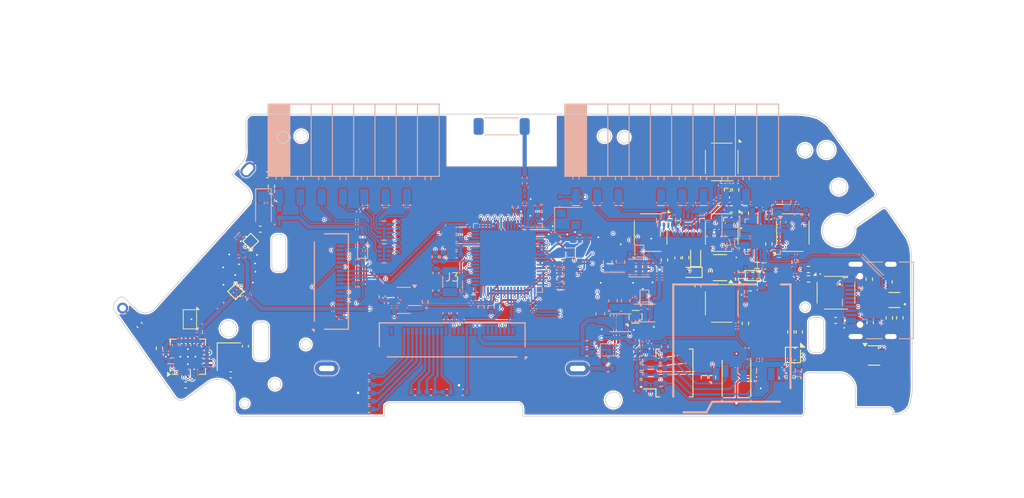
<source format=kicad_pcb>
(kicad_pcb (version 20240108) (generator "pcbnew") (generator_version "8.0")
  (layers (0 "F.Cu" mixed) (1 "In1.Cu" power) (2 "In2.Cu" mixed) (3 "In3.Cu" signal) (4 "In4.Cu" signal) (31 "B.Cu" mixed) (34 "B.Paste" user) (35 "F.Paste" user) (36 "B.SilkS" user "B.Silkscreen") (37 "F.SilkS" user "F.Silkscreen") (38 "B.Mask" user) (39 "F.Mask" user) (44 "Edge.Cuts" user))
  (net 0 "")
  (net 2 "Net-(AE1-FEED)")
  (net 3 "GND")
  (net 4 "+3.3V")
  (net 5 "Net-(U1-VFBSMPS)")
  (net 6 "Net-(U1-VREF+)")
  (net 7 "Net-(FL1-IN)")
  (net 8 "Net-(U1-RF1)")
  (net 9 "Net-(U1-PC14)")
  (net 10 "Net-(U1-PC15)")
  (net 11 "Net-(U3-BTST)")
  (net 12 "SW")
  (net 13 "VSYS")
  (net 14 "Net-(U2-VDD)")
  (net 15 "VUSB")
  (net 16 "Net-(U3-PMID)")
  (net 17 "BAT")
  (net 18 "Net-(U3-REGN)")
  (net 19 "+3.3V_EXT")
  (net 20 "+3.3V_LDO")
  (net 21 "Net-(U7-FB)")
  (net 22 "Net-(U8-DCOUPL)")
  (net 23 "Net-(C47-Pad2)")
  (net 24 "Net-(U8-RF_N)")
  (net 25 "Net-(U8-RF_P)")
  (net 26 "Net-(C49-Pad2)")
  (net 27 "Net-(C50-Pad2)")
  (net 28 "Net-(C51-Pad2)")
  (net 29 "Net-(U8-XOSC_Q1)")
  (net 30 "Net-(U8-XOSC_Q2)")
  (net 31 "Net-(C56-Pad1)")
  (net 32 "Net-(C57-Pad1)")
  (net 33 "Net-(U10-RFIN)")
  (net 34 "Net-(C59-Pad2)")
  (net 35 "Net-(C60-Pad2)")
  (net 36 "Net-(C61-Pad2)")
  (net 37 "Net-(C62-Pad2)")
  (net 38 "Net-(AE2-A)")
  (net 39 "Net-(C64-Pad2)")
  (net 40 "Net-(U10-RF3)")
  (net 41 "Net-(D7-K)")
  (net 42 "Net-(D9-K)")
  (net 43 "Net-(J2-Pin_17)")
  (net 44 "Net-(J2-Pin_19)")
  (net 45 "Net-(J2-Pin_18)")
  (net 46 "Net-(J2-Pin_20)")
  (net 47 "Net-(J2-Pin_22)")
  (net 48 "Net-(J2-Pin_21)")
  (net 49 "Net-(J2-Pin_23)")
  (net 50 "Net-(J2-Pin_24)")
  (net 51 "Net-(J2-Pin_25)")
  (net 52 "Net-(J2-Pin_26)")
  (net 53 "Net-(J2-Pin_27)")
  (net 54 "Net-(J7-Pin_1)")
  (net 55 "VBUS")
  (net 56 "Net-(D1-A1)")
  (net 57 "/Buttons/BACK")
  (net 58 "Net-(D3-A1)")
  (net 59 "/Buttons/LEFT")
  (net 60 "Net-(D5-A1)")
  (net 61 "Net-(D6-A1)")
  (net 62 "Net-(D8-K)")
  (net 63 "Net-(D8-A)")
  (net 64 "Net-(D10-BK)")
  (net 65 "Net-(D10-RK)")
  (net 66 "Net-(D10-GK)")
  (net 67 "/MCU/SD_CS")
  (net 68 "/LCD/SPI_D_MOSI")
  (net 69 "/LCD/SPI_D_SCK")
  (net 70 "/MCU/SPI_D_MISO")
  (net 71 "/MCU/SD_CD")
  (net 72 "Net-(D16-A1)")
  (net 73 "Net-(D17-K)")
  (net 74 "/MCU/PA7")
  (net 75 "/MCU/PA6")
  (net 76 "/MCU/PA4")
  (net 77 "/MCU/PB3")
  (net 78 "/MCU/PB2")
  (net 79 "/MCU/PC3")
  (net 80 "/MCU/SWCLK")
  (net 81 "/MCU/SWDIO")
  (net 82 "/MCU/UART1_TX")
  (net 83 "/MCU/UART1_RX")
  (net 84 "/MCU/PC1")
  (net 85 "/MCU/PC0")
  (net 86 "/MCU/iBTN")
  (net 87 "/MCU/D-")
  (net 88 "/MCU/D+")
  (net 89 "Net-(J1-Pin_2)")
  (net 90 "/LCD/DISPLAY_DI")
  (net 91 "/LCD/DISPLAY_RST")
  (net 94 "/LCD/DISPLAY_CS")
  (net 95 "Net-(J4-CLK)")
  (net 96 "Net-(J4-DAT2)")
  (net 97 "Net-(J4-DAT3{slash}CD)")
  (net 98 "Net-(J4-DET)")
  (net 99 "Net-(J4-CMD)")
  (net 100 "Net-(J4-DAT0)")
  (net 101 "Net-(J4-DAT1)")
  (net 102 "/CC1101/SPI_R_MOSI")
  (net 103 "/CC1101/SPI_R_SCK")
  (net 104 "/MCU/VIBRO")
  (net 105 "/MCU/RFID_PULL")
  (net 106 "/MCU/IR_RX")
  (net 107 "/MCU/IR_TX")
  (net 108 "/MCU/RFID_RF_IN")
  (net 109 "/MCU/NFC_CS")
  (net 110 "/MCU/RFID_CARRIER")
  (net 111 "/MCU/SPEAKER")
  (net 112 "/MCU/RFID_OUT")
  (net 113 "Net-(J5-Pin_9)")
  (net 114 "Net-(J6-Pin_6)")
  (net 115 "Net-(J6-Pin_9)")
  (net 116 "Net-(J6-Pin_8)")
  (net 117 "Net-(J6-Pin_5)")
  (net 118 "Net-(J6-Pin_2)")
  (net 119 "Net-(J6-Pin_3)")
  (net 120 "Net-(J6-Pin_7)")
  (net 121 "Net-(J7-Pin_6)")
  (net 122 "Net-(J7-Pin_5)")
  (net 123 "Net-(J7-Pin_7)")
  (net 124 "Net-(J7-Pin_4)")
  (net 125 "Net-(J7-Pin_2)")
  (net 126 "Net-(J7-Pin_3)")
  (net 127 "Net-(J8-CC2)")
  (net 128 "Net-(J8-CC1)")
  (net 131 "Net-(L1-Pad2)")
  (net 132 "Net-(U1-VLXSMPS)")
  (net 133 "Net-(U6-SW)")
  (net 134 "Net-(U7-SW)")
  (net 135 "Net-(T1-Unbal)")
  (net 136 "Net-(U9-RF1)")
  (net 137 "Net-(U9-RF2)")
  (net 138 "Net-(U9-RF3)")
  (net 139 "Net-(Q1-D)")
  (net 140 "Net-(Q1-G)")
  (net 141 "Net-(U1-PB5)")
  (net 142 "Net-(U2-GPOUT)")
  (net 143 "Net-(U2-BIN)")
  (net 144 "Net-(U3-ILIM)")
  (net 145 "/MCU/I2C_SDA")
  (net 146 "/MCU/I2C_SCL")
  (net 147 "Net-(U3-INT)")
  (net 148 "/MCU/PERI_EN")
  (net 149 "/CC1101/CC1101_UBAL")
  (net 150 "Net-(U8-RBIAS)")
  (net 151 "/Buttons/BUTTON_OK")
  (net 152 "/Buttons/BUTTON_BACK")
  (net 153 "/Buttons/BUTTON_LEFT")
  (net 154 "/Buttons/BUTTON_RIGHT")
  (net 155 "/Buttons/BUTTON_UP")
  (net 156 "/Buttons/BUTTON_DOWN")
  (net 157 "/Buttons/RESET")
  (net 158 "/CC1101/SPI_R_MISO")
  (net 160 "Net-(U3-STAT)")
  (net 161 "Net-(U3-PG_N)")
  (net 162 "/CC1101/CC1101_CS")
  (net 163 "Net-(U1-OSC_IN)")
  (net 164 "/CC1101/RF_SW_0")
  (net 165 "Net-(U1-OSC_OUT)")
  (net 167 "/CC1101/CC1101_G0")
  (net 171 "/CC1101/RF_SW_1")
  (net 172 "/LCD/LCD_LED")
  (net 173 "Net-(U10-RF2)")
  (net 174 "Net-(U10-RF1)")
  (net 175 "Net-(AE2-Shield)")
  (net 182 "/Power/BAT+")
  (net 183 "Net-(J3-A)")
  (footprint "Capacitor_SMD:C_0402_1005Metric" (layer "F.Cu") (at 115.210977 121.271924 180)
    (property "Reference" "C46" (hide yes))
    (property "Value" "100nF" (hide yes))
  )
  (footprint "Capacitor_SMD:C_0402_1005Metric" (layer "F.Cu") (at 120.610977 120.051924)
    (property "Reference" "C52" (hide yes))
    (property "Value" "9pF" (hide yes))
  )
  (footprint "Library:SW_Push_SPST_NO_Alps_ SKRM" (layer "F.Cu") (at 187.708594 103.048559 90)
    (property "Reference" "SW3" (hide yes))
    (property "Value" "RIGHT")
  )
  (footprint "Library:ANT_SUB1G" (layer "F.Cu") (at 115.292581 103.677124 -132.1)
    (property "Reference" "AE2" (hide yes))
    (property "Value" "Sub 1G" (hide yes))
  )
  (footprint "Diode_SMD:D_0201_0603Metric" (layer "F.Cu") (at 190.996976 107.138559 90)
    (property "Reference" "D2" (hide yes))
    (property "Value" "TVS")
  )
  (footprint "Capacitor_SMD:C_0201_0603Metric" (layer "F.Cu") (at 119.570977 105.831924 -45)
    (property "Reference" "C57" (hide yes))
    (property "Value" "TBD" (hide yes))
  )
  (footprint "Resistor_SMD:R_0402_1005Metric" (layer "F.Cu") (at 125.461624 97.521924 90)
    (property "Reference" "R18" (hide yes))
    (property "Value" "0R")
  )
  (footprint "Library:SW_Push_SPST_NO_Alps_ SKRM" (layer "F.Cu") (at 170.741976 103.048559 -90)
    (property "Reference" "SW4" (hide yes))
    (property "Value" "LEFT")
  )
  (footprint "Diode_SMD:D_0201_0603Metric" (layer "F.Cu") (at 196.508477 110.405124)
    (property "Reference" "D34" (hide yes))
    (property "Value" "TVS" (hide yes))
  )
  (footprint "Capacitor_SMD:C_0402_1005Metric" (layer "F.Cu") (at 187.390977 120.411924 90)
    (property "Reference" "C22" (hide yes))
    (property "Value" "470nF" (hide yes))
  )
  (footprint "Resistor_SMD:R_0402_1005Metric" (layer "F.Cu") (at 180.881976 97.93856 -90)
    (property "Reference" "R22" (hide yes))
    (property "Value" "10K")
  )
  (footprint "Library:SW_Push_SPST_NO_Alps_ SKRM" (layer "F.Cu") (at 179.231976 111.518559 -90)
    (property "Reference" "SW6" (hide yes))
    (property "Value" "DOWN")
  )
  (footprint "Package_TO_SOT_SMD:SOT-363_SC-70-6" (layer "F.Cu") (at 197.42 117.74)
    (property "Reference" "U5" (hide yes))
    (property "Value" "LM66100DCK" (hide yes))
  )
  (footprint "Library:SW_Push_SPST_NO_Alps_ SKRM" (layer "F.Cu") (at 179.231976 103.048559 -90)
    (property "Reference" "SW1" (hide yes))
    (property "Value" "OK")
  )
  (footprint "Crystal:Crystal_SMD_2520-4Pin_2.5x2.0mm" (layer "F.Cu") (at 120.390977 117.886924 -90)
    (property "Reference" "Y3" (hide yes))
    (property "Value" "26MHz" (hide yes))
  )
  (footprint "Resistor_SMD:R_0402_1005Metric" (layer "F.Cu") (at 189.591976 107.458559)
    (property "Reference" "R25" (hide yes))
    (property "Value" "330R")
  )
  (footprint "Resistor_SMD:R_0402_1005Metric" (layer "F.Cu") (at 180.371977 100.228559)
    (property "Reference" "R24" (hide yes))
    (property "Value" "330R")
  )
  (footprint "Diode_SMD:D_0201_0603Metric" (layer "F.Cu") (at 193.001976 114.438559 180)
    (property "Reference" "D33" (hide yes))
    (property "Value" "TVS" (hide yes))
  )
  (footprint "Library:LED_PLCC-4_1.5x1.5mm_CW" (layer "F.Cu") (at 168.936976 113.123559 90)
    (property "Reference" "D10" (hide yes))
    (property "Value" "LED_ABGR")
  )
  (footprint "Diode_SMD:D_SOD-523" (layer "F.Cu") (at 175.631976 107.808559 180)
    (property "Reference" "D8" (hide yes))
    (property "Value" "1N4148" (hide yes))
  )
  (footprint "Resistor_SMD:R_0402_1005Metric" (layer "F.Cu") (at 182.061976 113.903559 90)
    (property "Reference" "R29" (hide yes))
    (property "Value" "330R")
  )
  (footprint "Package_TO_SOT_SMD:SOT-523" (layer "F.Cu") (at 199.851976 111.108559 180)
    (property "Reference" "Q1" (hide yes))
    (property "Value" "DMN313DLT" (hide yes))
  )
  (footprint "Diode_SMD:D_0201_0603Metric" (layer "F.Cu") (at 196.508477 111.905124)
    (property "Reference" "D35" (hide yes))
    (property "Value" "TVS" (hide yes))
  )
  (footprint "Resistor_SMD:R_0402_1005Metric" (layer "F.Cu") (at 112.091977 116.876926 90)
    (property "Reference" "R17" (hide yes))
    (property "Value" "56K/0.1%" (hide yes))
  )
  (footprint "Resistor_SMD:R_0402_1005Metric" (layer "F.Cu") (at 199.241976 113.248559 90)
    (property "Reference" "R13" (hide yes))
    (property "Value" "100R")
  )
  (footprint "Capacitor_SMD:C_0201_0603Metric" (layer "F.Cu") (at 114.471177 114.547828 90)
    (property "Reference" "C47" (hide yes))
    (property "Value" "100pF" (hide yes))
  )
  (footprint "Capacitor_SMD:C_0201_0603Metric" (layer "F.Cu") (at 119.274703 107.88565)
    (property "Reference" "C56" (hide yes))
    (property "Value" "TBD" (hide yes))
  )
  (footprint "Inductor_SMD:L_0201_0603Metric" (layer "F.Cu") (at 117.995977 111.226924)
    (property "Reference" "L9" (hide yes))
    (property "Value" "6.8nH" (hide yes))
  )
  (footprint "Inductor_SMD:L_0201_0603Metric" (layer "F.Cu") (at 121.050977 106.331924 45)
    (property "Reference" "L20" (hide yes))
    (property "Value" "2.7nH" (hide yes))
  )
  (footprint "Library:TP_DP" (layer "F.Cu") (at 124.75047 94.547621 45)
    (property "Reference" "TP33" (hide yes))
    (property "Value" "CC1101_OUT" (hide yes))
  )
  (footprint "Inductor_SMD:L_0201_0603Metric" (layer "F.Cu") (at 120.129777 104.820576 45)
    (property "Reference" "L12" (hide yes))
    (property "Value" "56nH" (hide yes))
  )
  (footprint "Resistor_SMD:R_0201_0603Metric" (layer "F.Cu") (at 119.808777 111.474124 45)
    (property "Reference" "R16" (hide yes))
    (property "Value" "0R" (hide yes))
  )
  (footprint "Capacitor_SMD:C_0201_0603Metric" (layer "F.Cu") (at 118.315977 112.326924 90)
    (property "Reference" "C51" (hide yes))
    (property "Value" "1.2pF" (hide yes))
  )
  (footprint "Resistor_SMD:R_0402_1005Metric" (layer "F.Cu") (at 177.171976 120.341923 90)
    (property "Reference" "R11" (hide yes))
    (property "Value" "10K")
  )
  (footprint "Inductor_SMD:L_0201_0603Metric" (layer "F.Cu") (at 116.225977 111.546924 90)
    (property "Reference" "L8" (hide yes))
    (property "Value" "3.3nH" (hide yes))
  )
  (footprint "Capacitor_SMD:C_0402_1005Metric" (layer "F.Cu") (at 122.350977 116.631924 90)
    (property "Reference" "C53" (hide yes))
    (property "Value" "9pF" (hide yes))
  )
  (footprint "Inductor_SMD:L_0201_0603Metric" (layer "F.Cu") (at 122.440977 110.891924 45)
    (property "Reference" "L13" (hide yes))
    (property "Value" "0" (hide yes))
  )
  (footprint "Diode_SMD:D_0201_0603Metric" (layer "F.Cu") (at 173.829476 101.173559)
    (property "Reference" "D4" (hide yes))
    (property "Value" "TVS")
  )
  (footprint "Capacitor_SMD:C_0201_0603Metric" (layer "F.Cu") (at 122.210977 106.031924 90)
    (property "Reference" "C65" (hide yes))
    (property "Value" "TBD" (hide yes))
  )
  (footprint "Inductor_SMD:L_0201_0603Metric" (layer "F.Cu") (at 124.186599 107.201924 90)
    (property "Reference" "L15" (hide yes))
    (property "Value" "0" (hide yes))
  )
  (footprint "Resistor_SMD:R_0402_1005Metric" (layer "F.Cu") (at 196.960977 113.801923 90)
    (property "Reference" "R51" (hide yes))
    (property "Value" "5.1K" (hide yes))
  )
  (footprint "Diode_SMD:D_SOD-523" (layer "F.Cu") (at 183.316976 108.188558)
    (property "Reference" "D7" (hide yes))
    (property "Value" "1N4148")
  )
  (footprint "Resistor_SMD:R_0402_1005Metric" (layer "F.Cu") (at 184.871976 104.41356 90)
    (property "Reference" "R20" (hide yes))
    (property "Value" "10K")
  )
  (footprint "Inductor_SMD:L_0201_0603Metric" (layer "F.Cu") (at 123.960325 109.372576 45)
    (property "Reference" "L14" (hide yes))
    (property "Value" "27nH" (hide yes))
  )
  (footprint "Resistor_SMD:R_0402_1005Metric" (layer "F.Cu") (at 184.881976 100.66356 -90)
    (property "Reference" "R26" (hide yes))
    (property "Value" "330R")
  )
  (footprint "Capacitor_SMD:C_0201_0603Metric" (layer "F.Cu") (at 116.990777 114.547828 90)
    (property "Reference" "C49" (hide yes))
    (property "Value" "100pF" (hide yes))
  )
  (footprint "Diode_SMD:D_SOD-523" (layer "F.Cu") (at 176.121976 105.856059 90)
    (property "Reference" "D9" (hide yes))
    (property "Value" "1N4148")
  )
  (footprint "Resistor_SMD:R_0402_1005Metric" (layer "F.Cu") (at 174.021976 101.993559)
    (property "Reference" "R21" (hide yes))
    (property "Value" "10K")
  )
  (footprint "Library:SW_Push_SPST_NO_Alps_ SKRM" (layer "F.Cu") (at 192.871976 110.238559)
    (property "Reference" "SW2" (hide yes))
    (property "Value" "BACK")
  )
  (footprint "Library:SW_Push_SPST_NO_Alps_ SKRM" (layer "F.Cu") (at 179.231976 94.608559 -90)
    (property "Reference" "SW5" (hide yes))
    (property "Value" "UP")
  )
  (footprint "Inductor_SMD:L_0402_1005Metric" (layer "F.Cu") (at 124.140977 101.661924 180)
    (property "Reference" "L18" (hide yes))
    (property "Value" "TBD" (hide yes))
  )
  (footprint "Resistor_SMD:R_0402_1005Metric" (layer "F.Cu") (at 182.651976 109.643559)
    (property "Reference" "R23" (hide yes))
    (property "Value" "10K")
  )
  (footprint "Resistor_SMD:R_2512_6332Metric" (layer "F.Cu") (at 180.990977 120.481924 90)
    (property "Reference" "R5" (hide yes))
    (property "Value" "10m" (hide yes))
  )
  (footprint "Library:B0310J50100AHF" (layer "F.Cu") (at 115.730977 113.411924 -90)
    (property "Reference" "T1" (hide yes))
    (property "Value" "B0310J50100AHF" (hide yes))
  )
  (footprint "Capacitor_SMD:C_0402_1005Metric" (layer "F.Cu") (at 109.715811 114.095811 135)
    (property "Reference" "C83" (hide yes))
    (property "Value" "TBD")
  )
  (footprint "Capacitor_SMD:C_0201_0603Metric" (layer "F.Cu") (at 120.720977 107.491924 180)
    (property "Reference" "C64" (hide yes))
    (property "Value" "8.2pF" (hide yes))
  )
  (footprint "Capacitor_SMD:C_0402_1005Metric" (layer "F.Cu") (at 192.841976 113.555124 180)
    (property "Reference" "C82" (hide yes))
    (property "Value" "100nF" (hide yes))
  )
  (footprint "Capacitor_SMD:C_0201_0603Metric" (layer "F.Cu") (at 116.935977 111.571924 90)
    (property "Reference" "C50" (hide yes))
    (property "Value" "TBD" (hide yes))
  )
  (footprint "Resistor_SMD:R_0402_1005Metric" (layer "F.Cu") (at 187.490977 114.921925 90)
    (property "Reference" "R3" (hide yes))
    (property "Value" "10K" (hide yes))
  )
  (footprint "Inductor_SMD:L_0201_0603Metric" (layer "F.Cu") (at 118.954703 106.831924 90)
    (property "Reference" "L11" (hide yes))
    (property "Value" "0" (hide yes))
  )
  (footprint "Capacitor_SMD:C_0201_0603Metric" (layer "F.Cu") (at 122.974377 109.905976 -45)
    (property "Reference" "C59" (hide yes))
    (property "Value" "10pF" (hide yes))
  )
  (footprint "Resistor_SMD:R_0402_1005Metric" (layer "F.Cu") (at 179.921976 97.93856 90)
    (property "Reference" "R28" (hide yes))
    (property "Value" "330R")
  )
  (footprint "Capacitor_SMD:C_0402_1005Metric" (layer "F.Cu") (at 188.340977 120.411924 90)
    (property "Reference" "C23" (hide yes))
    (property "Value" "2.2uF" (hide yes))
  )
  (footprint "Diode_SMD:D_0201_0603Metric" (layer "F.Cu") (at 186.378594 105.758559)
    (property "Reference" "D3" (hide yes))
    (property "Value" "TVS")
  )
  (footprint "Capacitor_SMD:C_0402_1005Metric" (layer "F.Cu") (at 125.801035 99.550688 135)
    (property "Reference" "C62" (hide yes))
    (property "Value" "TBD")
  )
  (footprint "Diode_SMD:D_0201_0603Metric" (layer "F.Cu") (at 179.081976 97.74856 -90)
    (property "Reference" "D5" (hide yes))
    (property "Value" "TVS")
  )
  (footprint "Capacitor_SMD:C_0402_1005Metric" (layer "F.Cu") (at 176.39 109.43 -90)
    (property "Reference" "C66" (hide yes))
    (property "Value" "100nF")
  )
  (footprint "Resistor_SMD:R_0402_1005Metric" (layer "F.Cu") (at 196.850977 108.621925 -90)
    (property "Reference" "R52" (hide yes))
    (property "Value" "5.1K" (hide yes))
  )
  (footprint "Resistor_SMD:R_0402_1005Metric" (layer "F.Cu") (at 199.206976 108.948559 -90)
    (property "Reference" "R12" (hide yes))
    (property "Value" "10K")
  )
  (footprint "Resistor_SMD:R_0402_1005Metric" (layer "F.Cu") (at 172.391976 106.338559 90)
    (property "Reference" "R27" (hide yes))
    (property "Value" "330R")
  )
  (footprint "Resistor_SMD:R_0402_1005Metric" (layer "F.Cu") (at 178.121976 120.341923 90)
    (property "Reference" "R10" (hide yes))
    (property "Value" "30.1K" (hide yes))
  )
  (footprint "Capacitor_SMD:C_0201_0603Metric" (layer "F.Cu") (at 115.730977 114.867828)
    (property "Reference" "C48" (hide yes))
    (property "Value" "0.6pF" (hide yes))
  )
  (footprint "Capacitor_SMD:C_0402_1005Metric" (layer "F.Cu") (at 124.981624 96.131924)
    (property "Reference" "C63" (hide yes))
    (property "Value" "TBD" (hide yes))
  )
  (footprint "Library:ERC12864FAMF03" (layer "F.Cu") (at 147.046894 119.293561)
    (property "Reference" "J3")
    (property "Value" "BACK_LIGHT")
  )
  (footprint "Inductor_SMD:L_0201_0603Metric" (layer "F.Cu") (at 120.400977 108.551924 90)
    (property "Reference" "L19" (hide yes))
    (property "Value" "0" (hide yes))
  )
  (footprint "Inductor_SMD:L_0201_0603Metric" (layer "F.Cu") (at 118.954703 108.941924 90)
    (property "Reference" "L10" (hide yes))
    (property "Value" "0" (hide yes))
  )
  (footprint "Library:TP_DP" (layer "F.Cu") (at 120.603464 111.174411 -45)
    (property "Reference" "TP32" (hide yes))
    (property "Value" "Balun" (hide yes))
  )
  (footprint "Resistor_SMD:R_0402_1005Metric" (layer "F.Cu") (at 174.931976 106.04606 90)
    (property "Reference" "R34" (hide yes))
    (property "Value" "100K")
  )
  (footprint "Resistor_SMD:R_0402_1005Metric" (layer "F.Cu") (at 189.591977 108.588559 180)
    (property "Reference" "R19" (hide yes))
    (property "Value" "10K")
  )
  (footprint "Package_BGA:Texas_DSBGA-9_1.62mmx1.58mm_Layout3x3_P0.5mm" (layer "F.Cu") (at 187.740977 117.681924 -90)
    (property "Reference" "U2" (hide yes))
    (property "Value" "BQ27220YZFR" (hide yes))
  )
  (footprint "Capacitor_SMD:C_0201_0603Metric" (layer "F.Cu") (at 123.866599 106.121924)
    (property "Reference" "C61" (hide yes))
    (property "Value" "22pF" (hide yes))
  )
  (footprint "Capacitor_SMD:C_0402_1005Metric" (layer "F.Cu") (at 181.561976 107.708559 -90)
    (property "Reference" "C67" (hide yes))
    (property "Value" "10uF")
  )
  (footprint "Inductor_SMD:L_0201_0603Metric" (layer "F.Cu") (at 124.186599 105.071924 90)
    (property "Reference" "L16" (hide yes))
    (property "Value" "22nH" (hide yes))
  )
  (footprint "Diode_SMD:D_0201_0603Metric" (layer "F.Cu") (at 182.461976 110.478559)
    (property "Reference" "D6" (hide yes))
    (property "Value" "TVS")
  )
  (footprint "Inductor_SMD:L_0402_1005Metric" (layer "F.Cu") (at 124.470977 100.201924 45)
    (property "Reference" "L17" (hide yes))
    (property "Value" "2.2nH" (hide yes))
  )
  (footprint "Package_DFN_QFN:Texas_RGP0020H_VQFN-20-1EP_4x4mm_P0.5mm_EP2.4x2.4mm" (layer "F.Cu") (at 115.480977 117.886924 90)
    (property "Reference" "U8" (hide yes))
    (property "Value" "CC1101RGP" (hide yes))
  )
  (footprint "Diode_SMD:D_0201_0603Metric" (layer "F.Cu") (at 181.825 106.02)
    (property "Reference" "D1" (hide yes))
    (property "Value" "TVS")
  )
  (footprint "Connector_Molex:Molex_PicoBlade_53261-0371_1x03-1MP_P1.25mm_Horizontal" (layer "F.Cu") (at 173.081976 119.831924 90)
    (property "Reference" "J1" (hide yes))
    (property "Value" "BATT" (hide yes))
  )
  (footprint "Capacitor_SMD:C_0402_1005Metric" (layer "F.Cu") (at 186.440977 120.411924 90)
    (property "Reference" "C18" (hide yes))
    (property "Value" "1uF" (hide yes))
  )
  (footprint "Resistor_SMD:R_0402_1005Metric" (layer "F.Cu") (at 188.490977 114.921925 -90)
    (property "Reference" "R2" (hide yes))
    (property "Value" "10K" (hide yes))
  )
  (footprint "Package_TO_SOT_SMD:SOT-23-5" (layer "F.Cu") (at 179.021976 107.238559 180)
    (property "Reference" "U11" (hide yes))
    (property "Value" "NC7SZ32M5X")
  )
  (footprint "Resistor_SMD:R_0402_1005Metric" (layer "F.Cu") (at 200.496976 113.238559 90)
    (property "Reference" "R14" (hide yes))
    (property "Value" "10K")
  )
  (footprint "Capacitor_SMD:C_0402_1005Metric" (layer "F.Cu") (at 124.135977 102.641924)
    (property "Reference" "C58" (hide yes))
    (property "Value" "TBD" (hide yes))
  )
  (footprint "Resistor_SMD:R_0402_1005Metric" (layer "F.Cu") (at 182.051976 100.738558 90)
    (property "Reference" "R30" (hide yes))
    (property "Value" "10K")
  )
  (footprint "Resistor_SMD:R_0402_1005Metric" (layer "F.Cu") (at 183.291976 106.968558)
    (property "Reference" "R32" (hide yes))
    (property "Value" "100K")
  )
  (footprint "Capacitor_SMD:C_0201_0603Metric" (layer "F.Cu") (at 123.866599 108.261924)
    (property "Reference" "C60" (hide yes))
    (property "Value" "10pF" (hide yes))
  )
  (footprint "Capacitor_SMD:C_0402_1005Metric" (layer "F.Cu") (at 174.001976 106.07606 -90)
    (property "Reference" "C68" (hide yes))
    (property "Value" "10uF")
  )
  (footprint "Library:BGA-9_3x3_1.2x1.2mm" (layer "F.Cu") (at 122.985914 104.086924 135)
    (property "Reference" "U10" (hide yes))
    (property "Value" "BGS13S4N9E6327XTSA1" (hide yes))
  )
  (footprint "Library:BGA-9_3x3_1.2x1.2mm" (layer "F.Cu") (at 121.18382 110.099081 -45)
    (property "Reference" "U9" (hide yes))
    (property "Value" "BGS13S4N9E6327XTSA1" (hide yes))
  )
  (footprint "Capacitor_SMD:C_0402_1005Metric" (layer "B.Cu") (at 188.301976 100.898559 90)
    (property "Reference" "C28" (hide yes))
    (property "Value" "4.7uF")
  )
  (footprint "Capacitor_SMD:C_0402_1005Metric" (layer "B.Cu") (at 160.3535 106.76 180)
    (property "Reference" "C8" (hide yes))
    (property "Value" "100nF" (hide yes))
  )
  (footprint "Capacitor_SMD:C_0402_1005Metric" (layer "B.Cu") (at 115.630977 119.751924)
    (property "Reference" "C44" (hide yes))
    (property "Value" "100nF" (hide yes))
  )
  (footprint "Capacitor_SMD:C_0402_1005Metric" (layer "B.Cu") (at 113.717877 118.386923 180)
    (property "Reference" "C45" (hide yes))
    (property "Value" "100nF" (hide yes))
  )
  (footprint "Diode_SMD:D_0201_0603Metric" (layer "B.Cu") (at 171.14 116.953559 90)
    (property "Reference" "D12" (hide yes))
    (property "Value" "TVS")
  )
  (footprint "Capacitor_SMD:C_0603_1608Metric" (layer "B.Cu") (at 167.760975 111.201924 -90)
    (property "Reference" "C36" (hide yes))
    (property "Value" "4.7uF" (hide yes))
  )
  (footprint "Capacitor_SMD:C_0402_1005Metric" (layer "B.Cu") (at 121.823988 103.346113 45)
    (property "Reference" "C55" (hide yes))
    (property "Value" "10nF" (hide yes))
  )
  (footprint "Capacitor_SMD:C_0402_1005Metric" (layer "B.Cu") (at 160.3535 107.69 180)
    (property "Reference" "C7" (hide yes))
    (property "Value" "4.7uF" (hide yes))
  )
  (footprint "Capacitor_SMD:C_0402_1005Metric" (layer "B.Cu") (at 113.990977 116.479424 90)
    (property "Reference" "C42" (hide yes))
    (property "Value" "100nF" (hide yes))
  )
  (footprint "Diode_SMD:D_0201_0603Metric" (layer "B.Cu") (at 175.099311 103.646924 -90)
    (property "Reference" "D30" (hide yes))
    (property "Value" "TVS" (hide yes))
  )
  (footprint "Capacitor_SMD:C_0402_1005Metric" (layer "B.Cu") (at 144.512286 122.147124)
    (property "Reference" "C73" (hide yes))
    (property "Value" "2.2uF")
  )
  (footprint "Diode_SMD:D_0201_0603Metric" (layer "B.Cu") (at 140.956235 103.173333)
    (property "Reference" "D23" (hide yes))
    (property "Value" "TVS" (hide yes))
  )
  (footprint "Resistor_SMD:R_Array_Concave_4x0402" (layer "B.Cu") (at 138.911236 102.821668)
    (property "Reference" "RN3" (hide yes))
    (property "Value" "51R" (hide yes))
  )
  (footprint "Capacitor_SMD:C_0402_1005Metric" (layer "B.Cu") (at 146.414572 122.147124)
    (property "Reference" "C72" (hide yes))
    (property "Value" "TBD")
  )
  (footprint "Capacitor_SMD:C_0402_1005Metric" (layer "B.Cu") (at 116.215977 116.479424 90)
    (property "Reference" "C40" (hide yes))
    (property "Value" "100nF" (hide yes))
  )
  (footprint "Library:CONN18x1_FH34SRJ-18S-0.5SH50_HIR" (layer "B.Cu") (at 132.616969 108.898559 90)
    (property "Reference" "J5" (hide yes))
    (property "Value" "NFC")
  )
  (footprint "Capacitor_SMD:C_0402_1005Metric" (layer "B.Cu") (at 147.29686 112.7 -90)
    (property "Reference" "C70" (hide yes))
    (property "Value" "100pF")
  )
  (footprint "Resistor_SMD:R_0402_1005Metric" (layer "B.Cu") (at 165.657501 119.296624)
    (property "Reference" "R35" (hide yes))
    (property "Value" "0R")
  )
  (footprint "Capacitor_SMD:C_0402_1005Metric" (layer "B.Cu") (at 143.821976 111.248559 -90)
    (property "Reference" "C33" (hide yes))
    (property "Value" "1uF")
  )
  (footprint "Diode_SMD:D_0201_0603Metric" (layer "B.Cu") (at 140.956235 102.47)
    (property "Reference" "D24" (hide yes))
    (property "Value" "TVS" (hide yes))
  )
  (footprint "Diode_SMD:D_0201_0603Metric" (layer "B.Cu") (at 182.081977 106.973559 90)
    (property "Reference" "D15" (hide yes))
    (property "Value" "TVS")
  )
  (footprint "Capacitor_SMD:C_0201_0603Metric" (layer "B.Cu") (at 170.539976 105.257924 -90)
    (property "Reference" "C29" (hide yes))
    (property "Value" "1uF" (hide yes))
  )
  (footprint "Capacitor_SMD:C_0402_1005Metric" (layer "B.Cu") (at 180.981976 105.011924 90)
    (property "Reference" "C26" (hide yes))
    (property "Value" "10uF")
  )
  (footprint "Inductor_SMD:L_Murata_DFE201610P" (layer "B.Cu") (at 170.009974 112.661924 180)
    (property "Reference" "L6" (hide yes))
    (property "Value" "470nH" (hide yes))
  )
  (footprint "Capacitor_SMD:C_0402_1005Metric" (layer "B.Cu") (at 157.740977 100.991924 180)
    (property "Reference" "C6" (hide yes))
    (property "Value" "100pF" (hide yes))
  )
  (footprint "Library:TF-101A-P3" (layer "B.Cu") (at 180.431976 116.639483 180)
    (property "Reference" "J4")
    (property "Value" "SD")
  )
  (footprint "Capacitor_SMD:C_0402_1005Metric" (layer "B.Cu") (at 137.12 123.21)
    (property "Reference" "C76" (hide yes))
    (property "Value" "TBD")
  )
  (footprint "Resistor_SMD:R_0402_1005Metric" (layer "B.Cu") (at 171.911976 119.133559)
    (property "Reference" "R45" (hide yes))
    (property "Value" "51R")
  )
  (footprint "Library:BGA-6_2x3_1.16x1.435mm" (layer "B.Cu") (at 170.009974 110.629924)
    (property "Reference" "U7" (hide yes))
    (property "Value" "LM3281YFQR" (hide yes))
  )
  (footprint "Resistor_SMD:R_0402_1005Metric" (layer "B.Cu") (at 145.031976 105.970001 90)
    (property "Reference" "R31" (hide yes))
    (property "Value" "10K")
  )
  (footprint "Resistor_SMD:R_0402_1005Metric" (layer "B.Cu") (at 135.84 106.648558 180)
    (property "Reference" "R49" (hide yes))
    (property "Value" "1K")
  )
  (footprint "Capacitor_SMD:C_0402_1005Metric" (layer "B.Cu") (at 177.851976 103.499421 90)
    (property "Reference" "C20" (hide yes))
    (property "Value" "10uF")
  )
  (footprint "Capacitor_SMD:C_0402_1005Metric" (layer "B.Cu") (at 159.87 103.83)
    (property "Reference" "C11" (hide yes))
    (property "Value" "4.7uF" (hide yes))
  )
  (footprint "Resistor_SMD:R_0201_0603Metric" (layer "B.Cu") (at 168.869976 103.931924)
    (property "Reference" "R15" (hide yes))
    (property "Value" "10K" (hide yes))
  )
  (footprint "Capacitor_SMD:C_0402_1005Metric" (layer "B.Cu") (at 145.091976 107.868559 90)
    (property "Reference" "C17" (hide yes))
    (property "Value" "18pF" (hide yes))
  )
  (footprint "Capacitor_SMD:C_0402_1005Metric" (layer "B.Cu") (at 146.296859 112.7 -90)
    (property "Reference" "C71" (hide yes))
    (property "Value" "TBD")
  )
  (footprint "Capacitor_SMD:C_0402_1005Metric" (layer "B.Cu") (at 137.12 124.19)
    (property "Reference" "C75" (hide yes))
    (property "Value" "TBD")
  )
  (footprint "Connector_USB:USB_C_Receptacle_G-Switch_GT-USB-7010ASV" (layer "B.Cu") (at 198.348273 111.155124 -90)
    (property "Reference" "J8" (hide yes))
    (property "Value" "USB_C" (hide yes))
  )
  (footprint "Diode_SMD:D_0201_0603Metric" (layer "B.Cu") (at 171.056977 121.968559)
    (property "Reference" "D14" (hide yes))
    (property "Value" "TVS")
  )
  (footprint "Library:PinSocket_1x10_P2.54mm_Horizontal_SMD" (layer "B.Cu") (at 161.821695 98.783939 -90)
    (property "Reference" "J6" (hide yes))
    (property "Value" "EXT1" (hide yes))
  )
  (footprint "Diode_SMD:D_0201_0603Metric" (layer "B.Cu") (at 172.141976 122.288559 -90)
    (property "Reference" "D13" (hide yes))
    (property "Value" "TVS")
  )
  (footprint "Capacitor_SMD:C_0201_0603Metric" (layer "B.Cu") (at 156.02 100.101924 180)
    (property "Reference" "C15" (hide yes))
    (property "Value" "0.8pF" (hide yes))
  )
  (footprint "Capacitor_SMD:C_0402_1005Metric" (layer "B.Cu") (at 154.571976 99.978559 -90)
    (property "Reference" "C3" (hide yes))
    (property "Value" "100nF" (hide yes))
  )
  (footprint "Capacitor_Tantalum_SMD:CP_EIA-3216-18_Kemet-A" (layer "B.Cu") (at 124.51 100.133939 -90)
    (property "Reference" "C81" (hide yes))
    (property "Value" "TBD" (hide yes))
  )
  (footprint "Resistor_SMD:R_0402_1005Metric" (layer "B.Cu") (at 189.261976 100.918559 -90)
    (property "Reference" "R9" (hide yes))
    (property "Value" "5.23K")
  )
  (footprint "Capacitor_SMD:C_0402_1005Metric" (layer "B.Cu") (at 165.657501 118.336624)
    (property "Reference" "C80" (hide yes))
    (property "Value" "100nF" (hide yes))
  )
  (footprint "Capacitor_SMD:C_0402_1005Metric" (layer "B.Cu") (at 160.3535 108.62 180)
    (property "Reference" "C4" (hide yes))
    (property "Value" "100nF" (hide yes))
  )
  (footprint "Capacitor_SMD:C_0402_1005Metric" (layer "B.Cu") (at 137.12 122.23)
    (property "Reference" "C77" (hide yes))
    (property "Value" "TBD")
  )
  (footprint "Capacitor_SMD:C_0402_1005Metric" (layer "B.Cu") (at 178.791976 103.499421 90)
    (property "Reference" "C21" (hide yes))
    (property "Value" "10uF")
  )
  (footprint "Library:BGA-12_4x3_1.6x1.2mm" (layer "B.Cu") (at 165.6575 117.066624)
    (property "Reference" "U12" (hide yes))
    (property "Value" "LP5562TMX" (hide yes))
  )
  (footprint "Diode_SMD:D_0201_0603Metric" (layer "B.Cu") (at 176.505977 103.646924 -90)
    (property "Reference" "D32" (hide yes))
    (property "Value" "TVS" (hide yes))
  )
  (footprint "Resistor_SMD:R_0402_1005Metric" (layer "B.Cu") (at 171.911976 118.166059)
    (property "Reference" "R44" (hide yes))
    (property "Value" "150R")
  )
  (footprint "Capacitor_SMD:C_0603_1608Metric" (layer "B.Cu") (at 167.140977 106.514924 -90)
    (property "Reference" "C31" (hide yes))
    (property "Value" "10uF" (hide yes))
  )
  (footprint "Capacitor_SMD:C_0402_1005Metric" (layer "B.Cu") (at 137.12 120.27)
    (property "Reference" "C79" (hide yes))
    (property "Value" "2.2uF")
  )
  (footprint "Resistor_SMD:R_0402_1005Metric" (layer "B.Cu") (at 163.12 116.351124 180)
    (property "Reference" "R7" (hide yes))
    (property "Value" "5.1K" (hide yes))
  )
  (footprint "Inductor_SMD:L_Murata_DFE201610P" (layer "B.Cu") (at 180.323478 102.294422 -90)
    (property "Reference" "L4" (hide yes))
    (property "Value" "1uH")
  )
  (footprint "Library:CONN30x1_FH34SRJ-30S-0.5SH50_HIR" (layer "B.Cu") (at 147.04686 115.876931 180)
    (property "Reference" "J2" (hide yes))
    (property "Value" "LCD" (hide yes))
  )
  (footprint "Capacitor_SMD:C_0402_1005Metric" (layer "B.Cu") (at 137.12 121.25)
    (property "Reference" "C78" (hide yes))
    (property "Value" "TBD")
  )
  (footprint "Diode_SMD:D_SOD-523" (layer "B.Cu") (at 136.349999 104.86 90)
    (property "Reference" "D17" (hide yes))
    (property "Value" "1N4148")
  )
  (footprint "Diode_SMD:D_0201_0603Metric" (layer "B.Cu") (at 174.395978 103.646924 -90)
    (property "Reference" "D29" (hide yes))
    (property "Value" "TVS" (hide yes))
  )
  (footprint "Capacitor_SMD:C_0201_0603Metric" (layer "B.Cu") (at 156.02 98.001924 180)
    (property "Reference" "C14" (hide yes))
    (property "Value" "0.3pF" (hide yes))
  )
  (footprint "Capacitor_SMD:C_0402_1005Metric" (layer "B.Cu") (at 180.061976 105.011924 90)
    (property "Reference" "C27" (hide yes))
    (property "Value" "10uF")
  )
  (footprint "Resistor_SMD:R_0402_1005Metric" (layer "B.Cu") (at 169.601976 120.101059 180)
    (property "Reference" "R39" (hide yes))
    (property "Value" "47K")
  )
  (footprint "Inductor_SMD:L_0603_1608Metric" (layer "B.Cu") (at 162.28 103.83)
    (property "Reference" "L1" (hide yes))
    (property "Value" "10uH" (hide yes))
  )
  (footprint "Resistor_SMD:R_0402_1005Metric" (layer "B.Cu") (at 187.98 106.481924 -90)
    (property "Reference" "R8" (hide yes))
    (property "Value" "10K")
  )
  (footprint "Capacitor_SMD:C_0402_1005Metric" (layer "B.Cu") (at 145.091976 109.988559 -90)
    (property "Reference" "C16" (hide yes))
    (property "Value" "18pF" (hide yes))
  )
  (footprint "Package_DFN_QFN:Texas_RTW_WQFN-24-1EP_4x4mm_P0.5mm_EP2.7x2.7mm" (layer "B.Cu") (at 184.120977 103.531924 180)
    (property "Reference" "U3" (hide yes))
    (property "Value" "BQ25896RTWR" (hide yes))
  )
  (footprint "Capacitor_SMD:C_0402_1005Metric" (layer "B.Cu") (at 148.316859 122.147124)
    (property "Reference" "C69" (hide yes))
    (property "Value" "100nF")
  )
  (footprint "Crystal:Crystal_SMD_3215-2Pin_3.2x1.5mm" (layer "B.Cu") (at 146.791976 108.928559 90)
    (property "Reference" "Y2" (hide yes))
    (property "Value" "32.768K" (hide yes))
  )
  (footprint "Inductor_SMD:L_0201_0603Metric" (layer "B.Cu") (at 156.02 95.691924 180)
    (property "Reference" "L21" (hide yes))
    (property "Value" "2.7nH" (hide yes))
  )
  (footprint "Capacitor_SMD:C_0201_0603Metric" (layer "B.Cu") (at 171.159975 110.629924 -90)
    (property "Reference" "C35" (hide yes))
    (property "Value" "1uF" (hide yes))
  )
  (footprint "Capacitor_SMD:C_0603_1608Metric" (layer "B.Cu") (at 186.990977 99.351924 -90)
    (property "Reference" "C25" (hide yes))
    (property "Value" "10uF")
  )
  (footprint "Resistor_SMD:R_0402_1005Metric" (layer "B.Cu") (at 151.7 112.0015 -90)
    (property "Reference" "R1" (hide yes))
    (property "Value" "51R" (hide yes))
  )
  (footprint "Capacitor_SMD:C_0402_1005Metric" (layer "B.Cu") (at 183.390977 100.426424 180)
    (property "Reference" "C19" (hide yes))
    (property "Value" "47nF")
  )
  (footprint "Resistor_SMD:R_0402_1005Metric" (layer "B.Cu") (at 188.401976 119.479484 90)
    (property "Reference" "R42" (hide yes))
    (property "Value" "47K" (hide yes))
  )
  (footprint "Resistor_SMD:R_0402_1005Metric" (layer "B.Cu") (at 171.911976 120.101059)
    (property "Reference" "R46" (hide yes))
    (property "Value" "51R" (hide yes))
  )
  (footprint "Diode_SMD:D_0201_0603Metric" (layer "B.Cu") (at 159.89 99.103939 90)
    (property "Reference" "D18" (hide yes))
    (property "Value" "TVS" (hide yes))
  )
  (footprint "Library:PinSocket_1x08_P2.54mm_Horizontal_SMD" (layer "B.Cu") (at 126.388694 98.783939 -90)
    (property "Reference" "J7" (hide yes))
    (property "Value" "EXT0" (hide yes))
  )
  (footprint "Inductor_SMD:L_Murata_DFE201610P" (layer "B.Cu") (at 169.389976 107.289924 180)
    (property "Reference" "L5" (hide yes))
    (property "Value" "470nH" (hide yes))
  )
  (footprint "Capacitor_SMD:C_0201_0603Metric" (layer "B.Cu") (at 168.859974 110.629924 -90)
    (property "Reference" "C39" (hide yes))
    (property "Value" "2.2uF" (hide yes))
  )
  (footprint "Inductor_SMD:L_0805_2012Metric" (layer "B.Cu") (at 161.183477 105.441924 180)
    (property "Reference" "L2" (hide yes))
    (property "Value" "10uH" (hide yes))
  )
  (footprint "Library:CrossAir-C3" (layer "B.Cu") (at 152.95 90.361924 180)
    (property "Reference" "AE1" (hide yes))
    (property "Value" "CrossAir C3" (hide yes))
  )
  (footprint "Resistor_SMD:R_0402_1005Metric" (layer "B.Cu") (at 169.091976 116.71856 -90)
    (property "Reference" "R36" (hide yes))
    (property "Value" "0R")
  )
  (footprint "Capacitor_SMD:C_0201_0603Metric" (layer "B.Cu") (at 168.239974 105.257924 -90)
    (property "Reference" "C34" (hide yes))
    (property "Value" "2.2uF" (hide yes))
  )
  (footprint "Diode_SMD:D_0201_0603Metric" (layer "B.Cu") (at 140.956236 105.383334)
    (property "Reference" "D20" (hide yes))
    (property "Value" "TVS" (hide yes))
  )
  (footprint "Diode_SMD:D_0201_0603Metric" (layer "B.Cu") (at 140.956235 103.876666)
    (property "Reference" "D22" (hide yes))
    (property "Value" "TVS" (hide yes))
  )
  (footprint "Diode_SMD:D_0201_0603Metric" (layer "B.Cu") (at 140.956236 104.680001)
    (property "Reference" "D21" (hide yes))
    (property "Value" "TVS" (hide yes))
  )
  (footprint "Resistor_SMD:R_0402_1005Metric" (layer "B.Cu") (at 169.601976 119.133559 180)
    (property "Reference" "R38" (hide yes))
    (property "Value" "47K")
  )
  (footprint "Diode_SMD:D_0201_0603Metric" (layer "B.Cu") (at 170.111976 116.953559 90)
    (property "Reference" "D11" (hide yes))
    (property "Value" "TVS")
  )
  (footprint "Capacitor_SMD:C_0402_1005Metric" (layer "B.Cu") (at 147.570977 105.693846)
    (property "Reference" "C13" (hide yes))
    (property "Value" "100nF" (hide yes))
  )
  (footprint "Capacitor_SMD:C_0402_1005Metric" (layer "B.Cu") (at 147.570977 104.72718)
    (property "Reference" "C12" (hide yes))
    (property "Value" "1uF" (hide yes))
  )
  (footprint "Resistor_SMD:R_0402_1005Metric" (layer "B.Cu") (at 181.571977 108.168559 180)
    (property "Reference" "R41" (hide yes))
    (property "Value" "47K")
  )
  (footprint "Capacitor_SMD:C_0603_1608Metric" (layer "B.Cu") (at 166.236975 111.201924 -90)
    (property "Reference" "C37" (hide yes))
    (property "Value" "10uF" (hide yes))
  )
  (footprint "Resistor_SMD:R_0402_1005Metric" (layer "B.Cu") (at 169.601976 121.068559 180)
    (property "Reference" "R40" (hide yes))
    (property "Value" "47K")
  )
  (footprint "Fuse:Fuse_0402_1005Metric" (layer "B.Cu") (at 126.388694 100.785 90)
    (property "Reference" "F1" (hide yes))
    (property "Value" "2A" (hide yes))
  )
  (footprint "Capacitor_SMD:C_0402_1005Metric" (layer "B.Cu") (at 150.5 111.9715 90)
    (property "Reference" "C2" (hide yes))
    (property "Value" "100nF" (hide yes))
  )
  (footprint "Capacitor_SMD:C_0402_1005Metric" (layer "B.Cu") (at 187.240977 101.801924 -90)
    (property "Reference" "C24" (hide yes))
    (property "Value" "1uF")
  )
  (footprint "Crystal:Crystal_SMD_2520-4Pin_2.5x2.0mm" (layer "B.Cu") (at 160.923 101.441924)
    (property "Reference" "Y1" (hide yes))
    (property "Value" "32MHz" (hide yes))
  )
  (footprint "Library:BGA-6_2x3_1.16x1.435mm" (layer "B.Cu") (at 169.389976 105.257924)
    (property "Reference" "U6" (hide yes))
    (property "Value" "LM3281YFQR" (hide yes))
  )
  (footprint "Resistor_SMD:R_Array_Concave_4x0402" (layer "B.Cu") (at 138.911237 105.531668)
    (property "Reference" "RN1" (hide yes))
    (property "Value" "51R" (hide yes))
  )
  (footprint "Library:DLF162500LT" (layer "B.Cu") (at 155.7 96.844524 90)
    (property "Reference" "FL1" (hide yes))
    (property "Value" "DLF162500LT-5028A1" (hide yes))
  )
  (footprint "Resistor_SMD:R_0402_1005Metric" (layer "B.Cu") (at 145.981976 105.970001 90)
    (property "Reference" "R33" (hide yes))
    (property "Value" "330R")
  )
  (footprint "Diode_SMD:D_0201_0603Metric" (layer "B.Cu") (at 172.831976 103.586923 -90)
    (property "Reference" "D27" (hide yes))
    (property "Value" "TVS" (hide yes))
  )
  (footprint "Capacitor_SMD:C_0402_1005Metric" (layer "B.Cu") (at 160.3535 109.55 180)
    (property "Reference" "C1" (hide yes))
    (property "Value" "4.7uF" (hide yes))
  )
  (footprint "Diode_SMD:D_0201_0603Metric" (layer "B.Cu") (at 173.541976 103.586924 -90)
    (property "Reference" "D28" (hide yes))
    (property "Value" "TVS" (hide yes))
  )
  (footprint "Capacitor_SMD:C_0603_1608Metric" (layer "B.Cu") (at 164.739974 112.761924 -90)
    (property "Reference" "C38" (hide yes))
    (property "Value" "10uF" (hide yes))
  )
  (footprint "Diode_SMD:D_0201_0603Metric" (layer "B.Cu") (at 126.708694 102.07)
    (property "Reference" "D19" (hide yes))
    (property "Value" "TVS" (hide yes))
  )
  (footprint "Capacitor_SMD:C_0603_1608Metric" (layer "B.Cu") (at 165.616977 106.514924 -90)
    (property "Reference" "C30" (hide yes))
    (property "Value" "4.7uF" (hide yes))
  )
  (footprint "Capacitor_SMD:C_0402_1005Metric" (layer "B.Cu") (at 114.920977 116.479424 90)
    (property "Reference" "C43" (hide yes))
    (property "Value" "100nF" (hide yes))
  )
  (footprint "Diode_SMD:D_0201_0603Metric" (layer "B.Cu") (at 172.121976 103.586924 -90)
    (property "Reference" "D26" (hide yes))
    (property "Value" "TVS" (hide yes))
  )
  (footprint "Capacitor_SMD:C_0402_1005Metric" (layer "B.Cu") (at 138.671976 110.681924 -90)
    (property "Reference" "C32" (hide yes))
    (property "Value" "1uF")
  )
  (footprint "Capacitor_SMD:C_0402_1005Metric" (layer "B.Cu") (at 157.740977 100.051924 180)
    (property "Reference" "C5" (hide yes))
    (property "Value" "100nF" (hide yes))
  )
  (footprint "Package_TO_SOT_SMD:SOT-23-3" (layer "B.Cu") (at 141.260977 111.161924 180)
    (property "Reference" "U4" (hide yes))
    (property "Value" "RS3221-3.3YF3")
  )
  (footprint "Resistor_SMD:R_0402_1005Metric" (layer "B.Cu") (at 163.12 117.41 180)
    (property "Reference" "R6" (hide yes))
    (property "Value" "5.1K" (hide yes))
  )
  (footprint "Diode_SMD:D_0201_0603Metric" (layer "B.Cu") (at 175.802644 103.646924 -90)
    (property "Reference" "D31" (hide yes))
    (property "Value" "TVS" (hide yes))
  )
  (footprint "Resistor_SMD:R_0402_1005Metric" (layer "B.Cu") (at 169.601976 118.166059 180)
    (property "Reference" "R37" (hide yes))
    (property "Value" "47K")
  )
  (footprint "Capacitor_SMD:C_0402_1005Metric" (layer "B.Cu") (at 147.570977 103.760514)
    (property "Reference" "C9" (hide yes))
    (property "Value" "1uF" (hide yes))
  )
  (footprint "Diode_SMD:D_0201_0603Metric" (layer "B.Cu") (at 169.599476 121.968559)
    (property "Reference" "D16" (hide yes))
    (property "Value" "TVS")
  )
  (footprint "Resistor_SMD:R_Array_Concave_4x0402" (layer "B.Cu") (at 175.450977 101.601924 -90)
    (property "Reference" "RN4" (hide yes))
    (property "Value" "51R" (hide yes))
  )
  (footprint "Resistor_SMD:R_Array_Concave_4x0402" (layer "B.Cu") (at 172.581976 101.601924 -90)
    (property "Reference" "RN2" (hide yes))
    (property "Value" "51R" (hide yes))
  )
  (footprint "Capacitor_SMD:C_0402_1005Metric" (layer "B.Cu") (at 142.61 122.147124)
    (property "Reference" "C74" (hide yes))
    (property "Value" "TBD")
  )
  (footprint "Diode_SMD:D_0201_0603Metric" (layer "B.Cu") (at 140.956235 101.766667)
    (property "Reference" "D25" (hide yes))
    (property "Value" "TVS" (hide yes))
  )
  (footprint "Resistor_SMD:R_0402_1005Metric" (layer "B.Cu") (at 183.521977 108.168559)
    (property "Reference" "R48" (hide yes))
    (property "Value" "150R")
  )
  (footprint "Inductor_SMD:L_Murata_DFE201610P" (layer "B.Cu") (at 167.139974 113.831924 180)
    (property "Reference" "L7" (hide yes))
    (property "Value" "470nH" (hide yes))
  )
  (footprint "Resistor_SMD:R_0402_1005Metric" (layer "B.Cu") (at 184.380976 107.031924 180)
    (property "Reference" "R4" (hide yes))
    (property "Value" "470R")
  )
  (footprint "Resistor_SMD:R_0402_1005Metric" (layer "B.Cu") (at 171.911976 121.068559)
    (property "Reference" "R47" (hide yes))
    (property "Value" "51R" (hide yes))
  )
  (footprint "Package_DFN_QFN:QFN-68-1EP_8x8mm_P0.4mm_EP6.4x6.4mm" (layer "B.Cu") (at 153.7 106.08)
    (property "Reference" "U1" (hide yes))
    (property "Value" "STM32WB55RGVx" (hide yes))
  )
  (footprint "Resistor_SMD:R_0402_1005Metric" (layer "B.Cu") (at 135.84 109.148559 180)
    (property "Reference" "R50" (hide yes))
    (property "Value" "51R")
  )
  (footprint "Resistor_SMD:R_0402_1005Metric" (layer "B.Cu") (at 172.421975 116.68856 90)
    (property "Reference" "R43" (hide yes))
    (property "Value" "47K")
  )
  (footprint "Capacitor_SMD:C_0402_1005Metric" (layer "B.Cu") (at 122.295123 110.844892 -135)
    (property "Reference" "C54" (hide yes))
    (property "Value" "10nF" (hide yes))
  )
  (footprint "Inductor_SMD:L_0201_0603Metric" (layer "B.Cu") (at 155.7 99.051924 -90)
    (property "Reference" "L3" (hide yes))
    (property "Value" "2.7nH" (hide yes))
  )
  (footprint "Capacitor_SMD:C_0402_1005Metric" (layer "B.Cu") (at 117.244077 118.386923)
    (property "Reference" "C41" (hide yes))
    (property "Value" "100nF" (hide yes))
  )
  (footprint "Capacitor_SMD:C_0402_1005Metric" (layer "B.Cu") (at 147.570977 102.793848)
    (property "Reference" "C10" (hide yes))
    (property "Value" "10nF" (hide yes))
  )
  (gr_circle (center 120.338123 114.541692) (end 121.338126 114.541692) (stroke (width 0.1)) (fill none) (layer "Edge.Cuts"))
  (gr_line (start 191.91582 90.19746) (end 197.470531 98.040746) (stroke (width 0.1)) (layer "Edge.Cuts"))
  (gr_line (start 189.145876 120.135025) (end 189.170977 120.031924) (stroke (width 0.1)) (layer "Edge.Cuts"))
  (gr_line (start 106.937542 112.729227) (end 106.651254 112.311477) (stroke (width 0.1)) (layer "Edge.Cuts"))
  (gr_line (start 199.679162 124.805372) (end 199.687658 124.452783) (stroke (width 0.1)) (layer "Edge.Cuts"))
  (gr_line (start 199.229834 123.982382) (end 199.125467 123.972921) (stroke (width 0.1)) (layer "Edge.Cuts"))
  (gr_arc (start 122.43929 93.039908) (mid 122.395563 93.831631) (end 122.089987 94.56331) (stroke (width 0.1)) (layer "Edge.Cuts"))
  (gr_arc (start 201.623365 123.760232) (mid 200.853194 124.530251) (end 199.799425 124.805373) (stroke (width 0.1)) (layer "Edge.Cuts"))
  (gr_arc (start 122.95828 99.270532) (mid 122.885306 99.470066) (end 122.774102 99.651097) (stroke (width 0.1)) (layer "Edge.Cuts"))
  (gr_arc (start 106.631317 111.567394) (mid 106.697903 111.419322) (end 106.798231 111.291675) (stroke (width 0.1)) (layer "Edge.Cuts"))
  (gr_line (start 113.872207 122.621241) (end 106.937542 112.729227) (stroke (width 0.1)) (layer "Edge.Cuts"))
  (gr_arc (start 194.193233 104.470855) (mid 193.22348 104.741145) (end 192.251249 104.479863) (stroke (width 0.1)) (layer "Edge.Cuts"))
  (gr_line (start 127.171542 107.085168) (end 127.171542 103.869628) (stroke (width 0.1)) (layer "Edge.Cuts"))
  (gr_line (start 138.977514 124.984023) (end 138.977514 123.819909) (stroke (width 0.1)) (layer "Edge.Cuts"))
  (gr_arc (start 194.41268 101.017108) (mid 194.150735 101.073403) (end 193.890211 101.010899) (stroke (width 0.1)) (layer "Edge.Cuts"))
  (gr_arc (start 107.191204 110.892968) (mid 107.317581 110.808229) (end 107.457897 110.749374) (stroke (width 0.1)) (layer "Edge.Cuts"))
  (gr_arc (start 201.764467 104.776851) (mid 201.858229 105.33662) (end 201.889974 105.9033) (stroke (width 0.1)) (layer "Edge.Cuts"))
  (gr_line (start 123.341976 88.898559) (end 188.301575 88.886717) (stroke (width 0.1)) (layer "Edge.Cuts"))
  (gr_line (start 126.561941 103.267204) (end 126.110044 103.267204) (stroke (width 0.1)) (layer "Edge.Cuts"))
  (gr_line (start 122.43929 93.039908) (end 122.424112 89.734796) (stroke (width 0.1)) (layer "Edge.Cuts"))
  (gr_line (start 122.95828 99.270532) (end 123.061898 98.965548) (stroke (width 0.1)) (layer "Edge.Cuts"))
  (gr_arc (start 165.981949 91.529617) (mid 165.231947 92.279616) (end 164.481944 91.529617) (stroke (width 0.1)) (layer "Edge.Cuts"))
  (gr_arc (start 199.229834 123.982382) (mid 199.445502 124.094676) (end 199.620829 124.263142) (stroke (width 0.1)) (layer "Edge.Cuts"))
  (gr_line (start 189.5955 113.794868) (end 189.5955 116.800375) (stroke (width 0.1)) (layer "Edge.Cuts"))
  (gr_arc (start 123.324016 114.333268) (mid 123.500432 113.904365) (end 123.927575 113.723691) (stroke (width 0.1)) (layer "Edge.Cuts"))
  (gr_circle (center 125.894926 121.17163) (end 126.594928 121.171631) (stroke (width 0.1)) (fill none) (layer "Edge.Cuts"))
  (gr_line (start 125.502993 103.876768) (end 125.502993 107.092475) (stroke (width 0.1)) (layer "Edge.Cuts"))
  (gr_arc (start 192.394018 101.035052) (mid 193.139462 100.858945) (end 193.890211 101.0109) (stroke (width 0.1)) (layer "Edge.Cuts"))
  (gr_arc (start 106.619679 112.165085) (mid 106.613324 111.866003) (end 106.631317 111.567394) (stroke (width 0.1)) (layer "Edge.Cuts"))
  (gr_line (start 155.47736 124.061917) (end 155.467214 123.938838) (stroke (width 0.1)) (layer "Edge.Cuts"))
  (gr_circle (center 122.280526 123.476244) (end 122.79898 123.476243) (stroke (width 0.1)) (fill none) (layer "Edge.Cuts"))
  (gr_line (start 199.799425 124.805373) (end 199.679162 124.805372) (stroke (width 0.1)) (layer "Edge.Cuts"))
  (gr_arc (start 168.291936 91.653866) (mid 167.584245 92.361557) (end 166.876554 91.653866) (stroke (width 0.1)) (layer "Edge.Cuts"))
  (gr_arc (start 190.205222 117.40224) (mid 189.776791 117.226475) (end 189.5955 116.800375) (stroke (width 0.1)) (layer "Edge.Cuts"))
  (gr_line (start 199.125467 123.972921) (end 195.190405 123.977263) (stroke (width 0.1)) (layer "Edge.Cuts"))
  (gr_line (start 195.190405 123.977263) (end 195.190405 121.571776) (stroke (width 0.1)) (layer "Edge.Cuts"))
  (gr_circle (center 191.745705 93.177187) (end 192.77061 93.177188) (stroke (width 0.1)) (fill none) (layer "Edge.Cuts"))
  (gr_arc (start 123.933622 118.337752) (mid 123.502571 118.15919) (end 123.324016 117.728151) (stroke (width 0.1)) (layer "Edge.Cuts"))
  (gr_line (start 197.395663 98.942097) (end 194.41268 101.017108) (stroke (width 0.1)) (layer "Edge.Cuts"))
  (gr_line (start 109.109148 112.020521) (end 109.485241 112.352545) (stroke (width 0.1)) (layer "Edge.Cuts"))
  (gr_arc (start 166.876554 91.653866) (mid 167.584245 90.946175) (end 168.291936 91.653866) (stroke (width 0.1)) (layer "Edge.Cuts"))
  (gr_circle (center 129.012873 91.529616) (end 129.762876 91.529617) (stroke (width 0.1)) (fill none) (layer "Edge.Cuts"))
  (gr_circle (center 166.277263 123.059558) (end 167.231639 123.059558) (stroke (width 0.1)) (fill none) (layer "Edge.Cuts"))
  (gr_line (start 189.170977 120.031924) (end 189.307997 119.923846) (stroke (width 0.1)) (layer "Edge.Cuts"))
  (gr_line (start 191.429124 116.792668) (end 191.429124 113.790316) (stroke (width 0.1)) (layer "Edge.Cuts"))
  (gr_line (start 199.094943 100.354153) (end 201.316557 103.582223) (stroke (width 0.1)) (layer "Edge.Cuts"))
  (gr_arc (start 190.645128 89.302077) (mid 191.309802 89.708147) (end 191.91582 90.19746) (stroke (width 0.1)) (layer "Edge.Cuts"))
  (gr_circle (center 189.20279 111.961682) (end 189.721774 111.961682) (stroke (width 0.1)) (fill none) (layer "Edge.Cuts"))
  (gr_line (start 201.889974 105.9033) (end 201.984458 121.404741) (stroke (width 0.1)) (layer "Edge.Cuts"))
  (gr_line (start 107.457897 110.749374) (end 107.586895 110.743638) (stroke (width 0.1)) (layer "Edge.Cuts"))
  (gr_line (start 120.749894 96.105965) (end 120.753222 96.044373) (stroke (width 0.1)) (layer "Edge.Cuts"))
  (gr_arc (start 198.776212 100.060654) (mid 198.958772 100.182213) (end 199.094943 100.354153) (stroke (width 0.1)) (layer "Edge.Cuts"))
  (gr_line (start 125.116691 117.728168) (end 125.116691 114.330145) (stroke (width 0.1)) (layer "Edge.Cuts"))
  (gr_arc (start 201.316557 103.582223) (mid 201.571464 104.167932) (end 201.764467 104.776851) (stroke (width 0.1)) (layer "Edge.Cuts"))
  (gr_arc (start 189.005958 124.874097) (mid 188.867513 124.962639) (end 188.705382 124.989483) (stroke (width 0.1)) (layer "Edge.Cuts"))
  (gr_arc (start 189.307997 119.923846) (mid 189.456769 119.823348) (end 189.632921 119.788684) (stroke (width 0.1)) (layer "Edge.Cuts"))
  (gr_arc (start 115.117679 123.012117) (mid 114.728085 123.100619) (end 114.331969 123.048583) (stroke (width 0.1)) (layer "Edge.Cuts"))
  (gr_line (start 139.560031 123.381748) (end 139.289258 123.436832) (stroke (width 0.1)) (layer "Edge.Cuts"))
  (gr_arc (start 114.331969 123.048583) (mid 114.069962 122.869473) (end 113.872207 122.621241) (stroke (width 0.1)) (layer "Edge.Cuts"))
  (gr_line (start 197.67515 98.500011) (end 197.657492 98.605463) (stroke (width 0.1)) (layer "Edge.Cuts"))
  (gr_line (start 106.798231 111.291675) (end 107.191204 110.892968) (stroke (width 0.1)) (layer "Edge.Cuts"))
  (gr_line (start 154.789055 123.381748) (end 139.560031 123.381748) (stroke (width 0.1)) (layer "Edge.Cuts"))
  (gr_arc (start 122.424112 89.734796) (mid 122.710746 89.127573) (end 123.341976 88.898559) (stroke (width 0.1)) (layer "Edge.Cuts"))
  (gr_line (start 154.789055 123.381748) (end 154.960977 123.391924) (stroke (width 0.1)) (layer "Edge.Cuts"))
  (gr_arc (start 193.143423 119.814778) (mid 193.810386 119.874523) (end 194.394317 120.202287) (stroke (width 0.1)) (layer "Edge.Cuts"))
  (gr_arc (start 188.301575 88.886717) (mid 189.488565 89.008562) (end 190.645128 89.302077) (stroke (width 0.1)) (layer "Edge.Cuts"))
  (gr_line (start 195.26684 102.309467) (end 198.339296 100.146013) (stroke (width 0.1)) (layer "Edge.Cuts"))
  (gr_line (start 117.822733 121.008257) (end 115.117664 123.012096) (stroke (width 0.1)) (layer "Edge.Cuts"))
  (gr_arc (start 125.502993 103.876768) (mid 125.680668 103.446647) (end 126.110044 103.267204) (stroke (width 0.1)) (layer "Edge.Cuts"))
  (gr_line (start 108.000794 110.994298) (end 109.10914 112.02053) (stroke (width 0.1)) (layer "Edge.Cuts"))
  (gr_arc (start 195.119873 102.476046) (mid 194.943372 103.606694) (end 194.193233 104.470855) (stroke (width 0.1)) (layer "Edge.Cuts"))
  (gr_arc (start 192.251249 104.479863) (mid 191.570235 103.864086) (end 191.265485 102.998025) (stroke (width 0.1)) (layer "Edge.Cuts"))
  (gr_line (start 120.753222 96.044373) (end 122.089987 94.56331) (stroke (width 0.1)) (layer "Edge.Cuts"))
  (gr_arc (start 190.819522 113.185248) (mid 191.248914 113.362241) (end 191.429124 113.790316) (stroke (width 0.1)) (layer "Edge.Cuts"))
  (gr_line (start 197.672166 98.340647) (end 197.686199 98.461339) (stroke (width 0.1)) (layer "Edge.Cuts"))
  (gr_arc (start 107.586895 110.743639) (mid 107.815929 110.832505) (end 108.000794 110.994298) (stroke (width 0.1)) (layer "Edge.Cuts"))
  (gr_line (start 190.819522 113.185248) (end 190.205122 113.185248) (stroke (width 0.1)) (layer "Edge.Cuts"))
  (gr_line (start 189.953792 119.803402) (end 189.632921 119.788684) (stroke (width 0.1)) (layer "Edge.Cuts"))
  (gr_arc (start 191.429124 116.792668) (mid 191.25057 117.223696) (end 190.819523 117.40224) (stroke (width 0.1)) (layer "Edge.Cuts"))
  (gr_arc (start 122.553155 97.650116) (mid 122.961844 98.248149) (end 123.061898 98.965548) (stroke (width 0.1)) (layer "Edge.Cuts"))
  (gr_line (start 138.977514 124.984023) (end 121.725992 124.984023) (stroke (width 0.1)) (layer "Edge.Cuts"))
  (gr_circle (center 189.178495 93.215364) (end 189.993338 93.215365) (stroke (width 0.1)) (fill none) (layer "Edge.Cuts"))
  (gr_circle (center 129.566874 116.421667) (end 130.216877 116.421666) (stroke (width 0.1)) (fill none) (layer "Edge.Cuts"))
  (gr_arc (start 110.844902 112.58431) (mid 110.139211 112.620142) (end 109.485241 112.352545) (stroke (width 0.1)) (layer "Edge.Cuts"))
  (gr_arc (start 189.5955 113.794868) (mid 189.774054 113.363811) (end 190.205122 113.185248) (stroke (width 0.1)) (layer "Edge.Cuts"))
  (gr_line (start 189.145876 120.135025) (end 189.12786 124.598031) (stroke (width 0.1)) (layer "Edge.Cuts"))
  (gr_line (start 126.112722 107.694742) (end 126.561941 107.694742) (stroke (width 0.1)) (layer "Edge.Cuts"))
  (gr_line (start 138.977514 123.819909) (end 138.984206 123.711698) (stroke (width 0.1)) (layer "Edge.Cuts"))
  (gr_arc (start 191.265485 102.998025) (mid 191.536265 101.847823) (end 192.394018 101.035053) (stroke (width 0.1)) (layer "Edge.Cuts"))
  (gr_arc (start 126.112722 107.694742) (mid 125.684147 107.518836) (end 125.502993 107.092475) (stroke (width 0.1)) (layer "Edge.Cuts"))
  (gr_arc (start 154.960977 123.391924) (mid 155.299478 123.586339) (end 155.467214 123.938838) (stroke (width 0.1)) (layer "Edge.Cuts"))
  (gr_line (start 197.470531 98.040746) (end 197.672166 98.340647) (stroke (width 0.1)) (layer "Edge.Cuts"))
  (gr_line (start 188.705382 124.989483) (end 155.47736 124.989483) (stroke (width 0.1)) (layer "Edge.Cuts"))
  (gr_arc (start 120.749894 96.105965) (mid 121.656317 96.872443) (end 122.553155 97.650116) (stroke (width 0.1)) (layer "Edge.Cuts"))
  (gr_arc (start 195.119874 102.476046) (mid 195.18276 102.383405) (end 195.26684 102.309467) (stroke (width 0.1)) (layer "Edge.Cuts"))
  (gr_arc (start 126.561941 103.267204) (mid 126.990368 103.4433) (end 127.171542 103.869628) (stroke (width 0.1)) (layer "Edge.Cuts"))
  (gr_line (start 198.655774 100.050572) (end 198.776212 100.060654) (stroke (width 0.1)) (layer "Edge.Cuts"))
  (gr_arc (start 201.984458 121.404741) (mid 201.891903 122.595975) (end 201.623365 123.760232) (stroke (width 0.1)) (layer "Edge.Cuts"))
  (gr_line (start 193.143423 119.814778) (end 189.953792 119.803402) (stroke (width 0.1)) (layer "Edge.Cuts"))
  (gr_line (start 121.011112 122.356335) (end 121.006442 123.977004) (stroke (width 0.1)) (layer "Edge.Cuts"))
  (gr_line (start 106.651254 112.311477) (end 106.619678 112.165086) (stroke (width 0.1)) (layer "Edge.Cuts"))
  (gr_arc (start 121.725992 124.984023) (mid 121.180123 124.613492) (end 121.006442 123.977004) (stroke (width 0.1)) (layer "Edge.Cuts"))
  (gr_line (start 123.324016 114.333268) (end 123.324016 117.728151) (stroke (width 0.1)) (layer "Edge.Cuts"))
  (gr_circle (center 126.88298 91.660327) (end 127.582983 91.660328) (stroke (width 0.1)) (fill none) (layer "Edge.Cuts"))
  (gr_line (start 199.687658 124.452783) (end 199.620829 124.263142) (stroke (width 0.1)) (layer "Edge.Cuts"))
  (gr_circle (center 193.225066 97.613873) (end 194.179442 97.613874) (stroke (width 0.1)) (fill none) (layer "Edge.Cuts"))
  (gr_arc (start 127.171542 107.085168) (mid 126.992959 107.516174) (end 126.561941 107.694742) (stroke (width 0.1)) (layer "Edge.Cuts"))
  (gr_line (start 197.657492 98.605463) (end 197.548159 98.844268) (stroke (width 0.1)) (layer "Edge.Cuts"))
  (gr_line (start 190.205222 117.40224) (end 190.819523 117.40224) (stroke (width 0.1)) (layer "Edge.Cuts"))
  (gr_arc (start 124.507122 113.723691) (mid 124.93699 113.901175) (end 125.116691 114.330145) (stroke (width 0.1)) (layer "Edge.Cuts"))
  (gr_line (start 155.47736 124.989483) (end 155.47736 124.061917) (stroke (width 0.1)) (layer "Edge.Cuts"))
  (gr_line (start 197.548159 98.844268) (end 197.395663 98.942097) (stroke (width 0.1)) (layer "Edge.Cuts"))
  (gr_line (start 124.507122 113.723691) (end 123.927575 113.723691) (stroke (width 0.1)) (layer "Edge.Cuts"))
  (gr_line (start 111.732888 111.885939) (end 122.774102 99.651097) (stroke (width 0.1)) (layer "Edge.Cuts"))
  (gr_arc (start 164.481944 91.529617) (mid 165.231947 90.779613) (end 165.981949 91.529617) (stroke (width 0.1)) (layer "Edge.Cuts"))
  (gr_line (start 197.686199 98.461339) (end 197.67515 98.500011) (stroke (width 0.1)) (layer "Edge.Cuts"))
  (gr_arc (start 117.822733 121.008257) (mid 119.814368 120.742303) (end 121.011112 122.356335) (stroke (width 0.1)) (layer "Edge.Cuts"))
  (gr_arc (start 189.12786 124.598031) (mid 189.086594 124.744755) (end 189.005958 124.874097) (stroke (width 0.1)) (layer "Edge.Cuts"))
  (gr_arc (start 194.394317 120.202287) (mid 194.932857 120.805363) (end 195.190405 121.571776) (stroke (width 0.1)) (layer "Edge.Cuts"))
  (gr_line (start 123.933622 118.337752) (end 124.50709 118.337752) (stroke (width 0.1)) (layer "Edge.Cuts"))
  (gr_arc (start 125.116691 117.728168) (mid 124.938141 118.15922) (end 124.50709 118.337752) (stroke (width 0.1)) (layer "Edge.Cuts"))
  (gr_arc (start 198.339296 100.146014) (mid 198.490798 100.075955) (end 198.655774 100.050572) (stroke (width 0.1)) (layer "Edge.Cuts"))
  (gr_arc (start 111.732888 111.885939) (mid 111.338563 112.298275) (end 110.844902 112.58431) (stroke (width 0.1)) (layer "Edge.Cuts"))
  (gr_arc (start 138.984206 123.711698) (mid 139.124343 123.560516) (end 139.289258 123.436832) (stroke (width 0.1)) (layer "Edge.Cuts"))
  (segment (start 155.7 96.231924) (end 155.7 96.081924) (width 0.2032) (layer "B.Cu") (net 2))
  (segment (start 155.7 95.691924) (end 155.7 90.491924) (width 0.5) (layer "B.Cu") (net 2))
  (segment (start 155.7 95.691924) (end 155.7 96.081924) (width 0.5) (layer "B.Cu") (net 2))
  (segment (start 122.985914 104.086924) (end 122.703071 103.804081) (width 0.2032) (layer "F.Cu") (net 3))
  (segment (start 121.466663 110.381924) (end 121.726663 110.641924) (width 0.2032) (layer "F.Cu") (net 3))
  (segment (start 187.740977 117.681924) (end 187.990977 117.431924) (width 0.127) (layer "F.Cu") (net 3))
  (segment (start 121.18382 110.099081) (end 121.466663 110.381924) (width 0.2032) (layer "F.Cu") (net 3))
  (segment (start 187.990977 117.431924) (end 187.990977 116.862124) (width 0.0889) (layer "F.Cu") (net 3))
  (segment (start 122.428964 103.529974) (end 122.703071 103.804081) (width 0.2032) (layer "F.Cu") (net 3))
  (via (at 157.83 101.49) (size 0.3778) (drill 0.2) (layers "F.Cu" "B.Cu") (net 3))
  (via (at 168.651976 109.058559) (size 0.3778) (drill 0.2) (layers "F.Cu" "B.Cu") (net 3))
  (via (at 119.690977 107.211924) (size 0.3778) (drill 0.2) (layers "F.Cu" "B.Cu") (net 3))
  (via (at 121.580977 106.841924) (size 0.3778) (drill 0.2) (layers "F.Cu" "B.Cu") (net 3))
  (via (at 123.740977 105.721924) (size 0.3778) (drill 0.2) (layers "F.Cu" "B.Cu") (net 3))
  (via (at 170.61 116.92) (size 0.3778) (drill 0.2) (layers "F.Cu" "B.Cu") (net 3))
  (via (at 170.97 109) (size 0.3778) (drill 0.2) (layers "F.Cu" "B.Cu") (net 3))
  (via (at 147.86 121.3) (size 0.5) (drill 0.3) (layers "F.Cu" "B.Cu") (net 3))
  (via (at 115.480977 116.986924) (size 0.3778) (drill 0.2) (layers "F.Cu" "B.Cu") (net 3))
  (via (at 183.896 121.666) (size 0.3778) (drill 0.2) (layers "F.Cu" "B.Cu") (net 3))
  (via (at 156.411976 99.048559) (size 0.3778) (drill 0.2) (layers "F.Cu" "B.Cu") (net 3))
  (via (at 115.910977 113.411924) (size 0.3778) (drill 0.2) (layers "F.Cu" "B.Cu") (net 3))
  (via (at 116.380977 117.886924) (size 0.3778) (drill 0.2) (layers "F.Cu" "B.Cu") (net 3))
  (via (at 114.580977 117.886924) (size 0.3778) (drill 0.2) (layers "F.Cu" "B.Cu") (net 3))
  (via (at 155.261976 100.528559) (size 0.3778) (drill 0.2) (layers "F.Cu" "B.Cu") (net 3))
  (via (at 121.726663 110.641924) (size 0.3778) (drill 0.2) (layers "F.Cu" "B.Cu") (net 3))
  (via (at 181.57 102.52) (size 0.3778) (drill 0.2) (layers "F.Cu" "B.Cu") (net 3))
  (via (at 164.9 114.62) (size 0.3778) (drill 0.2) (layers "F.Cu" "B.Cu") (net 3))
  (via (at 135.81 122.21) (size 0.5) (drill 0.3) (layers "F.Cu" "B.Cu") (net 3))
  (via (at 123.250977 109.031924) (size 0.3778) (drill 0.2) (layers "F.Cu" "B.Cu") (net 3))
  (via (at 171.131976 114.318559) (size 0.3778) (drill 0.2) (layers "F.Cu" "B.Cu") (net 3))
  (via (at 115.480977 118.786924) (size 0.3778) (drill 0.2) (layers "F.Cu" "B.Cu") (net 3))
  (via (at 187.990977 116.862124) (size 0.3778) (drill 0.2) (layers "F.Cu" "B.Cu") (net 3))
  (via (at 158.57 103.2594) (size 0.3778) (drill 0.2) (layers "F.Cu" "B.Cu") (net 3))
  (via (at 156.381976 101.038559) (size 0.3778) (drill 0.2) (layers "F.Cu" "B.Cu") (net 3))
  (via (at 159.05 102.29) (size 0.3778) (drill 0.2) (layers "F.Cu" "B.Cu") (net 3))
  (via (at 160.79 103.28) (size 0.3778) (drill 0.2) (layers "F.Cu" "B.Cu") (net 3))
  (via (at 167.171976 104.448559) (size 0.3778) (drill 0.2) (layers "F.Cu" "B.Cu") (net 3))
  (via (at 115.480977 117.886924) (size 0.3778) (drill 0.2) (layers "F.Cu" "B.Cu") (net 3))
  (via (at 161.71 102.99) (size 0.3778) (drill 0.2) (layers "F.Cu" "B.Cu") (net 3))
  (via (at 170.821976 103.768559) (size 0.3778) (drill 0.2) (layers "F.Cu" "B.Cu") (net 3))
  (via (at 164.771976 109.058559) (size 0.3778) (drill 0.2) (layers "F.Cu" "B.Cu") (net 3))
  (via (at 122.428964 103.529974) (size 0.3778) (drill 0.2) (layers "F.Cu" "B.Cu") (net 3))
  (via (at 120.420977 105.671924) (size 0.3778) (drill 0.2) (layers "F.Cu" "B.Cu") (net 3))
  (via (at 168.721976 114.688559) (size 0.3778) (drill 0.2) (layers "F.Cu" "B.Cu") (net 3))
  (via (at 123.500977 106.741924) (size 0.3778) (drill 0.2) (layers "F.Cu" "B.Cu") (net 3))
  (via (at 169.6 121.51) (size 0.3778) (drill 0.2) (layers "F.Cu" "B.Cu") (net 3))
  (via (at 164.501976 103.608559) (size 0.3778) (drill 0.2) (layers "F.Cu" "B.Cu") (net 3))
  (via (at 169.809974 109.77) (size 0.3778) (drill 0.2) (layers "F.Cu" "B.Cu") (net 3))
  (via (at 123.550977 107.731924) (size 0.3778) (drill 0.2) (layers "F.Cu" "B.Cu") (net 3))
  (via (at 119.730977 109.291924) (size 0.3778) (drill 0.2) (layers "F.Cu" "B.Cu") (net 3))
  (via (at 121.130977 108.121924) (size 0.3778) (drill 0.2) (layers "F.Cu" "B.Cu") (net 3))
  (segment (start 169.809974 110.229924) (end 169.809974 109.77) (width 0.127) (layer "B.Cu") (net 3))
  (segment (start 169.809975 110.629924) (end 169.809975 110.229925) (width 0.127) (layer "B.Cu") (net 3))
  (segment (start 169.809975 110.229925) (end 169.809974 110.229924) (width 0.127) (layer "B.Cu") (net 3))
  (segment (start 175.716441 101.993559) (end 176.536441 101.173559) (width 0.254) (layer "F.Cu") (net 4))
  (segment (start 177.61 108.95) (end 177.884476 108.675524) (width 0.254) (layer "F.Cu") (net 4))
  (segment (start 176.39 108.95) (end 177.61 108.95) (width 0.254) (layer "F.Cu") (net 4))
  (segment (start 112.845977 117.886924) (end 113.593477 117.886924) (width 0.254) (layer "F.Cu") (net 4))
  (segment (start 117.368477 117.386925) (end 117.955978 117.386925) (width 0.254) (layer "F.Cu") (net 4))
  (segment (start 183.161976 109.643559) (end 184.026441 109.643559) (width 0.254) (layer "F.Cu") (net 4))
  (segment (start 188.32 108.588559) (end 188.32 112.78) (width 0.254) (layer "F.Cu") (net 4))
  (segment (start 183.28 104.756) (end 183.28 108.43) (width 0.254) (layer "F.Cu") (net 4))
  (segment (start 174.227768 102.297768) (end 174.227768 102.297767) (width 0.254) (layer "F.Cu") (net 4))
  (segment (start 114.980978 115.999424) (end 114.480977 115.999424) (width 0.254) (layer "F.Cu") (net 4))
  (segment (start 178.158952 108.95) (end 183.161976 108.95) (width 0.254) (layer "F.Cu") (net 4))
  (segment (start 121.800977 104.091924) (end 121.890977 104.091924) (width 0.1905) (layer "F.Cu") (net 4))
  (segment (start 183.161976 108.95) (end 183.161976 109.643559) (width 0.254) (layer "F.Cu") (net 4))
  (segment (start 121.814145 104.086924) (end 122.420229 104.086924) (width 0.2032) (layer "F.Cu") (net 4))
  (segment (start 183.28 108.43) (end 183.161976 108.548024) (width 0.254) (layer "F.Cu") (net 4))
  (segment (start 174.227768 102.297767) (end 174.531976 101.993559) (width 0.254) (layer "F.Cu") (net 4))
  (segment (start 177.884476 108.675524) (end 177.884476 108.188559) (width 0.254) (layer "F.Cu") (net 4))
  (segment (start 177.581976 104.923559) (end 178.143559 104.923559) (width 0.254) (layer "F.Cu") (net 4))
  (segment (start 184.871976 103.90356) (end 184.13244 103.90356) (width 0.254) (layer "F.Cu") (net 4))
  (segment (start 121.749505 110.099081) (end 122.228134 110.099081) (width 0.2032) (layer "F.Cu") (net 4))
  (segment (start 176.536441 101.173559) (end 177.581976 101.173559) (width 0.254) (layer "F.Cu") (net 4))
  (segment (start 188.490977 112.950977) (end 188.490977 114.411925) (width 0.254) (layer "F.Cu") (net 4))
  (segment (start 121.795977 104.086924) (end 121.800977 104.091924) (width 0.1905) (layer "F.Cu") (net 4))
  (segment (start 177.581976 101.173559) (end 179.385535 99.37) (width 0.254) (layer "F.Cu") (net 4))
  (segment (start 115.980976 119.774424) (end 115.980976 120.519499) (width 0.254) (layer "F.Cu") (net 4))
  (segment (start 113.400977 115.999424) (end 114.480977 115.999424) (width 0.254) (layer "F.Cu") (net 4))
  (segment (start 179.385535 99.37) (end 179.960536 99.37) (width 0.254) (layer "F.Cu") (net 4))
  (segment (start 174.531976 101.993559) (end 175.716441 101.993559) (width 0.254) (layer "F.Cu") (net 4))
  (segment (start 177.884476 108.675524) (end 178.158952 108.95) (width 0.254) (layer "F.Cu") (net 4))
  (segment (start 183.161976 108.548024) (end 183.161976 109.643559) (width 0.254) (layer "F.Cu") (net 4))
  (segment (start 177.884476 108.188559) (end 177.884476 107.626976) (width 0.254) (layer "F.Cu") (net 4))
  (segment (start 117.234027 116.351924) (end 116.881527 115.999424) (width 0.254) (layer "F.Cu") (net 4))
  (segment (start 188.32 112.78) (end 188.490977 112.950977) (width 0.254) (layer "F.Cu") (net 4))
  (segment (start 188.32 108.588559) (end 189.081977 108.588559) (width 0.254) (layer "F.Cu") (net 4))
  (segment (start 116.881527 115.999424) (end 116.480977 115.999424) (width 0.254) (layer "F.Cu") (net 4))
  (segment (start 179.960536 99.37) (end 180.881976 98.44856) (width 0.254) (layer "F.Cu") (net 4))
  (segment (start 184.026441 109.643559) (end 185.081441 108.588559) (width 0.254) (layer "F.Cu") (net 4))
  (segment (start 184.13244 103.90356) (end 183.28 104.756) (width 0.254) (layer "F.Cu") (net 4))
  (segment (start 185.081441 108.588559) (end 188.32 108.588559) (width 0.254) (layer "F.Cu") (net 4))
  (via (at 149.79686 114.15) (size 0.5) (drill 0.3) (layers "F.Cu" "B.Cu") (net 4))
  (via (at 168.21 103.931924) (size 0.3778) (drill 0.2) (layers "F.Cu" "B.Cu") (net 4))
  (via (at 157.7994 106.68) (size 0.3778) (drill 0.2) (layers "F.Cu" "B.Cu") (net 4))
  (via (at 115.980976 120.519499) (size 0.3778) (drill 0.2) (layers "F.Cu" "B.Cu") (net 4))
  (via (at 117.234027 116.351924) (size 0.3778) (drill 0.2) (layers "F.Cu" "B.Cu") (net 4))
  (via (at 178.903433 99.813083) (size 0.3778) (drill 0.2) (layers "F.Cu" "B.Cu") (net 4))
  (via (at 177.884476 107.626976) (size 0.3778) (drill 0.2) (layers "F.Cu" "B.Cu") (net 4))
  (via (at 122.228134 110.099081) (size 0.3778) (drill 0.2) (layers "F.Cu" "B.Cu") (net 4))
  (via (at 188.32 108.588559) (size 0.3778) (drill 0.2) (layers "F.Cu" "B.Cu") (net 4))
  (via (at 137.17 112.14856) (size 0.5) (drill 0.3) (layers "F.Cu" "B.Cu") (net 4))
  (via (at 148.050977 103.29) (size 0.3778) (drill 0.2) (layers "F.Cu" "B.Cu") (net 4))
  (via (at 121.814145 104.086924) (size 0.3778) (drill 0.2) (layers "F.Cu" "B.Cu") (net 4))
  (via (at 145.031976 105.09) (size 0.3778) (drill 0.2) (layers "F.Cu" "B.Cu") (net 4))
  (via (at 155.7 110.98) (size 0.3778) (drill 0.2) (layers "F.Cu" "B.Cu") (net 4))
  (via (at 147.29686 114.15) (size 0.3778) (drill 0.2) (layers "F.Cu" "B.Cu") (net 4))
  (via (at 174.227768 102.297768) (size 0.3778) (drill 0.2) (layers "F.Cu" "B.Cu") (net 4))
  (via (at 150.5 110.9464) (size 0.3778) (drill 0.2) (layers "F.Cu" "B.Cu") (net 4))
  (via (at 118.03 117.386925) (size 0.3778) (drill 0.2) (layers "F.Cu" "B.Cu") (net 4))
  (via (at 178.143559 104.923559) (size 0.3778) (drill 0.2) (layers "F.Cu" "B.Cu") (net 4))
  (via (at 157.260977 100.52) (size 0.3778) (drill 0.2) (layers "F.Cu" "B.Cu") (net 4))
  (via (at 112.845977 117.886924) (size 0.3778) (drill 0.2) (layers "F.Cu" "B.Cu") (net 4))
  (via (at 150.296861 114.15) (size 0.5) (drill 0.3) (layers "F.Cu" "B.Cu") (net 4))
  (via (at 113.400977 115.999424) (size 0.3778) (drill 0.2) (layers "F.Cu" "B.Cu") (net 4))
  (via (at 155.196709 101.083291) (size 0.3778) (drill 0.2) (layers "F.Cu" "B.Cu") (net 4))
  (segment (start 187.98 106.991923) (end 187.98 108.248559) (width 0.254) (layer "B.Cu") (net 4))
  (segment (start 151.796861 114.831924) (end 151.796861 114.15) (width 0.254) (layer "B.Cu") (net 4))
  (segment (start 150.911124 116.351124) (end 150.296861 115.736861) (width 0.508) (layer "B.Cu") (net 4))
  (segment (start 112.845977 116.554424) (end 112.845977 117.886924) (width 0.508) (layer "B.Cu") (net 4))
  (segment (start 122.228134 110.099081) (end 122.634534 110.505481) (width 0.508) (layer "B.Cu") (net 4))
  (segment (start 187.98 108.248559) (end 188.32 108.588559) (width 0.254) (layer "B.Cu") (net 4))
  (segment (start 150.5 110.9464) (end 150.5 109.9675) (width 0.254) (layer "B.Cu") (net 4))
  (segment (start 148.370463 104.08) (end 148.050977 103.760514) (width 0.254) (layer "B.Cu") (net 4))
  (segment (start 149.8125 104.08) (end 148.370463 104.08) (width 0.254) (layer "B.Cu") (net 4))
  (segment (start 121.517427 110.099081) (end 122.228134 110.099081) (width 0.508) (layer "B.Cu") (net 4))
  (segment (start 122.600977 106.661924) (end 122.600977 109.726238) (width 0.508) (layer "B.Cu") (net 4))
  (segment (start 162.610001 116.351124) (end 150.911124 116.351124) (width 0.508) (layer "B.Cu") (net 4))
  (segment (start 121.484577 103.685524) (end 121.814145 104.015092) (width 0.508) (layer "B.Cu") (net 4))
  (segment (start 148.796859 122.147124) (end 148.796859 114.831924) (width 0.254) (layer "B.Cu") (net 4))
  (segment (start 148.050977 103.29) (end 148.050977 103.760514) (width 0.254) (layer "B.Cu") (net 4))
  (segment (start 151.296859 114.831924) (end 151.296859 114.15) (width 0.254) (layer "B.Cu") (net 4))
  (segment (start 155.3 102.1925) (end 155.3 101.186583) (width 0.2032) (layer "B.Cu") (net 4))
  (segment (start 149.79686 114.831924) (end 149.79686 114.15) (width 0.254) (layer "B.Cu") (net 4))
  (segment (start 164.739974 113.536924) (end 163.273076 113.536924) (width 0.508) (layer "B.Cu") (net 4))
  (segment (start 155.3 101.186583) (end 155.196709 101.083292) (width 0.2032) (layer "B.Cu") (net 4))
  (segment (start 155.196709 101.083292) (end 155.196709 101.083291) (width 0.2032) (layer "B.Cu") (net 4))
  (segment (start 168.549976 103.931924) (end 168.21 103.931924) (width 0.254) (layer "B.Cu") (net 4))
  (segment (start 152.203719 114.15) (end 152.29686 114.243141) (width 0.254) (layer "B.Cu") (net 4))
  (segment (start 150.5 110.9464) (end 150.5 111.4915) (width 0.254) (layer "B.Cu") (net 4))
  (segment (start 116.110977 119.751924) (end 116.110977 120.421299) (width 0.508) (layer "B.Cu") (net 4))
  (segment (start 157.74 106.68) (end 157.7994 106.68) (width 0.508) (layer "B.Cu") (net 4))
  (segment (start 133.661976 112.14856) (end 134.393954 112.14856) (width 0.381) (layer "B.Cu") (net 4))
  (segment (start 118.023075 117.38) (end 118.03 117.386925) (width 0.508) (layer "B.Cu") (net 4))
  (segment (start 148.89 114.15) (end 152.203719 114.15) (width 0.254) (layer "B.Cu") (net 4))
  (segment (start 134.393954 112.14856) (end 137.17 112.14856) (width 0.508) (layer "B.Cu") (net 4))
  (segment (start 124.277613 112.14856) (end 122.634534 110.505481) (width 0.508) (layer "B.Cu") (net 4))
  (segment (start 162.610001 114.199999) (end 162.610001 115.14) (width 0.508) (layer "B.Cu") (net 4))
  (segment (start 117.210977 119.751924) (end 116.110977 119.751924) (width 0.508) (layer "B.Cu") (net 4))
  (segment (start 148.796859 114.243141) (end 148.89 114.15) (width 0.254) (layer "B.Cu") (net 4))
  (segment (start 122.600977 109.726238) (end 122.228134 110.099081) (width 0.508) (layer "B.Cu") (net 4))
  (segment (start 116.881527 114.734981) (end 121.517427 110.099081) (width 0.508) (layer "B.Cu") (net 4))
  (segment (start 157.7994 106.68) (end 159.31 106.68) (width 0.508) (layer "B.Cu") (net 4))
  (segment (start 159.8735 109.55) (end 159.8735 106.76) (width 0.254) (layer "B.Cu") (net 4))
  (segment (start 121.814145 105.875092) (end 122.600977 106.661924) (width 0.508) (layer "B.Cu") (net 4))
  (segment (start 155.196708 101.083291) (end 154.571976 100.458559) (width 0.2032) (layer "B.Cu") (net 4))
  (segment (start 150.296861 114.831924) (end 150.296861 114.15) (width 0.254) (layer "B.Cu") (net 4))
  (segment (start 116.881527 115.999424) (end 116.881527 114.734981) (width 0.508) (layer "B.Cu") (net 4))
  (segment (start 155.7 109.9675) (end 155.7 110.98) (width 0.254) (layer "B.Cu") (net 4))
  (segment (start 159.39 106.76) (end 159.8735 106.76) (width 0.508) (layer "B.Cu") (net 4))
  (segment (start 157.5875 106.48) (end 157.5875 106.69) (width 0.254) (layer "B.Cu") (net 4))
  (segment (start 117.724077 117.38) (end 118.023075 117.38) (width 0.508) (layer "B.Cu") (net 4))
  (segment (start 149.296861 114.831924) (end 149.296861 114.15) (width 0.254) (layer "B.Cu") (net 4))
  (segment (start 113.400977 115.999424) (end 116.881527 115.999424) (width 0.508) (layer "B.Cu") (net 4))
  (segment (start 152.29686 114.243141) (end 152.29686 114.831924) (width 0.254) (layer "B.Cu") (net 4))
  (segment (start 112.845977 117.886924) (end 112.845977 117.995023) (width 0.508) (layer "B.Cu") (net 4))
  (segment (start 113.237877 118.386923) (end 113.237877 118.361924) (width 0.508) (layer "B.Cu") (net 4))
  (segment (start 148.050977 102.793848) (end 148.050977 103.29) (width 0.254) (layer "B.Cu") (net 4))
  (segment (start 117.724077 117.38) (end 117.724077 119.238824) (width 0.508) (layer "B.Cu") (net 4))
  (segment (start 162.610001 115.14) (end 162.610001 117.41) (width 0.508) (layer "B.Cu") (net 4))
  (segment (start 163.273076 113.536924) (end 162.610001 114.199999) (width 0.508) (layer "B.Cu") (net 4))
  (segment (start 117.724077 116.841974) (end 117.724077 117.38) (width 0.508) (layer "B.Cu") (net 4))
  (segment (start 159.31 106.68) (end 159.39 106.76) (width 0.508) (layer "B.Cu") (net 4))
  (segment (start 147.29686 114.831924) (end 147.29686 113.18) (width 0.254) (layer "B.Cu") (net 4))
  (segment (start 157.5875 106.69) (end 157.5875 106.88) (width 0.254) (layer "B.Cu") (net 4))
  (segment (start 155.196709 101.083291) (end 155.196708 101.083291) (width 0.2032) (layer "B.Cu") (net 4))
  (segment (start 157.5875 106.69) (end 157.73 106.69) (width 0.254) (layer "B.Cu") (net 4))
  (segment (start 150.79686 114.831924) (end 150.79686 114.15) (width 0.254) (layer "B.Cu") (net 4))
  (segment (start 157.260977 100.991924) (end 156.5 101.752901) (width 0.2032) (layer "B.Cu") (net 4))
  (segment (start 156.5 101.752901) (end 156.5 102.192499) (width 0.2032) (layer "B.Cu") (net 4))
  (segment (start 113.400977 115.999424) (end 112.845977 116.554424) (width 0.508) (layer "B.Cu") (net 4))
  (segment (start 116.110977 120.421299) (end 116.012777 120.519499) (width 0.508) (layer "B.Cu") (net 4))
  (segment (start 157.260977 100.051924) (end 157.260977 100.52) (width 0.2032) (layer "B.Cu") (net 4))
  (segment (start 112.845977 117.995023) (end 113.237877 118.386923) (width 0.508) (layer "B.Cu") (net 4))
  (segment (start 132.93 112.14856) (end 124.277613 112.14856) (width 0.508) (layer "B.Cu") (net 4))
  (segment (start 157.73 106.69) (end 157.74 106.68) (width 0.254) (layer "B.Cu") (net 4))
  (segment (start 148.796859 114.831924) (end 148.796859 114.243141) (width 0.254) (layer "B.Cu") (net 4))
  (segment (start 133.661976 112.14856) (end 132.93 112.14856) (width 0.381) (layer "B.Cu") (net 4))
  (segment (start 121.814145 104.015092) (end 121.814145 105.875092) (width 0.508) (layer "B.Cu") (net 4))
  (segment (start 116.881527 115.999424) (end 117.724077 116.841974) (width 0.508) (layer "B.Cu") (net 4))
  (segment (start 117.724077 119.238824) (end 117.210977 119.751924) (width 0.508) (layer "B.Cu") (net 4))
  (segment (start 150.296861 115.736861) (end 150.296861 114.15) (width 0.508) (layer "B.Cu") (net 4))
  (segment (start 157.260977 100.52) (end 157.260977 100.991924) (width 0.2032) (layer "B.Cu") (net 4))
  (segment (start 157.5875 105.28) (end 158.65 105.28) (width 0.254) (layer "B.Cu") (net 5))
  (segment (start 160.35 104.12) (end 160.35 103.83) (width 0.254) (layer "B.Cu") (net 5))
  (segment (start 161.4925 103.83) (end 160.35 103.83) (width 0.508) (layer "B.Cu") (net 5))
  (segment (start 159.49 104.44) (end 160.03 104.44) (width 0.254) (layer "B.Cu") (net 5))
  (segment (start 158.65 105.28) (end 159.49 104.44) (width 0.254) (layer "B.Cu") (net 5))
  (segment (start 160.03 104.44) (end 160.35 104.12) (width 0.254) (layer "B.Cu") (net 5))
  (segment (start 148.050977 105.693846) (end 148.050977 104.72718) (width 0.254) (layer "B.Cu") (net 6))
  (segment (start 148.298157 104.48) (end 148.050977 104.72718) (width 0.254) (layer "B.Cu") (net 6))
  (segment (start 149.8125 104.48) (end 148.298157 104.48) (width 0.254) (layer "B.Cu") (net 6))
  (segment (start 155.7 98.001924) (end 155.7 97.457524) (width 0.2032) (layer "B.Cu") (net 7))
  (segment (start 155.7 98.731924) (end 155.7 98.001924) (width 0.2032) (layer "B.Cu") (net 7))
  (segment (start 155.7 100.101924) (end 155.7 99.371924) (width 0.1905) (layer "B.Cu") (net 8))
  (segment (start 155.7 102.1925) (end 155.7 100.126924) (width 0.1905) (layer "B.Cu") (net 8))
  (segment (start 149.8125 108.48) (end 148.84 108.48) (width 0.2032) (layer "B.Cu") (net 9))
  (segment (start 145.091976 110.468559) (end 145.478559 110.468559) (width 0.2032) (layer "B.Cu") (net 9))
  (segment (start 148.84 108.48) (end 148.45 108.87) (width 0.2032) (layer "B.Cu") (net 9))
  (segment (start 145.478559 110.468559) (end 145.768559 110.178559) (width 0.2032) (layer "B.Cu") (net 9))
  (segment (start 148.45 109.67) (end 147.941441 110.178559) (width 0.2032) (layer "B.Cu") (net 9))
  (segment (start 148.45 108.87) (end 148.45 109.67) (width 0.2032) (layer "B.Cu") (net 9))
  (segment (start 145.768559 110.178559) (end 146.791976 110.178559) (width 0.2032) (layer "B.Cu") (net 9))
  (segment (start 147.941441 110.178559) (end 146.791976 110.178559) (width 0.2032) (layer "B.Cu") (net 9))
  (segment (start 148.438559 107.678559) (end 146.791976 107.678559) (width 0.2032) (layer "B.Cu") (net 10))
  (segment (start 145.768559 107.678559) (end 146.791976 107.678559) (width 0.2032) (layer "B.Cu") (net 10))
  (segment (start 145.478559 107.388559) (end 145.768559 107.678559) (width 0.2032) (layer "B.Cu") (net 10))
  (segment (start 149.8125 108.08) (end 148.84 108.08) (width 0.2032) (layer "B.Cu") (net 10))
  (segment (start 148.84 108.08) (end 148.438559 107.678559) (width 0.2032) (layer "B.Cu") (net 10))
  (segment (start 145.091976 107.388559) (end 145.478559 107.388559) (width 0.2032) (layer "B.Cu") (net 10))
  (segment (start 183.870977 101.569424) (end 183.870977 100.426424) (width 0.2032) (layer "B.Cu") (net 11))
  (segment (start 195.62 105.42) (end 192.21 105.42) (width 0.2032) (layer "F.Cu") (net 13))
  (segment (start 192.21 105.42) (end 190.63 103.84) (width 0.2032) (layer "F.Cu") (net 13))
  (segment (start 189.92 99.52) (end 180.806468 99.52) (width 0.2032) (layer "F.Cu") (net 13))
  (segment (start 198.638559 108.438559) (end 195.62 105.42) (width 0.2032) (layer "F.Cu") (net 13))
  (segment (start 180.341476 99.984992) (end 180.341476 100.997945) (width 0.2032) (layer "F.Cu") (net 13))
  (segment (start 168.261976 115.38) (end 168.261976 113.748559) (width 0.254) (layer "F.Cu") (net 13))
  (segment (start 190.63 100.23) (end 189.92 99.52) (width 0.2032) (layer "F.Cu") (net 13))
  (segment (start 180.806468 99.52) (end 180.341476 99.984992) (width 0.2032) (layer "F.Cu") (net 13))
  (segment (start 180.341476 100.997945) (end 178.32 103.019421) (width 0.2032) (layer "F.Cu") (net 13))
  (segment (start 199.206976 108.438559) (end 198.638559 108.438559) (width 0.2032) (layer "F.Cu") (net 13))
  (segment (start 190.63 103.84) (end 190.63 100.23) (width 0.2032) (layer "F.Cu") (net 13))
  (via (at 171.8 107.479421) (size 0.5) (drill 0.3) (layers "F.Cu" "B.Cu") (net 13))
  (via (at 178.32 103.019421) (size 0.5) (drill 0.3) (layers "F.Cu" "B.Cu") (net 13))
  (via (at 168.261976 115.38) (size 0.3778) (drill 0.2) (layers "F.Cu" "B.Cu") (net 13))
  (via (at 165.660439 118.819561) (size 0.3778) (drill 0.2) (layers "F.Cu" "B.Cu") (net 13))
  (segment (start 171.359974 110.949924) (end 171.590076 110.949924) (width 0.508) (layer "B.Cu") (net 13))
  (segment (start 170.349976 105.767924) (end 170.539976 105.577924) (width 0.254) (layer "B.Cu") (net 13))
  (segment (start 165.660439 118.819561) (end 165.660438 118.819561) (width 0.254) (layer "B.Cu") (net 13))
  (segment (start 165.4575 117.466625) (end 165.4575 117.6525) (width 0.254) (layer "B.Cu") (net 13))
  (segment (start 170.539976 105.759976) (end 170.539976 105.577924) (width 0.508) (layer "B.Cu") (net 13))
  (segment (start 171.8 107.02) (end 170.539976 105.759976) (width 0.508) (layer "B.Cu") (net 13))
  (segment (start 171.159975 110.949924) (end 171.359974 110.949924) (width 0.254) (layer "B.Cu") (net 13))
  (segment (start 166.137501 119.296624) (end 165.660439 118.819562) (width 0.254) (layer "B.Cu") (net 13))
  (segment (start 170.969975 111.139924) (end 171.159975 110.949924) (width 0.254) (layer "B.Cu") (net 13))
  (segment (start 166.1675 119.296624) (end 166.137501 119.296624) (width 0.254) (layer "B.Cu") (net 13))
  (segment (start 165.4575 117.6525) (end 165.177501 117.932499) (width 0.254) (layer "B.Cu") (net 13))
  (segment (start 171.590076 110.949924) (end 171.8 110.74) (width 0.508) (layer "B.Cu") (net 13))
  (segment (start 169.189976 105.257924) (end 169.189977 105.257924) (width 0.127) (layer "B.Cu") (net 13))
  (segment (start 169.189977 105.257924) (end 169.589976 105.657923) (width 0.127) (layer "B.Cu") (net 13))
  (segment (start 171.8 110.74) (end 171.8 107.02) (width 0.508) (layer "B.Cu") (net 13))
  (segment (start 165.660439 118.819562) (end 165.660439 118.819561) (width 0.254) (layer "B.Cu") (net 13))
  (segment (start 169.699976 105.767923) (end 170.349976 105.767924) (width 0.254) (layer "B.Cu") (net 13))
  (segment (start 165.660438 118.819561) (end 165.177501 118.336624) (width 0.254) (layer "B.Cu") (net 13))
  (segment (start 170.319974 111.139924) (end 170.969975 111.139924) (width 0.254) (layer "B.Cu") (net 13))
  (segment (start 170.209974 111.029924) (end 170.319974 111.139924) (width 0.254) (layer "B.Cu") (net 13))
  (segment (start 169.589976 105.657923) (end 169.699976 105.767923) (width 0.254) (layer "B.Cu") (net 13))
  (segment (start 165.177501 117.932499) (end 165.177501 118.336624) (width 0.254) (layer "B.Cu") (net 13))
  (segment (start 187.390977 119.331924) (end 187.740977 118.981924) (width 0.2032) (layer "F.Cu") (net 14))
  (segment (start 187.740977 118.981924) (end 187.740977 118.181923) (width 0.2032) (layer "F.Cu") (net 14))
  (segment (start 187.390977 119.931924) (end 187.390977 119.331924) (width 0.2032) (layer "F.Cu") (net 14))
  (segment (start 188.340977 119.931924) (end 187.390977 119.931924) (width 0.2032) (layer "F.Cu") (net 14))
  (segment (start 196.47 118.39) (end 196.745001 118.39) (width 0.2032) (layer "F.Cu") (net 15))
  (segment (start 198.045001 117.09) (end 198.37 117.09) (width 0.2032) (layer "F.Cu") (net 15))
  (segment (start 196.745001 118.39) (end 198.045001 117.09) (width 0.2032) (layer "F.Cu") (net 15))
  (via (at 198.58 116.78) (size 0.3778) (drill 0.2) (layers "F.Cu" "B.Cu") (net 15))
  (via (at 134.41 112.9) (size 0.5) (drill 0.3) (layers "F.Cu" "B.Cu") (net 15))
  (via (at 187.65 102.071924) (size 0.3778) (drill 0.2) (layers "F.Cu" "B.Cu") (net 15))
  (via (at 136.349999 103.600001) (size 0.5) (drill 0.3) (layers "F.Cu" "B.Cu") (net 15))
  (via (at 198.16 116.78) (size 0.3778) (drill 0.2) (layers "F.Cu" "B.Cu") (net 15))
  (via (at 187.65 102.491924) (size 0.3778) (drill 0.2) (layers "F.Cu" "B.Cu") (net 15))
  (segment (start 128.761382 101.27) (end 126.388694 101.27) (width 0.508) (layer "B.Cu") (net 15))
  (segment (start 136.349999 104.16) (end 136.349999 103.600001) (width 0.508) (layer "B.Cu") (net 15))
  (segment (start 134.343902 113.055417) (end 134.25076 113.148559) (width 0.254) (layer "B.Cu") (net 15))
  (segment (start 134.3439 112.741701) (end 134.25076 112.648559) (width 0.254) (layer "B.Cu") (net 15))
  (segment (start 136.3471 103.597102) (end 136.3471 102.585718) (width 0.508) (layer "B.Cu") (net 15))
  (segment (start 126.388694 102.07) (end 126.388694 101.27) (width 0.254) (layer "B.Cu") (net 15))
  (segment (start 136.135882 102.3745) (end 129.865882 102.3745) (width 0.508) (layer "B.Cu") (net 15))
  (segment (start 129.865882 102.3745) (end 128.761382 101.27) (width 0.508) (layer "B.Cu") (net 15))
  (segment (start 136.3471 102.585718) (end 136.135882 102.3745) (width 0.508) (layer "B.Cu") (net 15))
  (segment (start 134.25076 112.648559) (end 133.661976 112.648559) (width 0.254) (layer "B.Cu") (net 15))
  (segment (start 134.343902 113.055417) (end 134.3439 112.741701) (width 0.254) (layer "B.Cu") (net 15))
  (segment (start 136.349999 103.600001) (end 136.3471 103.597102) (width 0.508) (layer "B.Cu") (net 15))
  (segment (start 134.25076 113.148559) (end 133.661976 113.148559) (width 0.254) (layer "B.Cu") (net 15))
  (segment (start 186.083478 102.281924) (end 187.240977 102.281924) (width 0.3048) (layer "B.Cu") (net 15))
  (segment (start 184.870977 101.569424) (end 184.870977 100.901924) (width 0.254) (layer "B.Cu") (net 16))
  (segment (start 185.645977 100.126924) (end 186.990977 100.126924) (width 0.254) (layer "B.Cu") (net 16))
  (segment (start 184.870977 100.901924) (end 185.645977 100.126924) (width 0.254) (layer "B.Cu") (net 16))
  (segment (start 183.918777 118.105572) (end 184.414625 117.609724) (width 0.2032) (layer "F.Cu") (net 17))
  (segment (start 180.990977 123.444424) (end 180.990977 121.081924) (width 0.2032) (layer "F.Cu") (net 17))
  (segment (start 181.413177 120.659724) (end 183.264743 120.659724) (width 0.2032) (layer "F.Cu") (net 17))
  (segment (start 180.990977 121.081924) (end 181.413177 120.659724) (width 0.2032) (layer "F.Cu") (net 17))
  (segment (start 187.168778 117.609724) (end 187.240978 117.681924) (width 0.2032) (layer "F.Cu") (net 17))
  (segment (start 184.414625 117.609724) (end 187.168778 117.609724) (width 0.2032) (layer "F.Cu") (net 17))
  (segment (start 183.264743 120.659724) (end 183.918777 120.00569) (width 0.2032) (layer "F.Cu") (net 17))
  (segment (start 183.918777 120.00569) (end 183.918777 118.105572) (width 0.2032) (layer "F.Cu") (net 17))
  (via (at 180.990977 123.444424) (size 0.5) (drill 0.3) (layers "F.Cu" "B.Cu") (net 17))
  (via (at 140.123477 113.026523) (size 0.3778) (drill 0.2) (layers "F.Cu" "B.Cu") (net 17))
  (via (at 181.948477 105.09) (size 0.3778) (drill 0.2) (layers "F.Cu" "B.Cu") (net 17))
  (via (at 182.368477 105.09) (size 0.3778) (drill 0.2) (layers "F.Cu" "B.Cu") (net 17))
  (segment (start 140.123477 112.603477) (end 140.123477 113.026523) (width 0.508) (layer "B.Cu") (net 17))
  (segment (start 140.123477 111.161924) (end 140.123477 112.603477) (width 0.508) (layer "B.Cu") (net 17))
  (segment (start 138.671976 111.161924) (end 140.123477 111.161924) (width 0.508) (layer "B.Cu") (net 17))
  (segment (start 188.301976 99.771976) (end 188.301976 100.418559) (width 0.2032) (layer "B.Cu") (net 18))
  (segment (start 187.9 99.37) (end 188.301976 99.771976) (width 0.2032) (layer "B.Cu") (net 18))
  (segment (start 184.370977 100.889023) (end 185.89 99.37) (width 0.2032) (layer "B.Cu") (net 18))
  (segment (start 185.89 99.37) (end 187.9 99.37) (width 0.2032) (layer "B.Cu") (net 18))
  (segment (start 188.301976 100.418559) (end 189.251976 100.418559) (width 0.2032) (layer "B.Cu") (net 18))
  (segment (start 189.251976 100.418559) (end 189.261976 100.408559) (width 0.2032) (layer "B.Cu") (net 18))
  (segment (start 184.370977 101.569424) (end 184.370977 100.889023) (width 0.2032) (layer "B.Cu") (net 18))
  (via (at 162.93 98.783939) (size 0.5) (drill 0.3) (layers "F.Cu" "B.Cu") (net 19))
  (via (at 165.06 107.08) (size 0.3778) (drill 0.2) (layers "F.Cu" "B.Cu") (net 19))
  (via (at 164.88 115.64) (size 0.5) (drill 0.3) (layers "F.Cu" "B.Cu") (net 19))
  (via (at 165.06 107.5) (size 0.3778) (drill 0.2) (layers "F.Cu" "B.Cu") (net 19))
  (segment (start 167.769897 115.64) (end 164.88 115.64) (width 0.508) (layer "B.Cu") (net 19))
  (segment (start 159.89 98.783939) (end 161.821695 98.783939) (width 0.254) (layer "B.Cu") (net 19))
  (segment (start 165.06 107.08) (end 165.06 107.5) (width 0.254) (layer "B.Cu") (net 19))
  (segment (start 161.821695 98.783939) (end 162.93 98.783939) (width 0.508) (layer "B.Cu") (net 19))
  (segment (start 168.319975 105.657924) (end 168.239975 105.577924) (width 0.254) (layer "B.Cu") (net 19))
  (segment (start 168.338458 116.208561) (end 167.769897 115.64) (width 0.508) (layer "B.Cu") (net 19))
  (segment (start 169.091976 116.208561) (end 168.338458 116.208561) (width 0.508) (layer "B.Cu") (net 19))
  (segment (start 169.189976 105.657923) (end 168.319975 105.657924) (width 0.254) (layer "B.Cu") (net 19))
  (segment (start 145.9711 111.728559) (end 145.975559 111.7241) (width 0.254) (layer "B.Cu") (net 20))
  (segment (start 149.8125 110.9575) (end 149.8125 109.28) (width 0.254) (layer "B.Cu") (net 20))
  (segment (start 143.438611 112.111924) (end 143.821976 111.728559) (width 0.508) (layer "B.Cu") (net 20))
  (segment (start 142.398477 112.111924) (end 143.438611 112.111924) (width 0.508) (layer "B.Cu") (net 20))
  (segment (start 145.975559 111.7241) (end 149.0459 111.7241) (width 0.254) (layer "B.Cu") (net 20))
  (segment (start 143.821976 111.728559) (end 145.9711 111.728559) (width 0.254) (layer "B.Cu") (net 20))
  (segment (start 149.0459 111.7241) (end 149.8125 110.9575) (width 0.254) (layer "B.Cu") (net 20))
  (segment (start 169.809974 111.029924) (end 168.939974 111.029924) (width 0.254) (layer "B.Cu") (net 21))
  (segment (start 168.939974 111.029924) (end 168.859974 110.949924) (width 0.254) (layer "B.Cu") (net 21))
  (segment (start 115.690977 121.271924) (end 116.190977 121.271924) (width 0.2032) (layer "F.Cu") (net 22))
  (segment (start 116.480977 120.981924) (end 116.480977 119.774424) (width 0.2032) (layer "F.Cu") (net 22))
  (segment (start 116.190977 121.271924) (end 116.480977 120.981924) (width 0.2032) (layer "F.Cu") (net 22))
  (segment (start 115.026187 114.071924) (end 115.235977 114.071924) (width 0.1905) (layer "F.Cu") (net 23))
  (segment (start 114.471177 114.227828) (end 114.659863 114.227828) (width 0.1905) (layer "F.Cu") (net 23))
  (segment (start 114.839468 114.153433) (end 114.846582 114.146319) (width 0.1905) (layer "F.Cu") (net 23))
  (arc (start 114.659863 114.227828) (mid 114.757065 114.208493) (end 114.839468 114.153433) (width 0.1905) (layer "F.Cu") (net 23))
  (arc (start 114.846582 114.146319) (mid 114.928985 114.091259) (end 115.026187 114.071924) (width 0.1905) (layer "F.Cu") (net 23))
  (segment (start 114.471177 114.867828) (end 115.410977 114.867828) (width 0.1905) (layer "F.Cu") (net 24))
  (segment (start 115.480977 115.999424) (end 115.480977 114.937828) (width 0.1905) (layer "F.Cu") (net 24))
  (segment (start 115.480977 114.937828) (end 115.410977 114.867828) (width 0.1905) (layer "F.Cu") (net 24))
  (segment (start 115.980976 115.999424) (end 115.980976 114.937829) (width 0.1905) (layer "F.Cu") (net 25))
  (segment (start 115.980976 114.937829) (end 116.050977 114.867828) (width 0.1905) (layer "F.Cu") (net 25))
  (segment (start 116.050977 114.867828) (end 116.990777 114.867828) (width 0.1905) (layer "F.Cu") (net 25))
  (segment (start 116.990777 114.227828) (end 116.802091 114.227828) (width 0.1905) (layer "F.Cu") (net 26))
  (segment (start 116.622486 114.153433) (end 116.615372 114.146319) (width 0.1905) (layer "F.Cu") (net 26))
  (segment (start 116.435767 114.071924) (end 116.225977 114.071924) (width 0.1905) (layer "F.Cu") (net 26))
  (arc (start 116.622486 114.153433) (mid 116.704889 114.208493) (end 116.802091 114.227828) (width 0.1905) (layer "F.Cu") (net 26))
  (arc (start 116.435767 114.071924) (mid 116.532969 114.091259) (end 116.615372 114.146319) (width 0.1905) (layer "F.Cu") (net 26))
  (segment (start 116.225977 111.226924) (end 116.935977 111.226924) (width 0.1905) (layer "F.Cu") (net 27))
  (segment (start 116.935977 111.226924) (end 117.675977 111.226924) (width 0.1905) (layer "F.Cu") (net 27))
  (segment (start 118.315977 112.006924) (end 119.065557 112.006924) (width 0.1905) (layer "F.Cu") (net 28))
  (segment (start 119.424767 111.858134) (end 119.582503 111.700398) (width 0.1905) (layer "F.Cu") (net 28))
  (segment (start 118.315977 111.226924) (end 118.315977 112.006924) (width 0.1905) (layer "F.Cu") (net 28))
  (arc (start 119.424767 111.858134) (mid 119.25996 111.968254) (end 119.065557 112.006924) (width 0.1905) (layer "F.Cu") (net 28))
  (segment (start 121.090977 120.051924) (end 121.090977 118.761924) (width 0.2032) (layer "F.Cu") (net 29))
  (segment (start 117.368477 117.886924) (end 120.215977 117.886924) (width 0.2032) (layer "F.Cu") (net 29))
  (segment (start 120.215977 117.886924) (end 121.090977 118.761924) (width 0.2032) (layer "F.Cu") (net 29))
  (segment (start 118.485977 116.886924) (end 117.368477 116.886924) (width 0.1905) (layer "F.Cu") (net 30))
  (segment (start 120.550977 116.151924) (end 122.350977 116.151924) (width 0.1905) (layer "F.Cu") (net 30))
  (segment (start 119.690977 117.011924) (end 118.610977 117.011924) (width 0.1905) (layer "F.Cu") (net 30))
  (segment (start 118.610977 117.011924) (end 118.485977 116.886924) (width 0.1905) (layer "F.Cu") (net 30))
  (segment (start 119.690977 117.011924) (end 120.550977 116.151924) (width 0.1905) (layer "F.Cu") (net 30))
  (segment (start 118.954703 108.621924) (end 118.954703 107.88565) (width 0.1905) (layer "F.Cu") (net 31))
  (segment (start 118.954703 107.151924) (end 118.954703 107.88565) (width 0.1905) (layer "F.Cu") (net 31))
  (segment (start 119.344703 105.60565) (end 119.903503 105.04685) (width 0.1905) (layer "F.Cu") (net 32))
  (segment (start 118.954703 106.511924) (end 118.954703 106.20607) (width 0.1905) (layer "F.Cu") (net 32))
  (segment (start 119.103493 105.84686) (end 119.344703 105.60565) (width 0.1905) (layer "F.Cu") (net 32))
  (arc (start 119.103493 105.84686) (mid 118.993373 106.011667) (end 118.954703 106.20607) (width 0.1905) (layer "F.Cu") (net 32))
  (segment (start 123.879162 100.793739) (end 124.12803 100.544871) (width 0.1905) (layer "F.Cu") (net 33))
  (segment (start 123.655977 101.661924) (end 123.655977 101.332555) (width 0.1905) (layer "F.Cu") (net 33))
  (segment (start 123.655977 102.641924) (end 123.655977 101.661924) (width 0.1905) (layer "F.Cu") (net 33))
  (segment (start 123.268757 103.804081) (end 123.432793 103.640045) (width 0.1905) (layer "F.Cu") (net 33))
  (segment (start 123.655977 103.10123) (end 123.655977 102.641924) (width 0.1905) (layer "F.Cu") (net 33))
  (arc (start 123.655977 103.10123) (mid 123.597973 103.392834) (end 123.432793 103.640045) (width 0.1905) (layer "F.Cu") (net 33))
  (arc (start 123.655977 101.332555) (mid 123.713981 101.04095) (end 123.879162 100.793739) (width 0.1905) (layer "F.Cu") (net 33))
  (segment (start 122.667251 110.66565) (end 123.200651 110.13225) (width 0.1905) (layer "F.Cu") (net 34))
  (segment (start 123.200651 110.13225) (end 123.734051 109.59885) (width 0.1905) (layer "F.Cu") (net 34))
  (segment (start 124.186599 108.261924) (end 124.186599 109.146302) (width 0.1905) (layer "F.Cu") (net 35))
  (segment (start 124.186599 107.521924) (end 124.186599 108.261924) (width 0.1905) (layer "F.Cu") (net 35))
  (segment (start 124.186599 106.121924) (end 124.186599 106.881924) (width 0.1905) (layer "F.Cu") (net 36))
  (segment (start 124.186599 105.391924) (end 124.186599 106.121924) (width 0.1905) (layer "F.Cu") (net 36))
  (segment (start 125.461624 98.031923) (end 125.461624 99.211277) (width 0.1905) (layer "F.Cu") (net 37))
  (segment (start 124.813924 99.858977) (end 125.461624 99.211277) (width 0.1905) (layer "F.Cu") (net 37))
  (segment (start 123.389343 94.795109) (end 122.650513 95.533939) (width 0.1905) (layer "F.Cu") (net 38))
  (segment (start 123.964168 94.571924) (end 123.928159 94.571924) (width 0.1905) (layer "F.Cu") (net 38))
  (segment (start 125.312834 95.604959) (end 124.502983 94.795108) (width 0.1905) (layer "F.Cu") (net 38))
  (segment (start 125.461624 96.131924) (end 125.461624 95.964169) (width 0.1905) (layer "F.Cu") (net 38))
  (segment (start 125.461624 97.011925) (end 125.461624 96.131924) (width 0.1905) (layer "F.Cu") (net 38))
  (arc (start 125.461624 95.964169) (mid 125.422955 95.769766) (end 125.312834 95.604959) (width 0.1905) (layer "F.Cu") (net 38))
  (arc (start 124.502983 94.795108) (mid 124.255773 94.629927) (end 123.964168 94.571924) (width 0.1905) (layer "F.Cu") (net 38))
  (arc (start 123.389343 94.795109) (mid 123.636554 94.629928) (end 123.928159 94.571924) (width 0.1905) (layer "F.Cu") (net 38))
  (segment (start 120.400977 107.491924) (end 120.400977 107.297555) (width 0.1905) (layer "F.Cu") (net 39))
  (segment (start 120.624162 106.758739) (end 120.824703 106.558198) (width 0.1905) (layer "F.Cu") (net 39))
  (segment (start 120.400977 108.231924) (end 120.400977 107.491924) (width 0.1905) (layer "F.Cu") (net 39))
  (arc (start 120.400977 107.297555) (mid 120.458981 107.00595) (end 120.624162 106.758739) (width 0.1905) (layer "F.Cu") (net 39))
  (segment (start 123.362187 104.463197) (end 123.268757 104.369767) (width 0.1905) (layer "F.Cu") (net 40))
  (segment (start 123.339767 105.563134) (end 123.362187 105.540714) (width 0.1905) (layer "F.Cu") (net 40))
  (segment (start 121.986608 105.711924) (end 122.210977 105.711924) (width 0.1905) (layer "F.Cu") (net 40))
  (segment (start 121.277251 106.10565) (end 121.447793 105.935108) (width 0.1905) (layer "F.Cu") (net 40))
  (segment (start 122.210977 105.711924) (end 122.980557 105.711924) (width 0.1905) (layer "F.Cu") (net 40))
  (segment (start 123.510977 105.181504) (end 123.510977 104.822407) (width 0.1905) (layer "F.Cu") (net 40))
  (arc (start 123.362187 105.540714) (mid 123.472307 105.375907) (end 123.510977 105.181504) (width 0.1905) (layer "F.Cu") (net 40))
  (arc (start 123.362187 104.463197) (mid 123.472307 104.628004) (end 123.510977 104.822407) (width 0.1905) (layer "F.Cu") (net 40))
  (arc (start 121.986608 105.711924) (mid 121.695004 105.769928) (end 121.447793 105.935108) (width 0.1905) (layer "F.Cu") (net 40))
  (arc (start 123.339767 105.563134) (mid 123.17496 105.673254) (end 122.980557 105.711924) (width 0.1905) (layer "F.Cu") (net 40))
  (segment (start 182.616976 108.188558) (end 182.616976 107.663024) (width 0.2032) (layer "F.Cu") (net 41))
  (segment (start 182.781976 107.498024) (end 182.781976 106.968558) (width 0.2032) (layer "F.Cu") (net 41))
  (segment (start 181.561976 108.188559) (end 182.616975 108.188559) (width 0.2032) (layer "F.Cu") (net 41))
  (segment (start 182.616976 107.663024) (end 182.781976 107.498024) (width 0.2032) (layer "F.Cu") (net 41))
  (segment (start 180.159476 108.188559) (end 181.561976 108.188559) (width 0.2032) (layer "F.Cu") (net 41))
  (segment (start 182.616975 108.188559) (end 182.616976 108.188558) (width 0.2032) (layer "F.Cu") (net 41))
  (segment (start 176.121976 106.556059) (end 177.028035 105.65) (width 0.2032) (layer "F.Cu") (net 42))
  (segment (start 174.931976 106.55606) (end 176.121975 106.55606) (width 0.2032) (layer "F.Cu") (net 42))
  (segment (start 178.63 105.65) (end 179.05 106.07) (width 0.2032) (layer "F.Cu") (net 42))
  (segment (start 177.028035 105.65) (end 178.63 105.65) (width 0.2032) (layer "F.Cu") (net 42))
  (segment (start 179.05 106.97) (end 179.318559 107.238559) (width 0.2032) (layer "F.Cu") (net 42))
  (segment (start 179.05 106.07) (end 179.05 106.97) (width 0.2032) (layer "F.Cu") (net 42))
  (segment (start 176.121975 106.55606) (end 176.121976 106.556059) (width 0.2032) (layer "F.Cu") (net 42))
  (segment (start 179.318559 107.238559) (end 180.159476 107.238559) (width 0.2032) (layer "F.Cu") (net 42))
  (segment (start 174.001976 106.55606) (end 174.931976 106.55606) (width 0.2032) (layer "F.Cu") (net 42))
  (segment (start 146.296859 113.18) (end 146.296859 114.831924) (width 0.2032) (layer "B.Cu") (net 43))
  (segment (start 144.992286 122.147124) (end 144.992286 120.461435) (width 0.254) (layer "B.Cu") (net 44))
  (segment (start 144.992286 120.461435) (end 145.296861 120.15686) (width 0.254) (layer "B.Cu") (net 44))
  (segment (start 144.992286 122.147124) (end 145.934572 122.147124) (width 0.254) (layer "B.Cu") (net 44))
  (segment (start 145.296861 120.15686) (end 145.296861 114.831924) (width 0.254) (layer "B.Cu") (net 44))
  (segment (start 145.79686 114.831924) (end 145.79686 120.15686) (width 0.254) (layer "B.Cu") (net 45))
  (segment (start 146.894572 121.254572) (end 146.894572 122.147124) (width 0.254) (layer "B.Cu") (net 45))
  (segment (start 145.79686 120.15686) (end 146.894572 121.254572) (width 0.254) (layer "B.Cu") (net 45))
  (segment (start 144.032286 120.697714) (end 144.796859 119.933141) (width 0.254) (layer "B.Cu") (net 46))
  (segment (start 144.032286 122.147124) (end 144.032286 120.697714) (width 0.254) (layer "B.Cu") (net 46))
  (segment (start 144.796859 119.933141) (end 144.796859 114.831924) (width 0.254) (layer "B.Cu") (net 46))
  (segment (start 142.13 121.17) (end 143.796859 119.503141) (width 0.254) (layer "B.Cu") (net 47))
  (segment (start 142.13 122.147124) (end 142.13 121.17) (width 0.254) (layer "B.Cu") (net 47))
  (segment (start 143.796859 119.503141) (end 143.796859 114.831924) (width 0.254) (layer "B.Cu") (net 47))
  (segment (start 144.29686 119.69314) (end 143.09 120.9) (width 0.254) (layer "B.Cu") (net 48))
  (segment (start 144.29686 114.831924) (end 144.29686 119.69314) (width 0.254) (layer "B.Cu") (net 48))
  (segment (start 143.09 120.9) (end 143.09 122.147124) (width 0.254) (layer "B.Cu") (net 48))
  (segment (start 137.6 124.19) (end 138.17 124.19) (width 0.254) (layer "B.Cu") (net 49))
  (segment (start 138.35 124.01) (end 138.35 123.58) (width 0.254) (layer "B.Cu") (net 49))
  (segment (start 138.35 123.58) (end 143.29686 118.63314) (width 0.254) (layer "B.Cu") (net 49))
  (segment (start 143.29686 118.63314) (end 143.29686 114.831924) (width 0.254) (layer "B.Cu") (net 49))
  (segment (start 138.17 124.19) (end 138.35 124.01) (width 0.254) (layer "B.Cu") (net 49))
  (segment (start 137.6 123.21) (end 138.03 123.21) (width 0.254) (layer "B.Cu") (net 50))
  (segment (start 142.796861 118.443139) (end 142.796861 114.831924) (width 0.254) (layer "B.Cu") (net 50))
  (segment (start 138.03 123.21) (end 142.796861 118.443139) (width 0.254) (layer "B.Cu") (net 50))
  (segment (start 138.29 122.23) (end 142.296859 118.223141) (width 0.254) (layer "B.Cu") (net 51))
  (segment (start 142.296859 118.223141) (end 142.296859 114.831924) (width 0.254) (layer "B.Cu") (net 51))
  (segment (start 137.6 122.23) (end 138.29 122.23) (width 0.254) (layer "B.Cu") (net 51))
  (segment (start 137.6 121.25) (end 138.56 121.25) (width 0.254) (layer "B.Cu") (net 52))
  (segment (start 138.56 121.25) (end 141.79686 118.01314) (width 0.254) (layer "B.Cu") (net 52))
  (segment (start 141.79686 118.01314) (end 141.79686 114.831924) (width 0.254) (layer "B.Cu") (net 52))
  (segment (start 141.296859 117.813141) (end 141.296859 114.831924) (width 0.254) (layer "B.Cu") (net 53))
  (segment (start 137.6 120.27) (end 138.84 120.27) (width 0.254) (layer "B.Cu") (net 53))
  (segment (start 138.84 120.27) (end 141.296859 117.813141) (width 0.254) (layer "B.Cu") (net 53))
  (segment (start 126.388694 98.783939) (end 124.51 98.783939) (width 0.508) (layer "B.Cu") (net 54))
  (segment (start 126.388694 98.783939) (end 126.37 98.765245) (width 0.508) (layer "B.Cu") (net 54))
  (segment (start 126.388694 100.3) (end 126.388694 98.783939) (width 0.508) (layer "B.Cu") (net 54))
  (segment (start 193.321976 113.555124) (end 193.321976 113.23) (width 0.508) (layer "F.Cu") (net 55))
  (segment (start 193.321976 113.555124) (end 193.935124 113.555124) (width 0.508) (layer "F.Cu") (net 55))
  (segment (start 194.26 117.09) (end 196.47 117.09) (width 0.508) (layer "F.Cu") (net 55))
  (segment (start 193.321976 113.23) (end 193.321976 109.228024) (width 0.508) (layer "F.Cu") (net 55))
  (segment (start 193.321976 116.151976) (end 194.26 117.09) (width 0.508) (layer "F.Cu") (net 55))
  (segment (start 193.321976 114.438559) (end 193.321976 116.151976) (width 0.508) (layer "F.Cu") (net 55))
  (segment (start 193.321976 113.23) (end 193.321976 114.438559) (width 0.508) (layer "F.Cu") (net 55))
  (segment (start 198.278559 113.758559) (end 199.241976 113.758559) (width 0.2032) (layer "F.Cu") (net 55))
  (via (at 198.278559 113.758559) (size 0.3778) (drill 0.2) (layers "F.Cu" "B.Cu") (net 55))
  (via (at 193.321976 109.228024) (size 0.5) (drill 0.3) (layers "F.Cu" "B.Cu") (net 55))
  (via (at 193.935124 113.555124) (size 0.5) (drill 0.3) (layers "F.Cu" "B.Cu") (net 55))
  (segment (start 193.321976 109.228024) (end 193.794876 108.755124) (width 0.508) (layer "B.Cu") (net 55))
  (segment (start 193.794876 108.755124) (end 194.623273 108.755124) (width 0.508) (layer "B.Cu") (net 55))
  (segment (start 194.623273 113.555124) (end 193.935124 113.555124) (width 0.508) (layer "B.Cu") (net 55))
  (segment (start 194.636073 113.542324) (end 194.623273 113.555124) (width 0.2032) (layer "B.Cu") (net 55))
  (segment (start 198.062324 113.542324) (end 194.636073 113.542324) (width 0.2032) (layer "B.Cu") (net 55))
  (segment (start 198.278559 113.758559) (end 198.062324 113.542324) (width 0.2032) (layer "B.Cu") (net 55))
  (segment (start 180.881976 104.923559) (end 180.881976 105.711976) (width 0.2032) (layer "F.Cu") (net 56))
  (segment (start 180.881976 101.173559) (end 180.881976 102.21) (width 0.2032) (layer "F.Cu") (net 56))
  (segment (start 179.703559 104.923559) (end 180.881976 104.923559) (width 0.2032) (layer "F.Cu") (net 56))
  (segment (start 180.881977 100.228559) (end 182.051976 100.228559) (width 0.2032) (layer "F.Cu") (net 56))
  (segment (start 180.881976 105.711976) (end 181.19 106.02) (width 0.2032) (layer "F.Cu") (net 56))
  (segment (start 180.881976 101.173559) (end 180.881976 100.22856) (width 0.2032) (layer "F.Cu") (net 56))
  (segment (start 180.881976 100.22856) (end 180.881977 100.228559) (width 0.2032) (layer "F.Cu") (net 56))
  (segment (start 179.35 104.57) (end 179.703559 104.923559) (width 0.2032) (layer "F.Cu") (net 56))
  (segment (start 181.19 106.02) (end 181.505 106.02) (width 0.2032) (layer "F.Cu") (net 56))
  (via (at 180.881976 102.21) (size 0.3778) (drill 0.2) (layers "F.Cu" "B.Cu") (net 56))
  (via (at 179.35 104.57) (size 0.3778) (drill 0.2) (layers "F.Cu" "B.Cu") (net 56))
  (segment (start 184.016976 108.188558) (end 184.016976 107.663024) (width 0.2032) (layer "F.Cu") (net 57))
  (segment (start 190.101977 107.61856) (end 190.101976 107.618559) (width 0.2032) (layer "F.Cu") (net 57))
  (segment (start 190.996976 108.588559) (end 194.746976 108.588559) (width 0.2032) (layer "F.Cu") (net 57))
  (segment (start 190.101977 108.588559) (end 190.101977 108.08) (width 0.2032) (layer "F.Cu") (net 57))
  (segment (start 190.996976 108.588559) (end 190.101977 108.588559) (width 0.2032) (layer "F.Cu") (net 57))
  (segment (start 184.127475 108.078059) (end 190.100036 108.078059) (width 0.2032) (layer "F.Cu") (net 57))
  (segment (start 190.101977 108.08) (end 190.101977 107.61856) (width 0.2032) (layer "F.Cu") (net 57))
  (segment (start 190.996976 108.588559) (end 190.996976 107.458559) (width 0.2032) (layer "F.Cu") (net 57))
  (segment (start 184.016976 107.663024) (end 183.851976 107.498024) (width 0.2032) (layer "F.Cu") (net 57))
  (segment (start 183.851976 107.498024) (end 183.851976 106.968558) (width 0.2032) (layer "F.Cu") (net 57))
  (segment (start 184.016976 108.188558) (end 184.127475 108.078059) (width 0.2032) (layer "F.Cu") (net 57))
  (segment (start 186.058594 104.923559) (end 186.058594 101.173559) (width 0.2032) (layer "F.Cu") (net 58))
  (segment (start 186.058594 105.758559) (end 186.058594 104.923559) (width 0.2032) (layer "F.Cu") (net 58))
  (segment (start 184.881977 101.173559) (end 184.881976 101.17356) (width 0.2032) (layer "F.Cu") (net 58))
  (segment (start 184.871976 104.92356) (end 186.058593 104.92356) (width 0.2032) (layer "F.Cu") (net 58))
  (segment (start 186.058594 101.173559) (end 184.881977 101.173559) (width 0.2032) (layer "F.Cu") (net 58))
  (segment (start 186.058593 104.92356) (end 186.058594 104.923559) (width 0.2032) (layer "F.Cu") (net 58))
  (segment (start 171.742576 101.822959) (end 171.742576 104.274159) (width 0.2032) (layer "F.Cu") (net 59))
  (segment (start 172.391976 101.173559) (end 171.742576 101.822959) (width 0.2032) (layer "F.Cu") (net 59))
  (segment (start 173.509476 101.173559) (end 173.509476 101.991059) (width 0.2032) (layer "F.Cu") (net 59))
  (segment (start 172.391976 104.923559) (end 174.319475 104.923559) (width 0.2032) (layer "F.Cu") (net 59))
  (segment (start 174.319475 104.923559) (end 174.931976 105.53606) (width 0.2032) (layer "F.Cu") (net 59))
  (segment (start 174.931976 105.53606) (end 175.741975 105.53606) (width 0.2032) (layer "F.Cu") (net 59))
  (segment (start 171.742576 104.274159) (end 172.391976 104.923559) (width 0.2032) (layer "F.Cu") (net 59))
  (segment (start 175.741975 105.53606) (end 176.121976 105.156059) (width 0.2032) (layer "F.Cu") (net 59))
  (segment (start 173.509476 101.991059) (end 173.511976 101.993559) (width 0.2032) (layer "F.Cu") (net 59))
  (segment (start 172.391976 105.828559) (end 172.391976 104.923559) (width 0.2032) (layer "F.Cu") (net 59))
  (segment (start 172.391976 101.173559) (end 173.509476 101.173559) (width 0.2032) (layer "F.Cu") (net 59))
  (segment (start 180.151976 97.42856) (end 181.111976 97.42856) (width 0.2032) (layer "F.Cu") (net 60))
  (segment (start 180.881976 96.483559) (end 180.881976 92.733559) (width 0.2032) (layer "F.Cu") (net 60))
  (segment (start 179.311976 97.42856) (end 180.151976 97.42856) (width 0.2032) (layer "F.Cu") (net 60))
  (segment (start 180.881976 96.483559) (end 180.881976 97.42856) (width 0.2032) (layer "F.Cu") (net 60))
  (segment (start 180.881976 113.393559) (end 180.881976 109.643559) (width 0.2032) (layer "F.Cu") (net 61))
  (segment (start 180.881976 109.643559) (end 182.141976 109.643559) (width 0.2032) (layer "F.Cu") (net 61))
  (segment (start 182.141976 109.643559) (end 182.141976 110.478559) (width 0.2032) (layer "F.Cu") (net 61))
  (segment (start 182.061976 113.39356) (end 180.881977 113.39356) (width 0.2032) (layer "F.Cu") (net 61))
  (segment (start 180.881977 113.39356) (end 180.881976 113.393559) (width 0.2032) (layer "F.Cu") (net 61))
  (segment (start 176.331976 107.808559) (end 176.791441 107.808559) (width 0.2032) (layer "F.Cu") (net 62))
  (segment (start 177.884476 106.715524) (end 177.884476 106.288559) (width 0.2032) (layer "F.Cu") (net 62))
  (segment (start 176.791441 107.808559) (end 177.884476 106.715524) (width 0.2032) (layer "F.Cu") (net 62))
  (segment (start 162.185953 106.35) (end 164.866553 106.35) (width 0.2032) (layer "F.Cu") (net 63))
  (segment (start 174.931976 107.808559) (end 175.121441 107.808559) (width 0.2032) (layer "F.Cu") (net 63))
  (segment (start 165.946553 107.43) (end 170.82 107.43) (width 0.2032) (layer "F.Cu") (net 63))
  (segment (start 157.383647 104.5054) (end 159.617047 106.7388) (width 0.2032) (layer "F.Cu") (net 63))
  (segment (start 145.981976 104.991976) (end 146.468552 104.5054) (width 0.2032) (layer "F.Cu") (net 63))
  (segment (start 175.121441 107.808559) (end 175.34 107.59) (width 0.2032) (layer "F.Cu") (net 63))
  (segment (start 159.617047 106.7388) (end 161.797153 106.7388) (width 0.2032) (layer "F.Cu") (net 63))
  (segment (start 161.797153 106.7388) (end 162.185953 106.35) (width 0.2032) (layer "F.Cu") (net 63))
  (segment (start 164.866553 106.35) (end 165.946553 107.43) (width 0.2032) (layer "F.Cu") (net 63))
  (segment (start 146.468552 104.5054) (end 157.383647 104.5054) (width 0.2032) (layer "F.Cu") (net 63))
  (via (at 175.34 107.59) (size 0.3778) (drill 0.2) (layers "F.Cu" "B.Cu") (net 63))
  (via (at 145.981976 104.991976) (size 0.3778) (drill 0.2) (layers "F.Cu" "B.Cu") (net 63))
  (via (at 170.82 107.43) (size 0.3778) (drill 0.2) (layers "F.Cu" "B.Cu") (net 63))
  (segment (start 145.981976 105.460001) (end 145.981976 104.991976) (width 0.2032) (layer "B.Cu") (net 63))
  (segment (start 168.716752 117.693248) (end 169.611976 116.798024) (width 0.254) (layer "F.Cu") (net 64))
  (segment (start 169.611976 116.798024) (end 169.611976 113.748559) (width 0.254) (layer "F.Cu") (net 64))
  (segment (start 166.85 117.693248) (end 168.716752 117.693248) (width 0.254) (layer "F.Cu") (net 64))
  (via (at 166.85 117.693248) (size 0.3778) (drill 0.2) (layers "F.Cu" "B.Cu") (net 64))
  (segment (start 166.623376 117.466624) (end 166.85 117.693248) (width 0.254) (layer "B.Cu") (net 64))
  (segment (start 166.2575 117.466624) (end 166.623376 117.466624) (width 0.254) (layer "B.Cu") (net 64))
  (segment (start 166.85 113.07) (end 167.421441 112.498559) (width 0.254) (layer "F.Cu") (net 65))
  (segment (start 167.421441 112.498559) (end 168.261976 112.498559) (width 0.254) (layer "F.Cu") (net 65))
  (segment (start 166.85 116.44) (end 166.85 113.07) (width 0.254) (layer "F.Cu") (net 65))
  (via (at 166.85 116.44) (size 0.3778) (drill 0.2) (layers "F.Cu" "B.Cu") (net 65))
  (segment (start 166.623376 116.666624) (end 166.85 116.44) (width 0.254) (layer "B.Cu") (net 65))
  (segment (start 166.2575 116.666624) (end 166.623376 116.666624) (width 0.254) (layer "B.Cu") (net 65))
  (segment (start 169.126776 116.513224) (end 169.126776 112.983759) (width 0.254) (layer "F.Cu") (net 66))
  (segment (start 166.85 117.066624) (end 168.573376 117.066624) (width 0.254) (layer "F.Cu") (net 66))
  (segment (start 168.573376 117.066624) (end 169.126776 116.513224) (width 0.254) (layer "F.Cu") (net 66))
  (segment (start 169.126776 112.983759) (end 169.611976 112.498559) (width 0.254) (layer "F.Cu") (net 66))
  (via (at 166.85 117.066624) (size 0.3778) (drill 0.2) (layers "F.Cu" "B.Cu") (net 66))
  (segment (start 166.2575 117.066624) (end 166.85 117.066624) (width 0.254) (layer "B.Cu") (net 66))
  (segment (start 156.373447 111.53) (end 157.262847 110.6406) (width 0.2032) (layer "F.Cu") (net 67))
  (segment (start 166.4706 117.850401) (end 166.720199 118.1) (width 0.2032) (layer "F.Cu") (net 67))
  (segment (start 157.262847 110.6406) (end 163.7706 110.6406) (width 0.2032) (layer "F.Cu") (net 67))
  (segment (start 166.720199 118.1) (end 169.691976 118.1) (width 0.2032) (layer "F.Cu") (net 67))
  (segment (start 163.7706 110.6406) (end 166.4706 113.3406) (width 0.2032) (layer "F.Cu") (net 67))
  (segment (start 169.691976 118.1) (end 170.111976 117.68) (width 0.2032) (layer "F.Cu") (net 67))
  (segment (start 166.4706 113.3406) (end 166.4706 117.850401) (width 0.2032) (layer "F.Cu") (net 67))
  (segment (start 153.57 111.53) (end 156.373447 111.53) (width 0.2032) (layer "F.Cu") (net 67))
  (via (at 170.111976 117.68) (size 0.3778) (drill 0.2) (layers "F.Cu" "B.Cu") (net 67))
  (via (at 153.57 111.53) (size 0.3778) (drill 0.2) (layers "F.Cu" "B.Cu") (net 67))
  (segment (start 170.111976 118.166059) (end 171.401977 118.166059) (width 0.2032) (layer "B.Cu") (net 67))
  (segment (start 170.111976 117.273559) (end 170.111976 117.68) (width 0.2032) (layer "B.Cu") (net 67))
  (segment (start 153.7 111.4) (end 153.57 111.53) (width 0.2032) (layer "B.Cu") (net 67))
  (segment (start 153.7 109.9675) (end 153.7 111.4) (width 0.2032) (layer "B.Cu") (net 67))
  (segment (start 170.111976 118.166059) (end 170.111976 117.68) (width 0.2032) (layer "B.Cu") (net 67))
  (segment (start 170.39 116.07) (end 170.39 112.38) (width 0.2032) (layer "F.Cu") (net 68))
  (segment (start 170.39 112.38) (end 167.68 109.67) (width 0.2032) (layer "F.Cu") (net 68))
  (segment (start 167.68 109.67) (end 158.06 109.67) (width 0.2032) (layer "F.Cu") (net 68))
  (segment (start 171.91 117.59) (end 170.39 116.07) (width 0.2032) (layer "F.Cu") (net 68))
  (segment (start 157.9106 108.714) (end 158.1446 108.48) (width 0.2032) (layer "F.Cu") (net 68))
  (segment (start 157.9106 109.5206) (end 157.9106 108.714) (width 0.2032) (layer "F.Cu") (net 68))
  (segment (start 158.1446 108.48) (end 158.54 108.48) (width 0.2032) (layer "F.Cu") (net 68))
  (segment (start 158.06 109.67) (end 157.9106 109.5206) (width 0.2032) (layer "F.Cu") (net 68))
  (via (at 147.796861 113.9894) (size 0.3778) (drill 0.2) (layers "F.Cu" "B.Cu") (net 68))
  (via (at 158.54 108.48) (size 0.3778) (drill 0.2) (layers "F.Cu" "B.Cu") (net 68))
  (via (at 171.91 117.59) (size 0.3778) (drill 0.2) (layers "F.Cu" "B.Cu") (net 68))
  (segment (start 171.91 118.625536) (end 171.91 117.59) (width 0.2032) (layer "B.Cu") (net 68))
  (segment (start 171.91 117.59) (end 171.593559 117.273559) (width 0.2032) (layer "B.Cu") (net 68))
  (segment (start 170.111976 119.133559) (end 171.401977 119.133559) (width 0.2032) (layer "B.Cu") (net 68))
  (segment (start 147.796861 114.831924) (end 147.796861 113.9894) (width 0.2032) (layer "B.Cu") (net 68))
  (segment (start 171.401977 119.133559) (end 171.91 118.625536) (width 0.2032) (layer "B.Cu") (net 68))
  (segment (start 171.293545 117.273559) (end 171.14 117.273559) (width 0.2032) (layer "B.Cu") (net 68))
  (segment (start 158.54 108.48) (end 157.5875 108.48) (width 0.2032) (layer "B.Cu") (net 68))
  (segment (start 171.593559 117.273559) (end 171.14 117.273559) (width 0.2032) (layer "B.Cu") (net 68))
  (via (at 171.92 120.619082) (size 0.3778) (drill 0.2) (layers "F.Cu" "B.Cu") (net 69))
  (via (at 152.9 112.19) (size 0.3778) (drill 0.2) (layers "F.Cu" "B.Cu") (net 69))
  (via (at 152.9 112.19) (size 0.3778) (drill 0.2) (layers "F.Cu" "B.Cu") (net 69))
  (segment (start 170.111976 120.101059) (end 171.401977 120.101059) (width 0.2032) (layer "B.Cu") (net 69))
  (segment (start 148.29686 113.87314) (end 148.77 113.4) (width 0.2032) (layer "B.Cu") (net 69))
  (segment (start 152.9 112.61) (end 152.9 112.19) (width 0.2032) (layer "B.Cu") (net 69))
  (segment (start 148.29686 114.831924) (end 148.29686 113.87314) (width 0.2032) (layer "B.Cu") (net 69))
  (segment (start 171.401977 120.101059) (end 171.92 120.619082) (width 0.2032) (layer "B.Cu") (net 69))
  (segment (start 148.77 113.4) (end 152.11 113.4) (width 0.2032) (layer "B.Cu") (net 69))
  (segment (start 171.92 121.746583) (end 172.141976 121.968559) (width 0.2032) (layer "B.Cu") (net 69))
  (segment (start 171.92 120.619082) (end 171.92 121.746583) (width 0.2032) (layer "B.Cu") (net 69))
  (segment (start 152.9 112.19) (end 152.9 109.9675) (width 0.2032) (layer "B.Cu") (net 69))
  (segment (start 152.11 113.4) (end 152.9 112.61) (width 0.2032) (layer "B.Cu") (net 69))
  (segment (start 148.1 106.68) (end 148.69 106.09) (width 0.2032) (layer "F.Cu") (net 70))
  (segment (start 148.69 110.62) (end 148.1 110.03) (width 0.2032) (layer "F.Cu") (net 70))
  (segment (start 148.1 110.03) (end 148.1 106.68) (width 0.2032) (layer "F.Cu") (net 70))
  (via (at 170.736977 122.32) (size 0.3778) (drill 0.2) (layers "F.Cu" "B.Cu") (net 70))
  (via (at 148.69 106.09) (size 0.3778) (drill 0.2) (layers "F.Cu" "B.Cu") (net 70))
  (via (at 148.69 110.62) (size 0.3778) (drill 0.2) (layers "F.Cu" "B.Cu") (net 70))
  (segment (start 148.69 105.43) (end 148.69 106.09) (width 0.2032) (layer "B.Cu") (net 70))
  (segment (start 170.79 121.068559) (end 171.401977 121.068559) (width 0.2032) (layer "B.Cu") (net 70))
  (segment (start 148.69 105.43) (end 148.84 105.28) (width 0.2032) (layer "B.Cu") (net 70))
  (segment (start 170.111976 121.068559) (end 170.79 121.068559) (width 0.2032) (layer "B.Cu") (net 70))
  (segment (start 149.8125 105.28) (end 148.84 105.28) (width 0.2032) (layer "B.Cu") (net 70))
  (segment (start 170.736977 121.968559) (end 170.736977 121.068559) (width 0.2032) (layer "B.Cu") (net 70))
  (segment (start 170.736977 121.968559) (end 170.736977 122.32) (width 0.2032) (layer "B.Cu") (net 70))
  (via (at 154.5 110.703418) (size 0.3778) (drill 0.2) (layers "F.Cu" "B.Cu") (net 71))
  (via (at 182.081977 111.648023) (size 0.3778) (drill 0.2) (layers "F.Cu" "B.Cu") (net 71))
  (segment (start 182.081977 108.168559) (end 182.081977 107.293559) (width 0.2032) (layer "B.Cu") (net 71))
  (segment (start 182.081977 108.168559) (end 183.011978 108.168559) (width 0.2032) (layer "B.Cu") (net 71))
  (segment (start 182.081977 108.168559) (end 182.081977 111.648023) (width 0.2032) (layer "B.Cu") (net 71))
  (segment (start 154.5 109.9675) (end 154.5 110.703418) (width 0.2032) (layer "B.Cu") (net 71))
  (segment (start 169.091976 117.009959) (end 169.923374 116.178561) (width 0.2032) (layer "B.Cu") (net 72))
  (segment (start 172.421975 115.878025) (end 172.638023 115.661977) (width 0.2032) (layer "B.Cu") (net 72))
  (segment (start 169.923374 116.178561) (end 172.421975 116.178561) (width 0.2032) (layer "B.Cu") (net 72))
  (segment (start 172.421975 116.178561) (end 172.421975 115.878025) (width 0.2032) (layer "B.Cu") (net 72))
  (segment (start 169.091976 121.781059) (end 169.279476 121.968559) (width 0.2032) (layer "B.Cu") (net 72))
  (segment (start 181.831976 120.189483) (end 181.831976 118.908024) (width 0.2032) (layer "B.Cu") (net 72))
  (segment (start 172.638023 115.661977) (end 181.061977 115.661977) (width 0.2032) (layer "B.Cu") (net 72))
  (segment (start 169.091976 117.228559) (end 169.091976 117.009959) (width 0.2032) (layer "B.Cu") (net 72))
  (segment (start 169.091976 117.228559) (end 169.091976 121.781059) (width 0.2032) (layer "B.Cu") (net 72))
  (segment (start 181.061977 108.168559) (end 181.061977 115.661977) (width 0.2032) (layer "B.Cu") (net 72))
  (segment (start 187.722491 118.29) (end 188.401976 118.969485) (width 0.2032) (layer "B.Cu") (net 72))
  (segment (start 181.061977 115.661977) (end 182.45 117.05) (width 0.2032) (layer "B.Cu") (net 72))
  (segment (start 182.45 117.05) (end 182.45 118.29) (width 0.2032) (layer "B.Cu") (net 72))
  (segment (start 182.45 118.29) (end 187.722491 118.29) (width 0.2032) (layer "B.Cu") (net 72))
  (segment (start 181.831976 118.908024) (end 182.45 118.29) (width 0.2032) (layer "B.Cu") (net 72))
  (segment (start 136.349999 106.648558) (end 136.349999 105.56) (width 0.508) (layer "B.Cu") (net 73))
  (via (at 152.1 101.146583) (size 0.3778) (drill 0.2) (layers "F.Cu" "B.Cu") (net 74))
  (via (at 140.150001 105.383334) (size 0.3778) (drill 0.2) (layers "F.Cu" "B.Cu") (net 74))
  (segment (start 152.1 102.1925) (end 152.1 101.146583) (width 0.2032) (layer "B.Cu") (net 74))
  (segment (start 140.150001 105.383334) (end 140.048335 105.281667) (width 0.2032) (layer "B.Cu") (net 74))
  (segment (start 140.048335 105.281667) (end 139.411236 105.281667) (width 0.2032) (layer "B.Cu") (net 74))
  (segment (start 140.636236 105.383334) (end 140.150001 105.383334) (width 0.2032) (layer "B.Cu") (net 74))
  (via (at 151.7 101.456584) (size 0.3778) (drill 0.2) (layers "F.Cu" "B.Cu") (net 75))
  (via (at 140.150001 104.680001) (size 0.3778) (drill 0.2) (layers "F.Cu" "B.Cu") (net 75))
  (segment (start 140.636236 104.680001) (end 140.150001 104.680001) (width 0.2032) (layer "B.Cu") (net 75))
  (segment (start 140.048334 104.781668) (end 139.411236 104.781668) (width 0.2032) (layer "B.Cu") (net 75))
  (segment (start 140.150001 104.680001) (end 140.048334 104.781668) (width 0.2032) (layer "B.Cu") (net 75))
  (segment (start 151.7 102.1925) (end 151.7 101.456584) (width 0.2032) (layer "B.Cu") (net 75))
  (via (at 150.9 101.456584) (size 0.3778) (drill 0.2) (layers "F.Cu" "B.Cu") (net 76))
  (via (at 140.203333 103.876666) (size 0.3778) (drill 0.2) (layers "F.Cu" "B.Cu") (net 76))
  (segment (start 140.203333 103.876666) (end 139.898334 103.571667) (width 0.2032) (layer "B.Cu") (net 76))
  (segment (start 150.9 102.1925) (end 150.9 101.456584) (width 0.2032) (layer "B.Cu") (net 76))
  (segment (start 140.636235 103.876666) (end 140.203333 103.876666) (width 0.2032) (layer "B.Cu") (net 76))
  (segment (start 139.898334 103.571667) (end 139.411235 103.571667) (width 0.2032) (layer "B.Cu") (net 76))
  (via (at 140.15 103.173333) (size 0.3778) (drill 0.2) (layers "F.Cu" "B.Cu") (net 77))
  (via (at 152.5 110.703418) (size 0.3778) (drill 0.2) (layers "F.Cu" "B.Cu") (net 77))
  (segment (start 140.048334 103.071666) (end 139.411235 103.071666) (width 0.2032) (layer "B.Cu") (net 77))
  (segment (start 140.15 103.173333) (end 140.048334 103.071666) (width 0.2032) (layer "B.Cu") (net 77))
  (segment (start 152.5 109.9675) (end 152.5 110.703418) (width 0.2032) (layer "B.Cu") (net 77))
  (segment (start 140.636235 103.173333) (end 140.15 103.173333) (width 0.2032) (layer "B.Cu") (net 77))
  (via (at 140.15 102.47) (size 0.3778) (drill 0.2) (layers "F.Cu" "B.Cu") (net 78))
  (via (at 154.1 101.456584) (size 0.3778) (drill 0.2) (layers "F.Cu" "B.Cu") (net 78))
  (segment (start 154.1 102.1925) (end 154.1 101.456584) (width 0.2032) (layer "B.Cu") (net 78))
  (segment (start 140.636235 102.47) (end 140.15 102.47) (width 0.2032) (layer "B.Cu") (net 78))
  (segment (start 140.048333 102.571667) (end 139.411235 102.571667) (width 0.2032) (layer "B.Cu") (net 78))
  (segment (start 140.15 102.47) (end 140.048333 102.571667) (width 0.2032) (layer "B.Cu") (net 78))
  (via (at 140.203333 101.766667) (size 0.3778) (drill 0.2) (layers "F.Cu" "B.Cu") (net 79))
  (via (at 149.09 104.8848) (size 0.3778) (drill 0.2) (layers "F.Cu" "B.Cu") (net 79))
  (segment (start 149.0948 104.88) (end 149.8125 104.88) (width 0.2032) (layer "B.Cu") (net 79))
  (segment (start 149.09 104.8848) (end 149.0948 104.88) (width 0.2032) (layer "B.Cu") (net 79))
  (segment (start 140.203333 101.766667) (end 139.898333 102.071667) (width 0.2032) (layer "B.Cu") (net 79))
  (segment (start 140.636235 101.766667) (end 140.203333 101.766667) (width 0.2032) (layer "B.Cu") (net 79))
  (segment (start 139.898333 102.071667) (end 139.411235 102.071668) (width 0.2032) (layer "B.Cu") (net 79))
  (via (at 155.2952 110.703418) (size 0.3778) (drill 0.2) (layers "F.Cu" "B.Cu") (net 80))
  (via (at 166.26 103.16) (size 0.3778) (drill 0.2) (layers "F.Cu" "B.Cu") (net 80))
  (via (at 172.121976 102.828024) (size 0.3778) (drill 0.2) (layers "F.Cu" "B.Cu") (net 80))
  (segment (start 172.331976 102.618024) (end 172.331976 102.101924) (width 0.2032) (layer "B.Cu") (net 80))
  (segment (start 172.121976 103.266924) (end 172.121976 102.828024) (width 0.2032) (layer "B.Cu") (net 80))
  (segment (start 155.3 110.698618) (end 155.2952 110.703418) (width 0.2032) (layer "B.Cu") (net 80))
  (segment (start 155.3 109.9675) (end 155.3 110.698618) (width 0.2032) (layer "B.Cu") (net 80))
  (segment (start 172.121976 102.828024) (end 172.331976 102.618024) (width 0.2032) (layer "B.Cu") (net 80))
  (via (at 172.831976 102.62) (size 0.3778) (drill 0.2) (layers "F.Cu" "B.Cu") (net 81))
  (via (at 156.12187 110.622363) (size 0.3778) (drill 0.2) (layers "F.Cu" "B.Cu") (net 81))
  (segment (start 156.1 109.9675) (end 156.1 110.600493) (width 0.2032) (layer "B.Cu") (net 81))
  (segment (start 156.1 110.600493) (end 156.12187 110.622363) (width 0.2032) (layer "B.Cu") (net 81))
  (segment (start 172.831976 102.62) (end 172.831976 102.101924) (width 0.2032) (layer "B.Cu") (net 81))
  (segment (start 172.831976 103.266923) (end 172.831976 102.62) (width 0.2032) (layer "B.Cu") (net 81))
  (segment (start 162.220146 107.3379) (end 159.366908 107.3379) (width 0.2032) (layer "F.Cu") (net 82))
  (segment (start 162.324023 107.234023) (end 162.220146 107.3379) (width 0.2032) (layer "F.Cu") (net 82))
  (segment (start 151.3 110.540681) (end 151.3 110.79) (width 0.2032) (layer "F.Cu") (net 82))
  (segment (start 157.688647 107.34) (end 154.500681 107.34) (width 0.2032) (layer "F.Cu") (net 82))
  (segment (start 158.929008 106.9) (end 158.128647 106.9) (width 0.2032) (layer "F.Cu") (net 82))
  (segment (start 159.366908 107.3379) (end 158.929008 106.9) (width 0.2032) (layer "F.Cu") (net 82))
  (segment (start 154.500681 107.34) (end 151.3 110.540681) (width 0.2032) (layer "F.Cu") (net 82))
  (segment (start 158.128647 106.9) (end 157.688647 107.34) (width 0.2032) (layer "F.Cu") (net 82))
  (via (at 162.324023 107.234023) (size 0.3778) (drill 0.2) (layers "F.Cu" "B.Cu") (net 82))
  (via (at 151.3 110.79) (size 0.3778) (drill 0.2) (layers "F.Cu" "B.Cu") (net 82))
  (via (at 173.541976 102.828024) (size 0.3778) (drill 0.2) (layers "F.Cu" "B.Cu") (net 82))
  (segment (start 151.3 109.9675) (end 151.29 109.9775) (width 0.2032) (layer "B.Cu") (net 82))
  (segment (start 173.331976 102.618024) (end 173.331976 102.101924) (width 0.2032) (layer "B.Cu") (net 82))
  (segment (start 151.3 110.79) (end 151.3 109.9675) (width 0.2032) (layer "B.Cu") (net 82))
  (segment (start 173.541976 102.828024) (end 173.331976 102.618024) (width 0.2032) (layer "B.Cu") (net 82))
  (segment (start 173.541976 103.266924) (end 173.541976 102.828024) (width 0.2032) (layer "B.Cu") (net 82))
  (segment (start 161.990593 107.0309) (end 162.291493 106.73) (width 0.2032) (layer "F.Cu") (net 83))
  (segment (start 159.473 107.0309) (end 161.8888 107.0309) (width 0.2032) (layer "F.Cu") (net 83))
  (segment (start 150.9048 110.49) (end 150.9048 107.6552) (width 0.2032) (layer "F.Cu") (net 83))
  (segment (start 152.2594 106.3006) (end 158.7427 106.3006) (width 0.2032) (layer "F.Cu") (net 83))
  (segment (start 161.8888 107.0309) (end 161.990593 107.0309) (width 0.2032) (layer "F.Cu") (net 83))
  (segment (start 162.291493 106.73) (end 163.76 106.73) (width 0.2032) (layer "F.Cu") (net 83))
  (segment (start 150.9048 107.6552) (end 152.2594 106.3006) (width 0.2032) (layer "F.Cu") (net 83))
  (segment (start 158.7427 106.3006) (end 159.473 107.0309) (width 0.2032) (layer "F.Cu") (net 83))
  (via (at 150.9048 110.49) (size 0.3778) (drill 0.2) (layers "F.Cu" "B.Cu") (net 83))
  (via (at 163.76 106.73) (size 0.3778) (drill 0.2) (layers "F.Cu" "B.Cu") (net 83))
  (via (at 174.395978 102.894022) (size 0.3778) (drill 0.2) (layers "F.Cu" "B.Cu") (net 83))
  (segment (start 150.9 110.4852) (end 150.9 109.9675) (width 0.2032) (layer "B.Cu") (net 83))
  (segment (start 150.9048 110.49) (end 150.9 110.4852) (width 0.2032) (layer "B.Cu") (net 83))
  (segment (start 174.395978 103.326924) (end 174.395978 102.894022) (width 0.2032) (layer "B.Cu") (net 83))
  (segment (start 174.700977 102.589023) (end 174.700977 102.101924) (width 0.2032) (layer "B.Cu") (net 83))
  (segment (start 174.395978 102.894022) (end 174.700977 102.589023) (width 0.2032) (layer "B.Cu") (net 83))
  (via (at 149.076584 105.68) (size 0.3778) (drill 0.2) (layers "F.Cu" "B.Cu") (net 84))
  (via (at 175.099311 102.840689) (size 0.3778) (drill 0.2) (layers "F.Cu" "B.Cu") (net 84))
  (segment (start 149.8125 105.68) (end 149.076584 105.68) (width 0.2032) (layer "B.Cu") (net 84))
  (segment (start 175.200977 102.739023) (end 175.200977 102.101924) (width 0.2032) (layer "B.Cu") (net 84))
  (segment (start 175.099311 102.840689) (end 175.200977 102.739023) (width 0.2032) (layer "B.Cu") (net 84))
  (segment (start 175.099311 103.326924) (end 175.099311 102.840689) (width 0.2032) (layer "B.Cu") (net 84))
  (via (at 149.279749 106.100161) (size 0.3778) (drill 0.2) (layers "F.Cu" "B.Cu") (net 85))
  (via (at 175.802644 102.840689) (size 0.3778) (drill 0.2) (layers "F.Cu" "B.Cu") (net 85))
  (segment (start 175.700977 102.739022) (end 175.700977 102.101924) (width 0.2032) (layer "B.Cu") (net 85))
  (segment (start 149.29991 106.08) (end 149.279749 106.100161) (width 0.2032) (layer "B.Cu") (net 85))
  (segment (start 149.8125 106.08) (end 149.29991 106.08) (width 0.2032) (layer "B.Cu") (net 85))
  (segment (start 175.802644 103.326924) (end 175.802644 102.840689) (width 0.2032) (layer "B.Cu") (net 85))
  (segment (start 175.802644 102.840689) (end 175.700977 102.739022) (width 0.2032) (layer "B.Cu") (net 85))
  (segment (start 136.799159 108.615606) (end 139.801453 111.6179) (width 0.2032) (layer "F.Cu") (net 86))
  (segment (start 152.342847 110.324018) (end 155.88749 110.324018) (width 0.2032) (layer "F.Cu") (net 86))
  (segment (start 151.9806 110.686265) (end 152.342847 110.324018) (width 0.2032) (layer "F.Cu") (net 86))
  (segment (start 151.9806 111.3394) (end 151.9806 110.686265) (width 0.2032) (layer "F.Cu") (net 86))
  (segment (start 155.88749 110.324018) (end 158.136308 108.0752) (width 0.2032) (layer "F.Cu") (net 86))
  (segment (start 151.7021 111.6179) (end 151.9806 111.3394) (width 0.2032) (layer "F.Cu") (net 86))
  (segment (start 162.0194 108.0752) (end 158.29 108.0752) (width 0.2032) (layer "F.Cu") (net 86))
  (segment (start 136.799159 106.999399) (end 136.799159 108.615606) (width 0.2032) (layer "F.Cu") (net 86))
  (segment (start 139.801453 111.6179) (end 151.7021 111.6179) (width 0.2032) (layer "F.Cu") (net 86))
  (segment (start 137.15 106.648558) (end 136.799159 106.999399) (width 0.2032) (layer "F.Cu") (net 86))
  (via (at 137.15 106.648558) (size 0.3778) (drill 0.2) (layers "F.Cu" "B.Cu") (net 86))
  (via (at 158.29 108.0752) (size 0.3778) (drill 0.2) (layers "F.Cu" "B.Cu") (net 86))
  (via (at 163.77 105.55) (size 0.3778) (drill 0.2) (layers "F.Cu" "B.Cu") (net 86))
  (via (at 176.505977 102.894022) (size 0.3778) (drill 0.2) (layers "F.Cu" "B.Cu") (net 86))
  (via (at 162.0194 108.0752) (size 0.3778) (drill 0.2) (layers "F.Cu" "B.Cu") (net 86))
  (segment (start 162.0194 108.0752) (end 162.81 107.2846) (width 0.2032) (layer "B.Cu") (net 86))
  (segment (start 158.2852 108.08) (end 157.5875 108.08) (width 0.2032) (layer "B.Cu") (net 86))
  (segment (start 176.505977 102.894022) (end 176.200977 102.589022) (width 0.2032) (layer "B.Cu") (net 86))
  (segment (start 163.71 105.55) (end 163.77 105.55) (width 0.2032) (layer "B.Cu") (net 86))
  (segment (start 135.840501 107.159058) (end 136.6395 107.159058) (width 0.2032) (layer "B.Cu") (net 86))
  (segment (start 162.81 106.45) (end 163.71 105.55) (width 0.2032) (layer "B.Cu") (net 86))
  (segment (start 135.330001 106.648558) (end 135.840501 107.159058) (width 0.2032) (layer "B.Cu") (net 86))
  (segment (start 136.6395 107.159058) (end 137.15 106.648558) (width 0.2032) (layer "B.Cu") (net 86))
  (segment (start 135.330001 106.648558) (end 133.661976 106.648558) (width 0.2032) (layer "B.Cu") (net 86))
  (segment (start 176.200977 102.589022) (end 176.200977 102.101924) (width 0.2032) (layer "B.Cu") (net 86))
  (segment (start 176.505977 103.326924) (end 176.505977 102.894022) (width 0.2032) (layer "B.Cu") (net 86))
  (segment (start 162.81 107.2846) (end 162.81 106.45) (width 0.2032) (layer "B.Cu") (net 86))
  (segment (start 196.188477 110.405124) (end 195.504876 110.405124) (width 0.2) (layer "F.Cu") (net 87))
  (via (at 195.504876 110.405124) (size 0.3778) (drill 0.2) (layers "F.Cu" "B.Cu") (net 87))
  (via (at 159.95 112.44) (size 0.3778) (drill 0.2) (layers "F.Cu" "B.Cu") (net 87))
  (segment (start 156.9 109.9675) (end 156.9 110.661251) (width 0.20066) (layer "B.Cu") (net 87))
  (segment (start 194.623273 110.405124) (end 195.504876 110.405124) (width 0.2) (layer "B.Cu") (net 87))
  (segment (start 157.313648 112.5522) (end 159.8378 112.5522) (width 0.20066) (layer "B.Cu") (net 87))
  (segment (start 195.504876 111.343521) (end 195.504876 110.405124) (width 0.2) (layer "B.Cu") (net 87))
  (segment (start 159.8378 112.5522) (end 159.95 112.44) (width 0.20066) (layer "B.Cu") (net 87))
  (segment (start 195.443273 111.405124) (end 195.504876 111.343521) (width 0.2) (layer "B.Cu") (net 87))
  (segment (start 156.9 110.661251) (end 156.8778 110.683451) (width 0.20066) (layer "B.Cu") (net 87))
  (segment (start 156.8778 110.683451) (end 156.8778 112.116352) (width 0.20066) (layer "B.Cu") (net 87))
  (segment (start 194.623273 111.405124) (end 195.443273 111.405124) (width 0.2) (layer "B.Cu") (net 87))
  (segment (start 156.8778 112.116352) (end 157.313648 112.5522) (width 0.20066) (layer "B.Cu") (net 87))
  (segment (start 196.188477 111.905124) (end 195.504876 111.905124) (width 0.2) (layer "F.Cu") (net 88))
  (via (at 159.95 113.02) (size 0.3778) (drill 0.2) (layers "F.Cu" "B.Cu") (net 88))
  (via (at 195.504876 111.905124) (size 0.3778) (drill 0.2) (layers "F.Cu" "B.Cu") (net 88))
  (segment (start 159.8378 112.9078) (end 159.95 113.02) (width 0.20066) (layer "B.Cu") (net 88))
  (segment (start 194.623273 110.905124) (end 193.975473 110.905124) (width 0.2) (layer "B.Cu") (net 88))
  (segment (start 156.5222 112.263648) (end 157.166352 112.9078) (width 0.20066) (layer "B.Cu") (net 88))
  (segment (start 193.975473 111.905124) (end 194.623273 111.905124) (width 0.2) (layer "B.Cu") (net 88))
  (segment (start 194.623273 111.905124) (end 195.504876 111.905124) (width 0.2) (layer "B.Cu") (net 88))
  (segment (start 193.81 111.070597) (end 193.81 111.739651) (width 0.2) (layer "B.Cu") (net 88))
  (segment (start 193.81 111.739651) (end 193.975473 111.905124) (width 0.2) (layer "B.Cu") (net 88))
  (segment (start 156.5 109.9675) (end 156.5 110.661251) (width 0.20066) (layer "B.Cu") (net 88))
  (segment (start 156.5 110.661251) (end 156.5222 110.683451) (width 0.20066) (layer "B.Cu") (net 88))
  (segment (start 157.166352 112.9078) (end 159.8378 112.9078) (width 0.20066) (layer "B.Cu") (net 88))
  (segment (start 193.975473 110.905124) (end 193.81 111.070597) (width 0.2) (layer "B.Cu") (net 88))
  (segment (start 156.5222 110.683451) (end 156.5222 112.263648) (width 0.20066) (layer "B.Cu") (net 88))
  (segment (start 186.987576 107.542424) (end 185.697576 107.542424) (width 0.2032) (layer "F.Cu") (net 89))
  (segment (start 178.121975 119.831924) (end 178.121976 119.831923) (width 0.2032) (layer "F.Cu") (net 89))
  (segment (start 189.042896 102.092896) (end 188.07 103.065792) (width 0.2032) (layer "F.Cu") (net 89))
  (segment (start 188.07 103.065792) (end 188.07 106.46) (width 0.2032) (layer "F.Cu") (net 89))
  (segment (start 188.07 106.46) (end 186.987576 107.542424) (width 0.2032) (layer "F.Cu") (net 89))
  (segment (start 178.121976 119.831923) (end 178.121976 118.8) (width 0.2032) (layer "F.Cu") (net 89))
  (segment (start 170.681976 119.831924) (end 178.121975 119.831924) (width 0.2032) (layer "F.Cu") (net 89))
  (via (at 185.697576 107.542424) (size 0.3778) (drill 0.2) (layers "F.Cu" "B.Cu") (net 89))
  (via (at 189.042896 102.092896) (size 0.3778) (drill 0.2) (layers "F.Cu" "B.Cu") (net 89))
  (via (at 178.121976 118.8) (size 0.3778) (drill 0.2) (layers "F.Cu" "B.Cu") (net 89))
  (segment (start 189.261976 101.428559) (end 189.261976 101.873816) (width 0.2032) (layer "B.Cu") (net 89))
  (segment (start 183.370977 107.320977) (end 183.592424 107.542424) (width 0.2032) (layer "B.Cu") (net 89))
  (segment (start 183.592424 107.542424) (end 185.697576 107.542424) (width 0.2032) (layer "B.Cu") (net 89))
  (segment (start 183.370977 105.494424) (end 183.370977 107.320977) (width 0.2032) (layer "B.Cu") (net 89))
  (segment (start 189.261976 101.873816) (end 189.042896 102.092896) (width 0.2032) (layer "B.Cu") (net 89))
  (via (at 158.54 104.48) (size 0.3778) (drill 0.2) (layers "F.Cu" "B.Cu") (net 90))
  (via (at 152.796861 114.134225) (size 0.3778) (drill 0.2) (layers "F.Cu" "B.Cu") (net 90))
  (segment (start 152.796861 114.134225) (end 152.796861 114.831924) (width 0.2032) (layer "B.Cu") (net 90))
  (segment (start 158.54 104.48) (end 157.5875 104.48) (width 0.2032) (layer "B.Cu") (net 90))
  (via (at 153.29686 114.134225) (size 0.3778) (drill 0.2) (layers "F.Cu" "B.Cu") (net 91))
  (via (at 158.2852 104.08) (size 0.3778) (drill 0.2) (layers "F.Cu" "B.Cu") (net 91))
  (segment (start 158.2852 104.08) (end 157.5875 104.08) (width 0.2032) (layer "B.Cu") (net 91))
  (segment (start 153.29686 114.134225) (end 153.29686 114.831924) (width 0.2032) (layer "B.Cu") (net 91))
  (segment (start 153.796859 114.831924) (end 153.796859 113.433141) (width 0.2032) (layer "B.Cu") (net 94))
  (segment (start 153.796859 113.433141) (end 154.1 113.13) (width 0.2032) (layer "B.Cu") (net 94))
  (segment (start 154.1 113.13) (end 154.1 109.9675) (width 0.2032) (layer "B.Cu") (net 94))
  (segment (start 173.231059 120.101059) (end 175.51 122.38) (width 0.2032) (layer "B.Cu") (net 95))
  (segment (start 182.931976 121.638024) (end 182.931976 119.989483) (width 0.2032) (layer "B.Cu") (net 95))
  (segment (start 172.421975 120.101059) (end 173.231059 120.101059) (width 0.2032) (layer "B.Cu") (net 95))
  (segment (start 175.51 122.38) (end 182.19 122.38) (width 0.2032) (layer "B.Cu") (net 95))
  (segment (start 182.19 122.38) (end 182.931976 121.638024) (width 0.2032) (layer "B.Cu") (net 95))
  (segment (start 172.421975 117.198559) (end 173.218559 117.198559) (width 0.2032) (layer "B.Cu") (net 96))
  (segment (start 176.009483 119.989483) (end 178.531976 119.989483) (width 0.2032) (layer "B.Cu") (net 96))
  (segment (start 173.218559 117.198559) (end 176.009483 119.989483) (width 0.2032) (layer "B.Cu") (net 96))
  (segment (start 179.28 121.08) (end 179.631976 120.728024) (width 0.2032) (layer "B.Cu") (net 97))
  (segment (start 179.631976 120.728024) (end 179.631976 119.589483) (width 0.2032) (layer "B.Cu") (net 97))
  (segment (start 176.18 121.08) (end 179.28 121.08) (width 0.2032) (layer "B.Cu") (net 97))
  (segment (start 173.266059 118.166059) (end 176.18 121.08) (width 0.2032) (layer "B.Cu") (net 97))
  (segment (start 172.421975 118.166059) (end 173.266059 118.166059) (width 0.2032) (layer "B.Cu") (net 97))
  (segment (start 184.031976 108.168559) (end 184.031976 109.439483) (width 0.2032) (layer "B.Cu") (net 98))
  (segment (start 173.223559 119.133559) (end 175.84 121.75) (width 0.2032) (layer "B.Cu") (net 99))
  (segment (start 172.421975 119.133559) (end 173.223559 119.133559) (width 0.2032) (layer "B.Cu") (net 99))
  (segment (start 175.84 121.75) (end 180.18 121.75) (width 0.2032) (layer "B.Cu") (net 99))
  (segment (start 180.731976 121.198024) (end 180.731976 119.989483) (width 0.2032) (layer "B.Cu") (net 99))
  (segment (start 180.18 121.75) (end 180.731976 121.198024) (width 0.2032) (layer "B.Cu") (net 99))
  (segment (start 173.392559 121.068559) (end 175.26 122.936) (width 0.2032) (layer "B.Cu") (net 100))
  (segment (start 172.421975 121.068559) (end 173.392559 121.068559) (width 0.2032) (layer "B.Cu") (net 100))
  (segment (start 185.131976 121.968024) (end 185.131976 119.989483) (width 0.2032) (layer "B.Cu") (net 100))
  (segment (start 175.26 122.936) (end 184.164 122.936) (width 0.2032) (layer "B.Cu") (net 100))
  (segment (start 184.164 122.936) (end 185.131976 121.968024) (width 0.2032) (layer "B.Cu") (net 100))
  (segment (start 186.231976 119.989483) (end 188.401976 119.989483) (width 0.2032) (layer "B.Cu") (net 101))
  (segment (start 113.593477 119.279424) (end 113.593477 118.886924) (width 0.2032) (layer "F.Cu") (net 102))
  (via (at 139.09 108.5594) (size 0.3778) (drill 0.2) (layers "F.Cu" "B.Cu") (net 102))
  (via (at 151.7 112.96) (size 0.3778) (drill 0.2) (layers "F.Cu" "B.Cu") (net 102))
  (via (at 134.26 107.14856) (size 0.3778) (drill 0.2) (layers "F.Cu" "B.Cu") (net 102))
  (via (at 113.593477 119.279424) (size 0.3778) (drill 0.2) (layers "F.Cu" "B.Cu") (net 102))
  (via (at 130.34 109.54) (size 0.3778) (drill 0.2) (layers "F.Cu" "B.Cu") (net 102))
  (segment (start 130.792635 109.54) (end 133.184075 107.14856) (width 0.2032) (layer "B.Cu") (net 102))
  (segment (start 130.34 109.54) (end 130.792635 109.54) (width 0.2032) (layer "B.Cu") (net 102))
  (segment (start 151.7 112.5115) (end 151.7 112.96) (width 0.2032) (layer "B.Cu") (net 102))
  (segment (start 133.661976 107.14856) (end 134.26 107.14856) (width 0.2032) (layer "B.Cu") (net 102))
  (segment (start 133.184075 107.14856) (end 133.661976 107.14856) (width 0.2032) (layer "B.Cu") (net 102))
  (segment (start 114.12 119.774424) (end 114.480977 119.774424) (width 0.2032) (layer "F.Cu") (net 103))
  (via (at 131.78 101.5) (size 0.3778) (drill 0.2) (layers "F.Cu" "B.Cu") (net 103))
  (via (at 151.3 101.146583) (size 0.3778) (drill 0.2) (layers "F.Cu" "B.Cu") (net 103))
  (via (at 134.707893 110.148559) (size 0.3778) (drill 0.2) (layers "F.Cu" "B.Cu") (net 103))
  (via (at 114.12 119.774424) (size 0.3778) (drill 0.2) (layers "F.Cu" "B.Cu") (net 103))
  (segment (start 151.3 102.1925) (end 151.3 101.146583) (width 0.2032) (layer "B.Cu") (net 103))
  (segment (start 133.661976 110.148559) (end 134.707893 110.148559) (width 0.2032) (layer "B.Cu") (net 103))
  (segment (start 145.5 103.16) (end 146.43 102.23) (width 0.2032) (layer "F.Cu") (net 104))
  (segment (start 151.726584 102.23) (end 152.5 101.456584) (width 0.2032) (layer "F.Cu") (net 104))
  (segment (start 146.43 102.23) (end 151.726584 102.23) (width 0.2032) (layer "F.Cu") (net 104))
  (via (at 152.5 101.456584) (size 0.3778) (drill 0.2) (layers "F.Cu" "B.Cu") (net 104))
  (via (at 145.5 103.16) (size 0.3778) (drill 0.2) (layers "F.Cu" "B.Cu") (net 104))
  (segment (start 135.24 108.47) (end 138.41 108.47) (width 0.2032) (layer "B.Cu") (net 104))
  (segment (start 138.41 108.47) (end 138.8788 108.9388) (width 0.2032) (layer "B.Cu") (net 104))
  (segment (start 139.7212 108.9388) (end 145.5 103.16) (width 0.2032) (layer "B.Cu") (net 104))
  (segment (start 135.061441 108.648559) (end 135.24 108.47) (width 0.2032) (layer "B.Cu") (net 104))
  (segment (start 133.661976 108.648559) (end 135.061441 108.648559) (width 0.2032) (layer "B.Cu") (net 104))
  (segment (start 138.8788 108.9388) (end 139.7212 108.9388) (width 0.2032) (layer "B.Cu") (net 104))
  (segment (start 152.5 102.1925) (end 152.5 101.456584) (width 0.2032) (layer "B.Cu") (net 104))
  (segment (start 145.91 102.03) (end 139.791439 108.148561) (width 0.2032) (layer "B.Cu") (net 105))
  (segment (start 148.57 102.03) (end 145.91 102.03) (width 0.2032) (layer "B.Cu") (net 105))
  (segment (start 149.8125 102.88) (end 149.42 102.88) (width 0.2032) (layer "B.Cu") (net 105))
  (segment (start 139.791439 108.148561) (end 133.661976 108.148561) (width 0.2032) (layer "B.Cu") (net 105))
  (segment (start 149.42 102.88) (end 148.57 102.03) (width 0.2032) (layer "B.Cu") (net 105))
  (via (at 132.616059 105.148559) (size 0.3778) (drill 0.2) (layers "F.Cu" "B.Cu") (net 106))
  (via (at 148.73 103.6752) (size 0.3778) (drill 0.2) (layers "F.Cu" "B.Cu") (net 106))
  (segment (start 133.661976 105.148559) (end 132.616059 105.148559) (width 0.2032) (layer "B.Cu") (net 106))
  (segment (start 148.73 103.6752) (end 148.7348 103.68) (width 0.2032) (layer "B.Cu") (net 106))
  (segment (start 148.7348 103.68) (end 149.8125 103.68) (width 0.2032) (layer "B.Cu") (net 106))
  (via (at 149.09 106.8848) (size 0.3778) (drill 0.2) (layers "F.Cu" "B.Cu") (net 107))
  (via (at 134.707893 105.64856) (size 0.3778) (drill 0.2) (layers "F.Cu" "B.Cu") (net 107))
  (segment (start 133.661976 105.64856) (end 134.707893 105.64856) (width 0.2032) (layer "B.Cu") (net 107))
  (segment (start 149.0948 106.88) (end 149.8125 106.88) (width 0.2032) (layer "B.Cu") (net 107))
  (segment (start 135.27144 111.14856) (end 134.707893 111.14856) (width 0.2032) (layer "F.Cu") (net 108))
  (segment (start 136.48 99.93) (end 135.66 100.75) (width 0.2032) (layer "F.Cu") (net 108))
  (segment (start 135.66 100.75) (end 135.66 110.76) (width 0.2032) (layer "F.Cu") (net 108))
  (segment (start 152.483418 99.93) (end 136.48 99.93) (width 0.2032) (layer "F.Cu") (net 108))
  (segment (start 135.66 110.76) (end 135.27144 111.14856) (width 0.2032) (layer "F.Cu") (net 108))
  (segment (start 153.7 101.146582) (end 152.483418 99.93) (width 0.2032) (layer "F.Cu") (net 108))
  (via (at 134.707893 111.14856) (size 0.3778) (drill 0.2) (layers "F.Cu" "B.Cu") (net 108))
  (via (at 153.7 101.146582) (size 0.3778) (drill 0.2) (layers "F.Cu" "B.Cu") (net 108))
  (segment (start 153.7 102.192499) (end 153.7 101.146582) (width 0.2032) (layer "B.Cu") (net 108))
  (segment (start 133.661976 111.14856) (end 134.707893 111.14856) (width 0.2032) (layer "B.Cu") (net 108))
  (segment (start 155.42 113.61) (end 133.51 113.61) (width 0.2032) (layer "F.Cu") (net 109))
  (segment (start 132.8 112.9) (end 132.8 111.61676) (width 0.2032) (layer "F.Cu") (net 109))
  (segment (start 133.51 113.61) (end 132.8 112.9) (width 0.2032) (layer "F.Cu") (net 109))
  (segment (start 157.42 111.02) (end 157.42 111.61) (width 0.2032) (layer "F.Cu") (net 109))
  (segment (start 157.42 111.61) (end 155.42 113.61) (width 0.2032) (layer "F.Cu") (net 109))
  (via (at 132.8 111.61676) (size 0.3778) (drill 0.2) (layers "F.Cu" "B.Cu") (net 109))
  (via (at 158.29 104.8752) (size 0.3778) (drill 0.2) (layers "F.Cu" "B.Cu") (net 109))
  (via (at 157.42 111.02) (size 0.3778) (drill 0.2) (layers "F.Cu" "B.Cu") (net 109))
  (segment (start 132.8 111.61676) (end 132.831799 111.648559) (width 0.2032) (layer "B.Cu") (net 109))
  (segment (start 158.29 104.8752) (end 158.2852 104.88) (width 0.2032) (layer "B.Cu") (net 109))
  (segment (start 132.831799 111.648559) (end 133.661976 111.648559) (width 0.2032) (layer "B.Cu") (net 109))
  (segment (start 158.2852 104.88) (end 157.5875 104.88) (width 0.2032) (layer "B.Cu") (net 109))
  (segment (start 136.881799 104.6505) (end 136.507059 105.02524) (width 0.2032) (layer "F.Cu") (net 110))
  (segment (start 153.1306 111.1094) (end 154.9 111.1094) (width 0.2032) (layer "F.Cu") (net 110))
  (segment (start 152.33 111.91) (end 153.1306 111.1094) (width 0.2032) (layer "F.Cu") (net 110))
  (segment (start 139.6 111.91) (end 152.33 111.91) (width 0.2032) (layer "F.Cu") (net 110))
  (segment (start 136.507059 108.817059) (end 139.6 111.91) (width 0.2032) (layer "F.Cu") (net 110))
  (segment (start 136.507059 105.02524) (end 136.507059 108.817059) (width 0.2032) (layer "F.Cu") (net 110))
  (via (at 136.881799 104.6505) (size 0.3778) (drill 0.2) (layers "F.Cu" "B.Cu") (net 110))
  (via (at 154.9 111.1094) (size 0.3778) (drill 0.2) (layers "F.Cu" "B.Cu") (net 110))
  (segment (start 136.881799 104.6505) (end 134.709833 104.6505) (width 0.2032) (layer "B.Cu") (net 110))
  (segment (start 154.9 111.1094) (end 154.9 109.9675) (width 0.2032) (layer "B.Cu") (net 110))
  (segment (start 134.709833 104.6505) (end 134.707893 104.64856) (width 0.2032) (layer "B.Cu") (net 110))
  (segment (start 134.707893 104.64856) (end 133.661976 104.64856) (width 0.2032) (layer "B.Cu") (net 110))
  (via (at 148.766583 107.28) (size 0.3778) (drill 0.2) (layers "F.Cu" "B.Cu") (net 111))
  (via (at 134.707893 106.148559) (size 0.3778) (drill 0.2) (layers "F.Cu" "B.Cu") (net 111))
  (segment (start 133.661976 106.148559) (end 134.707893 106.148559) (width 0.2032) (layer "B.Cu") (net 111))
  (segment (start 149.8125 107.28) (end 148.766583 107.28) (width 0.2032) (layer "B.Cu") (net 111))
  (segment (start 155.766498 110.031918) (end 158.118416 107.68) (width 0.2032) (layer "F.Cu") (net 112))
  (segment (start 137.178559 107.648559) (end 140.8558 111.3258) (width 0.2032) (layer "F.Cu") (net 112))
  (segment (start 152.221855 110.031918) (end 155.766498 110.031918) (width 0.2032) (layer "F.Cu") (net 112))
  (segment (start 158.118416 107.68) (end 158.54 107.68) (width 0.2032) (layer "F.Cu") (net 112))
  (segment (start 140.8558 111.3258) (end 151.4542 111.3258) (width 0.2032) (layer "F.Cu") (net 112))
  (segment (start 151.4542 111.3258) (end 151.6885 111.0915) (width 0.2032) (layer "F.Cu") (net 112))
  (segment (start 151.6885 111.0915) (end 151.6885 110.565273) (width 0.2032) (layer "F.Cu") (net 112))
  (segment (start 151.6885 110.565273) (end 152.221855 110.031918) (width 0.2032) (layer "F.Cu") (net 112))
  (via (at 158.54 107.68) (size 0.3778) (drill 0.2) (layers "F.Cu" "B.Cu") (net 112))
  (via (at 137.178559 107.648559) (size 0.3778) (drill 0.2) (layers "F.Cu" "B.Cu") (net 112))
  (segment (start 133.661976 107.648559) (end 137.178559 107.648559) (width 0.2032) (layer "B.Cu") (net 112))
  (segment (start 158.54 107.68) (end 157.5875 107.68) (width 0.2032) (layer "B.Cu") (net 112))
  (segment (start 133.661976 109.148559) (end 135.330001 109.148559) (width 0.2032) (layer "B.Cu") (net 113))
  (segment (start 174.700977 101.101924) (end 174.700977 98.963221) (width 0.2032) (layer "B.Cu") (net 114))
  (segment (start 174.700977 98.963221) (end 174.521695 98.783939) (width 0.2032) (layer "B.Cu") (net 114))
  (segment (start 182.141695 97.511695) (end 182.141695 98.783939) (width 0.2032) (layer "B.Cu") (net 115))
  (segment (start 177.218076 101.101924) (end 178.43 99.89) (width 0.2032) (layer "B.Cu") (net 115))
  (segment (start 179.01 97.02) (end 181.65 97.02) (width 0.2032) (layer "B.Cu") (net 115))
  (segment (start 178.43 99.89) (end 178.43 97.6) (width 0.2032) (layer "B.Cu") (net 115))
  (segment (start 176.200977 101.101924) (end 177.218076 101.101924) (width 0.2032) (layer "B.Cu") (net 115))
  (segment (start 178.43 97.6) (end 179.01 97.02) (width 0.2032) (layer "B.Cu") (net 115))
  (segment (start 181.65 97.02) (end 182.141695 97.511695) (width 0.2032) (layer "B.Cu") (net 115))
  (segment (start 179.601695 100.048305) (end 179.601695 98.783939) (width 0.2032) (layer "B.Cu") (net 116))
  (segment (start 178.09 101.56) (end 179.601695 100.048305) (width 0.2032) (layer "B.Cu") (net 116))
  (segment (start 175.700977 101.320977) (end 175.94 101.56) (width 0.2032) (layer "B.Cu") (net 116))
  (segment (start 175.94 101.56) (end 178.09 101.56) (width 0.2032) (layer "B.Cu") (net 116))
  (segment (start 175.700977 101.101924) (end 175.700977 101.320977) (width 0.2032) (layer "B.Cu") (net 116))
  (segment (start 171.981695 99.241695) (end 171.981695 98.783939) (width 0.2032) (layer "B.Cu") (net 117))
  (segment (start 173.331976 100.591976) (end 171.981695 99.241695) (width 0.2032) (layer "B.Cu") (net 117))
  (segment (start 173.331976 101.101924) (end 173.331976 100.591976) (width 0.2032) (layer "B.Cu") (net 117))
  (segment (start 172.331976 101.392924) (end 172.182476 101.542424) (width 0.2032) (layer "B.Cu") (net 118))
  (segment (start 172.182476 101.542424) (end 165.662424 101.542424) (width 0.2032) (layer "B.Cu") (net 118))
  (segment (start 172.331976 101.101924) (end 172.331976 101.392924) (width 0.2032) (layer "B.Cu") (net 118))
  (segment (start 165.662424 101.542424) (end 164.361695 100.241695) (width 0.2032) (layer "B.Cu") (net 118))
  (segment (start 164.361695 100.241695) (end 164.361695 98.783939) (width 0.2032) (layer "B.Cu") (net 118))
  (segment (start 172.831976 100.810924) (end 172.461052 100.44) (width 0.2032) (layer "B.Cu") (net 119))
  (segment (start 166.901695 99.961695) (end 166.901695 98.783939) (width 0.2032) (layer "B.Cu") (net 119))
  (segment (start 167.38 100.44) (end 166.901695 99.961695) (width 0.2032) (layer "B.Cu") (net 119))
  (segment (start 172.831976 101.101924) (end 172.831976 100.810924) (width 0.2032) (layer "B.Cu") (net 119))
  (segment (start 172.461052 100.44) (end 167.38 100.44) (width 0.2032) (layer "B.Cu") (net 119))
  (segment (start 175.200977 101.101924) (end 175.200977 100.644657) (width 0.2032) (layer "B.Cu") (net 120))
  (segment (start 175.200977 100.644657) (end 177.061695 98.783939) (width 0.2032) (layer "B.Cu") (net 120))
  (segment (start 138.120237 102.571668) (end 137.96 102.411431) (width 0.2032) (layer "B.Cu") (net 121))
  (segment (start 138.411236 102.571668) (end 138.120237 102.571668) (width 0.2032) (layer "B.Cu") (net 121))
  (segment (start 139.088694 100.101306) (end 139.088694 98.783939) (width 0.2032) (layer "B.Cu") (net 121))
  (segment (start 137.96 101.23) (end 139.088694 100.101306) (width 0.2032) (layer "B.Cu") (net 121))
  (segment (start 137.96 102.411431) (end 137.96 101.23) (width 0.2032) (layer "B.Cu") (net 121))
  (segment (start 136.548694 99.918694) (end 136.548694 98.783939) (width 0.2032) (layer "B.Cu") (net 122))
  (segment (start 137.6679 101.0379) (end 136.548694 99.918694) (width 0.2032) (layer "B.Cu") (net 122))
  (segment (start 138.207145 103.071668) (end 137.6679 102.532423) (width 0.2032) (layer "B.Cu") (net 122))
  (segment (start 137.6679 102.532423) (end 137.6679 101.0379) (width 0.2032) (layer "B.Cu") (net 122))
  (segment (start 138.411236 103.071668) (end 138.207145 103.071668) (width 0.2032) (layer "B.Cu") (net 122))
  (segment (start 138.411237 102.071668) (end 138.788332 102.071668) (width 0.2032) (layer "B.Cu") (net 123))
  (segment (start 139.31 101.11) (end 141.25 101.11) (width 0.2032) (layer "B.Cu") (net 123))
  (segment (start 138.91 101.51) (end 139.31 101.11) (width 0.2032) (layer "B.Cu") (net 123))
  (segment (start 138.91 101.95) (end 138.91 101.51) (width 0.2032) (layer "B.Cu") (net 123))
  (segment (start 141.25 101.11) (end 141.628694 100.731306) (width 0.2032) (layer "B.Cu") (net 123))
  (segment (start 138.788332 102.071668) (end 138.91 101.95) (width 0.2032) (layer "B.Cu") (net 123))
  (segment (start 141.628694 100.731306) (end 141.628694 98.783939) (width 0.2032) (layer "B.Cu") (net 123))
  (segment (start 137.3758 102.827232) (end 137.3758 101.3358) (width 0.2032) (layer "B.Cu") (net 124))
  (segment (start 136.44 100.4) (end 134.59 100.4) (width 0.2032) (layer "B.Cu") (net 124))
  (segment (start 138.120236 103.571668) (end 137.3758 102.827232) (width 0.2032) (layer "B.Cu") (net 124))
  (segment (start 138.411237 103.571668) (end 138.120236 103.571668) (width 0.2032) (layer "B.Cu") (net 124))
  (segment (start 134.59 100.4) (end 134.008694 99.818694) (width 0.2032) (layer "B.Cu") (net 124))
  (segment (start 134.008694 99.818694) (end 134.008694 98.783939) (width 0.2032) (layer "B.Cu") (net 124))
  (segment (start 137.3758 101.3358) (end 136.44 100.4) (width 0.2032) (layer "B.Cu") (net 124))
  (segment (start 130.05 101.93) (end 136.32 101.93) (width 0.2032) (layer "B.Cu") (net 125))
  (segment (start 136.7916 103.069216) (end 137.86 104.137616) (width 0.2032) (layer "B.Cu") (net 125))
  (segment (start 137.86 104.137616) (end 137.86 105.02143) (width 0.2032) (layer "B.Cu") (net 125))
  (segment (start 136.7916 102.4016) (end 136.7916 103.069216) (width 0.2032) (layer "B.Cu") (net 125))
  (segment (start 136.32 101.93) (end 136.7916 102.4016) (width 0.2032) (layer "B.Cu") (net 125))
  (segment (start 128.928694 98.783939) (end 128.928694 100.808694) (width 0.2032) (layer "B.Cu") (net 125))
  (segment (start 138.120238 105.281668) (end 138.411237 105.281668) (width 0.2032) (layer "B.Cu") (net 125))
  (segment (start 137.86 105.02143) (end 138.120238 105.281668) (width 0.2032) (layer "B.Cu") (net 125))
  (segment (start 128.928694 100.808694) (end 130.05 101.93) (width 0.2032) (layer "B.Cu") (net 125))
  (segment (start 136.440992 101.6379) (end 133.0979 101.6379) (width 0.2032) (layer "B.Cu") (net 126))
  (segment (start 133.0979 101.6379) (end 131.468694 100.008694) (width 0.2032) (layer "B.Cu") (net 126))
  (segment (start 138.411238 104.781668) (end 138.411238 104.275762) (width 0.2032) (layer "B.Cu") (net 126))
  (segment (start 138.411238 104.275762) (end 137.0837 102.948224) (width 0.2032) (layer "B.Cu") (net 126))
  (segment (start 137.0837 102.948224) (end 137.0837 102.280608) (width 0.2032) (layer "B.Cu") (net 126))
  (segment (start 137.0837 102.280608) (end 136.440992 101.6379) (width 0.2032) (layer "B.Cu") (net 126))
  (segment (start 131.468694 100.008694) (end 131.468694 98.783939) (width 0.2032) (layer "B.Cu") (net 126))
  (segment (start 195.805124 112.905124) (end 196.191923 113.291923) (width 0.2032) (layer "F.Cu") (net 127))
  (segment (start 196.191923 113.291923) (end 196.960977 113.291923) (width 0.2032) (layer "F.Cu") (net 127))
  (via (at 195.805124 112.905124) (size 0.3778) (drill 0.2) (layers "F.Cu" "B.Cu") (net 127))
  (segment (start 195.805124 112.905124) (end 194.623273 112.905124) (width 0.2032) (layer "B.Cu") (net 127))
  (segment (start 196.028075 109.131925) (end 196.850977 109.131925) (width 0.2032) (layer "F.Cu") (net 128))
  (segment (start 195.85 109.69) (end 195.85 109.31) (width 0.2032) (layer "F.Cu") (net 128))
  (segment (start 195.85 109.31) (end 196.028075 109.131925) (width 0.2032) (layer "F.Cu") (net 128))
  (via (at 195.85 109.69) (size 0.3778) (drill 0.2) (layers "F.Cu" "B.Cu") (net 128))
  (segment (start 195.634876 109.905124) (end 194.623273 109.905124) (width 0.2032) (layer "B.Cu") (net 128))
  (segment (start 195.85 109.69) (end 195.634876 109.905124) (width 0.2032) (layer "B.Cu") (net 128))
  (via (at 170.114973 106.217924) (size 0.3778) (drill 0.2) (layers "F.Cu" "B.Cu") (net 133))
  (via (at 169.829976 105.257924) (size 0.3778) (drill 0.2) (layers "F.Cu" "B.Cu") (net 133))
  (segment (start 169.589975 105.257924) (end 169.829976 105.257924) (width 0.254) (layer "B.Cu") (net 133))
  (segment (start 170.114973 106.217924) (end 170.114975 107.289924) (width 0.3556) (layer "B.Cu") (net 133))
  (via (at 170.734971 111.589924) (size 0.3778) (drill 0.2) (layers "F.Cu" "B.Cu") (net 134))
  (via (at 170.449974 110.629924) (size 0.3778) (drill 0.2) (layers "F.Cu" "B.Cu") (net 134))
  (segment (start 170.734971 111.589924) (end 170.734973 112.661924) (width 0.3556) (layer "B.Cu") (net 134))
  (segment (start 170.209973 110.629924) (end 170.449974 110.629924) (width 0.254) (layer "B.Cu") (net 134))
  (segment (start 116.225977 112.751924) (end 116.225977 111.866924) (width 0.1905) (layer "F.Cu") (net 135))
  (segment (start 119.568554 110.099081) (end 120.618135 110.099081) (width 0.1905) (layer "F.Cu") (net 136))
  (segment (start 118.954703 109.261924) (end 118.954703 109.48523) (width 0.1905) (layer "F.Cu") (net 136))
  (segment (start 119.103493 109.84444) (end 119.209344 109.950291) (width 0.1905) (layer "F.Cu") (net 136))
  (arc (start 118.954703 109.48523) (mid 118.993372 109.679633) (end 119.103493 109.84444) (width 0.1905) (layer "F.Cu") (net 136))
  (arc (start 119.568554 110.099081) (mid 119.374151 110.060412) (end 119.209344 109.950291) (width 0.1905) (layer "F.Cu") (net 136))
  (segment (start 121.18382 110.664766) (end 121.488462 110.969408) (width 0.1905) (layer "F.Cu") (net 137))
  (segment (start 121.847672 111.118198) (end 122.214703 111.118198) (width 0.1905) (layer "F.Cu") (net 137))
  (arc (start 121.488462 110.969408) (mid 121.653269 111.079528) (end 121.847672 111.118198) (width 0.1905) (layer "F.Cu") (net 137))
  (segment (start 120.400977 108.871924) (end 120.400977 109.105818) (width 0.1905) (layer "F.Cu") (net 138))
  (segment (start 120.549767 109.465028) (end 120.900977 109.816238) (width 0.1905) (layer "F.Cu") (net 138))
  (arc (start 120.400977 109.105818) (mid 120.439646 109.300221) (end 120.549767 109.465028) (width 0.1905) (layer "F.Cu") (net 138))
  (segment (start 199.206976 111.108559) (end 199.206976 109.458559) (width 0.2032) (layer "F.Cu") (net 139))
  (segment (start 199.206976 109.458559) (end 198.828559 109.458559) (width 0.2032) (layer "F.Cu") (net 139))
  (via (at 198.828559 109.458559) (size 0.3778) (drill 0.2) (layers "F.Cu" "B.Cu") (net 139))
  (segment (start 198.598559 109.458559) (end 198.828559 109.458559) (width 0.2032) (layer "B.Cu") (net 139))
  (segment (start 185.185977 106.481924) (end 189.208076 106.481924) (width 0.2032) (layer "B.Cu") (net 139))
  (segment (start 198.37 108.23) (end 198.37 109.23) (width 0.2032) (layer "B.Cu") (net 139))
  (segment (start 189.87 105.82) (end 195.96 105.82) (width 0.2032) (layer "B.Cu") (net 139))
  (segment (start 189.208076 106.481924) (end 189.87 105.82) (width 0.2032) (layer "B.Cu") (net 139))
  (segment (start 184.870977 105.494424) (end 184.870977 106.166924) (width 0.2032) (layer "B.Cu") (net 139))
  (segment (start 198.37 109.23) (end 198.598559 109.458559) (width 0.2032) (layer "B.Cu") (net 139))
  (segment (start 195.96 105.82) (end 198.37 108.23) (width 0.2032) (layer "B.Cu") (net 139))
  (segment (start 184.870977 106.166924) (end 185.185977 106.481924) (width 0.2032) (layer "B.Cu") (net 139))
  (segment (start 200.496976 112.728559) (end 200.496976 111.608559) (width 0.2032) (layer "F.Cu") (net 140))
  (segment (start 199.241976 112.738559) (end 200.486976 112.738559) (width 0.2032) (layer "F.Cu") (net 140))
  (segment (start 200.496976 112.728559) (end 200.371976 112.728559) (width 0.2032) (layer "F.Cu") (net 140))
  (segment (start 200.486976 112.738559) (end 200.496976 112.728559) (width 0.2032) (layer "F.Cu") (net 140))
  (segment (start 151.7 111.4915) (end 151.7 109.9675) (width 0.2032) (layer "B.Cu") (net 141))
  (segment (start 188.240977 117.181924) (end 188.490977 116.931924) (width 0.2032) (layer "F.Cu") (net 142))
  (segment (start 188.490977 116.931924) (end 188.490977 115.431924) (width 0.2032) (layer "F.Cu") (net 142))
  (segment (start 187.740977 117.181925) (end 187.490977 116.931925) (width 0.2032) (layer "F.Cu") (net 143))
  (segment (start 187.490977 116.931925) (end 187.490977 115.431924) (width 0.2032) (layer "F.Cu") (net 143))
  (segment (start 183.870977 107.031924) (end 183.870977 105.494424) (width 0.2032) (layer "B.Cu") (net 144))
  (segment (start 188.240976 117.681924) (end 188.940977 117.681924) (width 0.2032) (layer "F.Cu") (net 145))
  (via (at 164.4 110.73) (size 0.3778) (drill 0.2) (layers "F.Cu" "B.Cu") (net 145))
  (via (at 186.73 104.781924) (size 0.3778) (drill 0.2) (layers "F.Cu" "B.Cu") (net 145))
  (via (at 158.54 109.28) (size 0.3778) (drill 0.2) (layers "F.Cu" "B.Cu") (net 145))
  (via (at 164.4 116.83) (size 0.3778) (drill 0.2) (layers "F.Cu" "B.Cu") (net 145))
  (via (at 188.940977 117.681924) (size 0.3778) (drill 0.2) (layers "F.Cu" "B.Cu") (net 145))
  (segment (start 163.82 117.41) (end 163.629999 117.41) (width 0.2032) (layer "B.Cu") (net 145))
  (segment (start 158.54 109.28) (end 157.5875 109.28) (width 0.2032) (layer "B.Cu") (net 145))
  (segment (start 164.4 116.83) (end 163.82 117.41) (width 0.2032) (layer "B.Cu") (net 145))
  (segment (start 186.083478 104.781924) (end 186.73 104.781924) (width 0.2032) (layer "B.Cu") (net 145))
  (segment (start 164.563376 116.666624) (end 165.0575 116.666624) (width 0.2032) (layer "B.Cu") (net 145))
  (segment (start 164.4 116.83) (end 164.563376 116.666624) (width 0.2032) (layer "B.Cu") (net 145))
  (segment (start 161.64 106.18) (end 159.0988 103.6388) (width 0.2032) (layer "F.Cu") (net 146))
  (segment (start 189.008893 118.181924) (end 189.015399 118.175418) (width 0.2032) (layer "F.Cu") (net 146))
  (segment (start 188.240977 118.181924) (end 189.008893 118.181924) (width 0.2032) (layer "F.Cu") (net 146))
  (segment (start 186.97 104.281924) (end 186.963494 104.28843) (width 0.2032) (layer "F.Cu") (net 146))
  (segment (start 159.0988 103.6388) (end 154.0488 103.6388) (width 0.2032) (layer "F.Cu") (net 146))
  (segment (start 161.64 106.3594) (end 161.64 106.18) (width 0.2032) (layer "F.Cu") (net 146))
  (segment (start 154.0488 103.6388) (end 152.9 102.49) (width 0.2032) (layer "F.Cu") (net 146))
  (segment (start 152.9 102.49) (end 152.9 101.146583) (width 0.2032) (layer "F.Cu") (net 146))
  (via (at 164.01 116.351124) (size 0.3778) (drill 0.2) (layers "F.Cu" "B.Cu") (net 146))
  (via (at 189.015399 118.175418) (size 0.3778) (drill 0.2) (layers "F.Cu" "B.Cu") (net 146))
  (via (at 186.963494 104.28843) (size 0.3778) (drill 0.2) (layers "F.Cu" "B.Cu") (net 146))
  (via (at 164.38 110.11) (size 0.3778) (drill 0.2) (layers "F.Cu" "B.Cu") (net 146))
  (via (at 152.9 101.146583) (size 0.3778) (drill 0.2) (layers "F.Cu" "B.Cu") (net 146))
  (via (at 161.64 106.3594) (size 0.3778) (drill 0.2) (layers "F.Cu" "B.Cu") (net 146))
  (segment (start 186.956988 104.281924) (end 186.963494 104.28843) (width 0.2032) (layer "B.Cu") (net 146))
  (segment (start 186.083477 104.281924) (end 186.956988 104.281924) (width 0.2032) (layer "B.Cu") (net 146))
  (segment (start 152.9 102.1925) (end 152.9 101.146583) (width 0.2032) (layer "B.Cu") (net 146))
  (segment (start 164.01 116.351124) (end 165.291124 116.351124) (width 0.2032) (layer "B.Cu") (net 146))
  (segment (start 164.01 116.351124) (end 163.629999 116.351124) (width 0.2032) (layer "B.Cu") (net 146))
  (segment (start 165.4575 116.5175) (end 165.4575 116.666624) (width 0.2032) (layer "B.Cu") (net 146))
  (segment (start 165.291124 116.351124) (end 165.4575 116.5175) (width 0.2032) (layer "B.Cu") (net 146))
  (segment (start 185.370977 106.031924) (end 185.528877 106.189824) (width 0.2032) (layer "B.Cu") (net 147))
  (segment (start 187.220176 106.189824) (end 187.438075 105.971925) (width 0.2032) (layer "B.Cu") (net 147))
  (segment (start 185.370977 105.494425) (end 185.370977 106.031924) (width 0.2032) (layer "B.Cu") (net 147))
  (segment (start 187.438075 105.971925) (end 187.98 105.971925) (width 0.2032) (layer "B.Cu") (net 147))
  (segment (start 185.528877 106.189824) (end 187.220176 106.189824) (width 0.2032) (layer "B.Cu") (net 147))
  (via (at 150.5 101.146583) (size 0.3778) (drill 0.2) (layers "F.Cu" "B.Cu") (net 148))
  (via (at 169.189976 103.570024) (size 0.3778) (drill 0.2) (layers "F.Cu" "B.Cu") (net 148))
  (segment (start 150.5 102.1925) (end 150.5 101.146583) (width 0.2032) (layer "B.Cu") (net 148))
  (segment (start 169.189976 104.857924) (end 169.189976 103.570024) (width 0.2032) (layer "B.Cu") (net 148))
  (segment (start 169.189976 103.570024) (end 169.189976 103.931924) (width 0.2032) (layer "B.Cu") (net 148))
  (segment (start 120.035051 111.24785) (end 120.355977 110.926924) (width 0.1905) (layer "F.Cu") (net 149))
  (segment (start 120.355977 110.926924) (end 120.900977 110.381924) (width 0.1905) (layer "F.Cu") (net 149))
  (segment (start 112.091977 117.386925) (end 113.593477 117.386925) (width 0.2032) (layer "F.Cu") (net 150))
  (segment (start 179.861977 100.526656) (end 179.861977 100.228559) (width 0.2032) (layer "F.Cu") (net 151))
  (segment (start 178.498633 101.89) (end 179.861977 100.526656) (width 0.2032) (layer "F.Cu") (net 151))
  (via (at 149.31 107.68) (size 0.3778) (drill 0.2) (layers "F.Cu" "B.Cu") (net 151))
  (via (at 178.498633 101.89) (size 0.3778) (drill 0.2) (layers "F.Cu" "B.Cu") (net 151))
  (segment (start 149.8125 107.68) (end 149.31 107.68) (width 0.2032) (layer "B.Cu") (net 151))
  (segment (start 189.081976 107.458559) (end 188.648559 107.458559) (width 0.2032) (layer "F.Cu") (net 152))
  (via (at 188.648559 107.458559) (size 0.3778) (drill 0.2) (layers "F.Cu" "B.Cu") (net 152))
  (via (at 149.076584 108.88) (size 0.3778) (drill 0.2) (layers "F.Cu" "B.Cu") (net 152))
  (via (at 182.870977 106.230342) (size 0.3778) (drill 0.2) (layers "F.Cu" "B.Cu") (net 152))
  (segment (start 182.870977 105.494424) (end 182.870977 106.230342) (width 0.2032) (layer "B.Cu") (net 152))
  (segment (start 149.8125 108.88) (end 149.076584 108.88) (width 0.2032) (layer "B.Cu") (net 152))
  (segment (start 155.6 102.55) (end 158.62 102.55) (width 0.2032) (layer "F.Cu") (net 153))
  (segment (start 158.62 102.55) (end 159.9 103.83) (width 0.2032) (layer "F.Cu") (net 153))
  (segment (start 163.54 103.83) (end 166.558559 106.848559) (width 0.2032) (layer "F.Cu") (net 153))
  (segment (start 166.558559 106.848559) (end 172.391976 106.848559) (width 0.2032) (layer "F.Cu") (net 153))
  (segment (start 154.900001 101.850001) (end 155.6 102.55) (width 0.2032) (layer "F.Cu") (net 153))
  (segment (start 154.900001 101.456584) (end 154.900001 101.850001) (width 0.2032) (layer "F.Cu") (net 153))
  (segment (start 159.9 103.83) (end 163.54 103.83) (width 0.2032) (layer "F.Cu") (net 153))
  (via (at 154.900001 101.456584) (size 0.3778) (drill 0.2) (layers "F.Cu" "B.Cu") (net 153))
  (segment (start 154.900001 102.1925) (end 154.900001 101.456584) (width 0.2032) (layer "B.Cu") (net 153))
  (segment (start 158.2852 107.28) (end 158.676553 107.28) (width 0.2032) (layer "F.Cu") (net 154))
  (segment (start 164.713447 107.69) (end 164.943368 107.919921) (width 0.2032) (layer "F.Cu") (net 154))
  (segment (start 158.676553 107.28) (end 159.086553 107.69) (width 0.2032) (layer "F.Cu") (net 154))
  (segment (start 175.775779 106.06656) (end 175.77678 106.065559) (width 0.2032) (layer "F.Cu") (net 154))
  (segment (start 173.691196 106.06656) (end 175.775779 106.06656) (width 0.2032) (layer "F.Cu") (net 154))
  (segment (start 183.71 100.69) (end 184.24644 100.15356) (width 0.2032) (layer "F.Cu") (net 154))
  (segment (start 173.110079 107.919921) (end 173.49 107.54) (width 0.2032) (layer "F.Cu") (net 154))
  (segment (start 173.49 106.267756) (end 173.691196 106.06656) (width 0.2032) (layer "F.Cu") (net 154))
  (segment (start 159.086553 107.69) (end 164.713447 107.69) (width 0.2032) (layer "F.Cu") (net 154))
  (segment (start 175.77678 106.065559) (end 176.048172 106.065559) (width 0.2032) (layer "F.Cu") (net 154))
  (segment (start 183.12 103.64) (end 183.71 103.05) (width 0.2032) (layer "F.Cu") (net 154))
  (segment (start 176.048172 106.065559) (end 176.85 105.263731) (width 0.2032) (layer "F.Cu") (net 154))
  (segment (start 176.85 105.263731) (end 176.85 104.1) (width 0.2032) (layer "F.Cu") (net 154))
  (segment (start 164.943368 107.919921) (end 173.110079 107.919921) (width 0.2032) (layer "F.Cu") (net 154))
  (segment (start 176.85 104.1) (end 177.31 103.64) (width 0.2032) (layer "F.Cu") (net 154))
  (segment (start 177.31 103.64) (end 183.12 103.64) (width 0.2032) (layer "F.Cu") (net 154))
  (segment (start 173.49 107.54) (end 173.49 106.267756) (width 0.2032) (layer "F.Cu") (net 154))
  (segment (start 184.24644 100.15356) (end 184.881976 100.15356) (width 0.2032) (layer "F.Cu") (net 154))
  (segment (start 183.71 103.05) (end 183.71 100.69) (width 0.2032) (layer "F.Cu") (net 154))
  (via (at 158.2852 107.28) (size 0.3778) (drill 0.2) (layers "F.Cu" "B.Cu") (net 154))
  (segment (start 158.2852 107.28) (end 157.5875 107.28) (width 0.2032) (layer "B.Cu") (net 154))
  (segment (start 155.05 99.66) (end 177.98 99.66) (width 0.2032) (layer "F.Cu") (net 155))
  (segment (start 154.5 101.146583) (end 154.5 100.21) (width 0.2032) (layer "F.Cu") (net 155))
  (segment (start 177.98 99.66) (end 178.82 98.82) (width 0.2032) (layer "F.Cu") (net 155))
  (segment (start 179.550536 98.82) (end 179.921976 98.44856) (width 0.2032) (layer "F.Cu") (net 155))
  (segment (start 178.82 98.82) (end 179.550536 98.82) (width 0.2032) (layer "F.Cu") (net 155))
  (segment (start 154.5 100.21) (end 155.05 99.66) (width 0.2032) (layer "F.Cu") (net 155))
  (via (at 154.5 101.146583) (size 0.3778) (drill 0.2) (layers "F.Cu" "B.Cu") (net 155))
  (segment (start 154.5 102.1925) (end 154.5 101.146583) (width 0.2032) (layer "B.Cu") (net 155))
  (segment (start 158.29 108.8752) (end 159.9248 108.8752) (width 0.2032) (layer "F.Cu") (net 156))
  (segment (start 174.19 108.56) (end 180.043558 114.413558) (width 0.2032) (layer "F.Cu") (net 156))
  (segment (start 180.043558 114.413558) (end 182.061976 114.413558) (width 0.2032) (layer "F.Cu") (net 156))
  (segment (start 159.9248 108.8752) (end 160.24 108.56) (width 0.2032) (layer "F.Cu") (net 156))
  (segment (start 160.24 108.56) (end 174.19 108.56) (width 0.2032) (layer "F.Cu") (net 156))
  (via (at 158.29 108.8752) (size 0.3778) (drill 0.2) (layers "F.Cu" "B.Cu") (net 156))
  (segment (start 158.2852 108.88) (end 157.5875 108.88) (width 0.2032) (layer "B.Cu") (net 156))
  (via (at 155 112.35) (size 0.3778) (drill 0.2) (layers "F.Cu" "B.Cu") (net 157))
  (via (at 146.21 106.1006) (size 0.3778) (drill 0.2) (layers "F.Cu" "B.Cu") (net 157))
  (via (at 165.85 116.21) (size 0.3778) (drill 0.2) (layers "F.Cu" "B.Cu") (net 157))
  (segment (start 145.031976 106.48) (end 145.981976 106.48) (width 0.2032) (layer "B.Cu") (net 157))
  (segment (start 165.85 116.21) (end 165.8575 116.2175) (width 0.2032) (layer "B.Cu") (net 157))
  (segment (start 165.8575 116.2175) (end 165.8575 116.666624) (width 0.2032) (layer "B.Cu") (net 157))
  (segment (start 145.981976 106.328624) (end 146.21 106.1006) (width 0.2032) (layer "B.Cu") (net 157))
  (segment (start 145.981976 106.480001) (end 145.981976 106.328624) (width 0.2032) (layer "B.Cu") (net 157))
  (segment (start 145.981976 106.48) (end 149.8125 106.48) (width 0.2032) (layer "B.Cu") (net 157))
  (segment (start 114.980978 120.261923) (end 114.980978 119.774424) (width 0.2032) (layer "F.Cu") (net 158))
  (segment (start 114.974746 120.338817) (end 114.974746 120.268155) (width 0.2032) (layer "F.Cu") (net 158))
  (segment (start 114.974746 120.268155) (end 114.980978 120.261923) (width 0.2032) (layer "F.Cu") (net 158))
  (via (at 152.36 111.2) (size 0.3778) (drill 0.2) (layers "F.Cu" "B.Cu") (net 158))
  (via (at 135.62 111.49) (size 0.3778) (drill 0.2) (layers "F.Cu" "B.Cu") (net 158))
  (via (at 114.974746 120.338817) (size 0.3778) (drill 0.2) (layers "F.Cu" "B.Cu") (net 158))
  (segment (start 152.36 111.2) (end 152.1 110.94) (width 0.2032) (layer "B.Cu") (net 158))
  (segment (start 136.349999 110.760001) (end 135.62 111.49) (width 0.2032) (layer "B.Cu") (net 158))
  (segment (start 136.349999 109.148559) (end 136.349999 110.760001) (width 0.2032) (layer "B.Cu") (net 158))
  (segment (start 152.1 110.94) (end 152.1 109.9675) (width 0.2032) (layer "B.Cu") (net 158))
  (segment (start 117.368477 118.386925) (end 118.506925 118.386925) (width 0.254) (layer "F.Cu") (net 162))
  (via (at 118.506925 118.386925) (size 0.3778) (drill 0.2) (layers "F.Cu" "B.Cu") (net 162))
  (via (at 153.3 110.703418) (size 0.3778) (drill 0.2) (layers "F.Cu" "B.Cu") (net 162))
  (segment (start 153.3 109.9675) (end 153.3 110.703418) (width 0.2032) (layer "B.Cu") (net 162))
  (segment (start 161.059924 102.88) (end 161.798 102.141924) (width 0.2032) (layer "B.Cu") (net 163))
  (segment (start 157.5875 102.88) (end 161.059924 102.88) (width 0.2032) (layer "B.Cu") (net 163))
  (segment (start 121.466663 109.816238) (end 121.800977 109.481924) (width 0.2032) (layer "F.Cu") (net 164))
  (segment (start 122.985914 104.951924) (end 122.985914 104.652609) (width 0.2032) (layer "F.Cu") (net 164))
  (via (at 122.985914 104.951924) (size 0.3778) (drill 0.2) (layers "F.Cu" "B.Cu") (net 164))
  (via (at 153.3 101.456584) (size 0.3778) (drill 0.2) (layers "F.Cu" "B.Cu") (net 164))
  (via (at 121.800977 109.481924) (size 0.3778) (drill 0.2) (layers "F.Cu" "B.Cu") (net 164))
  (segment (start 153.3 102.1925) (end 153.3 101.456584) (width 0.2032) (layer "B.Cu") (net 164))
  (segment (start 160.048 100.741924) (end 159.478076 100.741924) (width 0.2032) (layer "B.Cu") (net 165))
  (segment (start 159.478076 100.741924) (end 158.0275 102.1925) (width 0.2032) (layer "B.Cu") (net 165))
  (segment (start 158.0275 102.1925) (end 156.9 102.1925) (width 0.2032) (layer "B.Cu") (net 165))
  (segment (start 117.368477 118.886924) (end 118.506925 118.886924) (width 0.254) (layer "F.Cu") (net 167))
  (via (at 118.506925 118.886924) (size 0.3778) (drill 0.2) (layers "F.Cu" "B.Cu") (net 167))
  (via (at 149.145983 103.28) (size 0.3778) (drill 0.2) (layers "F.Cu" "B.Cu") (net 167))
  (segment (start 149.8125 103.28) (end 149.145983 103.28) (width 0.2032) (layer "B.Cu") (net 167))
  (segment (start 121.18382 109.533396) (end 121.18382 109.261924) (width 0.2032) (layer "F.Cu") (net 171))
  (segment (start 122.345946 104.726892) (end 122.703071 104.369767) (width 0.2032) (layer "F.Cu") (net 171))
  (segment (start 115.480977 120.491924) (end 115.480977 119.774424) (width 0.2032) (layer "F.Cu") (net 171))
  (segment (start 122.345945 104.726892) (end 122.345946 104.726892) (width 0.1905) (layer "F.Cu") (net 171))
  (via (at 115.480977 120.491924) (size 0.3778) (drill 0.2) (layers "F.Cu" "B.Cu") (net 171))
  (via (at 122.345945 104.726892) (size 0.3778) (drill 0.2) (layers "F.Cu" "B.Cu") (net 171))
  (via (at 121.18382 109.261924) (size 0.3778) (drill 0.2) (layers "F.Cu" "B.Cu") (net 171))
  (via (at 164.58 117.466624) (size 0.3778) (drill 0.2) (layers "F.Cu" "B.Cu") (net 172))
  (segment (start 165.0575 117.466624) (end 164.58 117.466624) (width 0.254) (layer "B.Cu") (net 172))
  (segment (start 122.782586 103.317911) (end 122.985914 103.521239) (width 0.1905) (layer "F.Cu") (net 173))
  (segment (start 120.356051 104.594302) (end 121.632442 103.317911) (width 0.1905) (layer "F.Cu") (net 173))
  (segment (start 122.081455 103.131924) (end 122.333573 103.131924) (width 0.1905) (layer "F.Cu") (net 173))
  (arc (start 121.632442 103.317911) (mid 121.838451 103.18026) (end 122.081455 103.131924) (width 0.1905) (layer "F.Cu") (net 173))
  (arc (start 122.782586 103.317911) (mid 122.576577 103.18026) (end 122.333573 103.131924) (width 0.1905) (layer "F.Cu") (net 173))
  (segment (start 124.186599 104.751924) (end 124.186599 104.617966) (width 0.1905) (layer "F.Cu") (net 174))
  (segment (start 123.655557 104.086924) (end 123.551599 104.086924) (width 0.1905) (layer "F.Cu") (net 174))
  (segment (start 124.037809 104.258756) (end 124.014767 104.235714) (width 0.1905) (layer "F.Cu") (net 174))
  (arc (start 124.186599 104.617966) (mid 124.14793 104.423563) (end 124.037809 104.258756) (width 0.1905) (layer "F.Cu") (net 174))
  (arc (start 123.655557 104.086924) (mid 123.84996 104.125593) (end 124.014767 104.235714) (width 0.1905) (layer "F.Cu") (net 174))
  (segment (start 109.3764 113.7564) (end 107.7 112.08) (width 0.1905) (layer "F.Cu") (net 175))
  (segment (start 183.563177 117.958276) (end 184.26733 117.254123) (width 0.2032) (layer "F.Cu") (net 182))
  (segment (start 187.240977 118.181924) (end 187.240977 118.581924) (width 0.2032) (layer "F.Cu") (net 182))
  (segment (start 180.990977 117.521924) (end 180.990977 119.881924) (width 0.2032) (layer "F.Cu") (net 182))
  (segment (start 186.945977 118.876924) (end 186.440977 119.381924) (width 0.2032) (layer "F.Cu") (net 182))
  (segment (start 183.563177 119.858394) (end 183.563177 117.958276) (width 0.2032) (layer "F.Cu") (net 182))
  (segment (start 180.990977 117.519424) (end 180.990977 117.521924) (width 0.2032) (layer "F.Cu") (net 182))
  (segment (start 180.990977 119.881924) (end 181.413177 120.304124) (width 0.2032) (layer "F.Cu") (net 182))
  (segment (start 187.240977 118.581924) (end 186.945977 118.876924) (width 0.2032) (layer "F.Cu") (net 182))
  (segment (start 183.117447 120.304124) (end 183.563177 119.858394) (width 0.2032) (layer "F.Cu") (net 182))
  (segment (start 187.168778 117.254123) (end 187.240977 117.181924) (width 0.2032) (layer "F.Cu") (net 182))
  (segment (start 186.440977 119.381924) (end 186.440977 119.931924) (width 0.2032) (layer "F.Cu") (net 182))
  (segment (start 181.413177 120.304124) (end 183.117447 120.304124) (width 0.2032) (layer "F.Cu") (net 182))
  (segment (start 184.26733 117.254123) (end 187.168778 117.254123) (width 0.2032) (layer "F.Cu") (net 182))
  (via (at 180.990977 117.519424) (size 0.3778) (drill 0.2) (layers "F.Cu" "B.Cu") (net 182))
  (via (at 186.945977 118.876924) (size 0.3778) (drill 0.2) (layers "F.Cu" "B.Cu") (net 182))
  (segment (start 162.032904 119.296624) (end 165.147502 119.296624) (width 0.508) (layer "B.Cu") (net 183))
  (zone (net 182) (net_name "/Power/BAT+") (layer "F.Cu") (name "BAT") (priority 10) (connect_pads yes (clearance 0.1016)) (min_thickness 0.127) (fill yes (thermal_gap 0.5) (thermal_bridge_width 0.5) (island_removal_mode 1) (island_area_min 9.999999))
    (polygon (pts (xy 169.881976 118.181924) (xy 171.481976 118.181924) (xy 179.315977 116.906924) (xy 182.665977 116.906924) (xy 182.665977 118.131924) (xy 179.315977 118.131924) (xy 171.481976 118.981924) (xy 169.881976 118.981924)))
  )
  (zone (net 3) (net_name "GND") (layers "F.Cu" "In1.Cu" "In3.Cu" "In4.Cu" "B.Cu") (connect_pads yes (clearance 0.1016)) (min_thickness 0.2032) (fill yes (thermal_gap 0.5) (thermal_bridge_width 0.5))
    (polygon (pts (xy 105.330977 79.401924) (xy 105.280977 128.041924) (xy 207.690977 129.431924) (xy 207.690977 79.411924)))
  )
  (zone (net 13) (net_name "VSYS") (layer "B.Cu") (name "BAT") (priority 2) (connect_pads yes (clearance 0.1016)) (min_thickness 0.127) (fill yes (thermal_gap 0.5) (thermal_bridge_width 0.5))
    (polygon (pts (xy 177.541976 103.299421) (xy 179.101976 103.299421) (xy 181.745977 103.906924) (xy 182.570977 103.906924) (xy 182.570977 103.156924) (xy 181.745977 103.156924) (xy 181.123478 102.744421) (xy 179.523478 102.744421) (xy 179.101976 102.739421) (xy 177.541976 102.739421)))
  )
  (zone (net 17) (net_name "BAT") (layer "B.Cu") (name "BAT") (priority 15) (connect_pads yes (clearance 0.1016)) (min_thickness 0.127) (fill yes (thermal_gap 0.5) (thermal_bridge_width 0.5))
    (polygon (pts (xy 182.570977 104.156924) (xy 181.745977 104.156924) (xy 181.291976 104.251924) (xy 179.751976 104.251924) (xy 179.751976 104.811924) (xy 181.291976 104.811924) (xy 181.745976 105.291424) (xy 182.570976 105.291424)))
  )
  (zone (net 132) (net_name "Net-(U1-VLXSMPS)") (layer "B.Cu") (name "STM32_VLX") (priority 15) (connect_pads yes (clearance 0.1016)) (min_thickness 0.127) (fill yes (thermal_gap 0.5) (thermal_bridge_width 0.5))
    (polygon (pts (xy 157.125 105.955) (xy 158.05 105.955) (xy 159.683477 104.841924) (xy 160.558477 104.841924) (xy 160.558477 106.041924) (xy 158.05 106.205) (xy 157.125 106.205)))
  )
  (zone (net 131) (net_name "Net-(L1-Pad2)") (layer "B.Cu") (name "STM32_SMPS") (priority 15) (connect_pads yes (clearance 0.1016)) (min_thickness 0.127) (fill yes (thermal_gap 0.5) (thermal_bridge_width 0.5) (island_removal_mode 1) (island_area_min 9.999999))
    (polygon (pts (xy 161.808477 106.041924) (xy 161.808477 104.841924) (xy 162.63 104.305) (xy 162.63 103.355) (xy 163.505 103.355) (xy 163.505 104.305) (xy 162.683477 106.041924)))
  )
  (zone (net 21) (net_name "Net-(U7-FB)") (layer "B.Cu") (name "3V3_RF") (priority 15) (connect_pads yes (clearance 0.1016)) (min_thickness 0.127) (fill yes (thermal_gap 0.5) (thermal_bridge_width 0.5))
    (polygon (pts (xy 168.659974 110.719924) (xy 168.659974 111.179924) (xy 168.235975 111.526924) (xy 165.761975 111.526924) (xy 165.761975 112.426924) (xy 167.285975 112.426924) (xy 167.589973 113.031924) (xy 167.589973 114.631924) (xy 168.139973 114.631924) (xy 168.139973 113.831924) (xy 169.009975 113.461924) (xy 169.559975 113.461924) (xy 169.559975 111.861924) (xy 169.059974 111.179924) (xy 169.059974 110.719924)))
  )
  (zone (net 4) (net_name "+3.3V") (layer "B.Cu") (name "3V3_RF") (priority 15) (connect_pads yes (clearance 0.1016)) (min_thickness 0.127) (fill yes (thermal_gap 0.5) (thermal_bridge_width 0.5))
    (polygon (pts (xy 166.689975 113.031924) (xy 166.139975 113.031924) (xy 165.214974 113.086924) (xy 164.264974 113.086924) (xy 164.264974 113.986924) (xy 165.214974 113.986924) (xy 166.139975 114.631924) (xy 166.689975 114.631924)))
  )
  (zone (net 19) (net_name "+3.3V_EXT") (layer "B.Cu") (name "3V3_EXT") (priority 15) (connect_pads yes (clearance 0.1016)) (min_thickness 0.127) (fill yes (thermal_gap 0.5) (thermal_bridge_width 0.5))
    (polygon (pts (xy 168.039974 105.347924) (xy 168.039974 105.807924) (xy 167.615977 106.839924) (xy 165.141977 106.839924) (xy 165.141977 107.739924) (xy 167.615977 107.739924) (xy 168.389977 108.089924) (xy 168.939977 108.089924) (xy 168.939977 106.489924) (xy 168.439974 105.807924) (xy 168.439974 105.347924)))
  )
  (zone (net 12) (net_name "SW") (layer "B.Cu") (name "SW") (priority 15) (connect_pads yes (clearance 0.1016)) (min_thickness 0.127) (fill yes (thermal_gap 0.5) (thermal_bridge_width 0.5) (island_removal_mode 1) (island_area_min 9.999999))
    (polygon (pts (xy 183.495977 101.981924) (xy 183.495977 101.156924) (xy 183.190977 100.736424) (xy 183.190977 100.116424) (xy 182.630977 100.116424) (xy 182.630977 100.736424) (xy 181.123478 101.294423) (xy 179.523478 101.294423) (xy 179.523478 101.844423) (xy 181.123478 101.844423) (xy 182.745977 101.981923)))
  )
)
</source>
